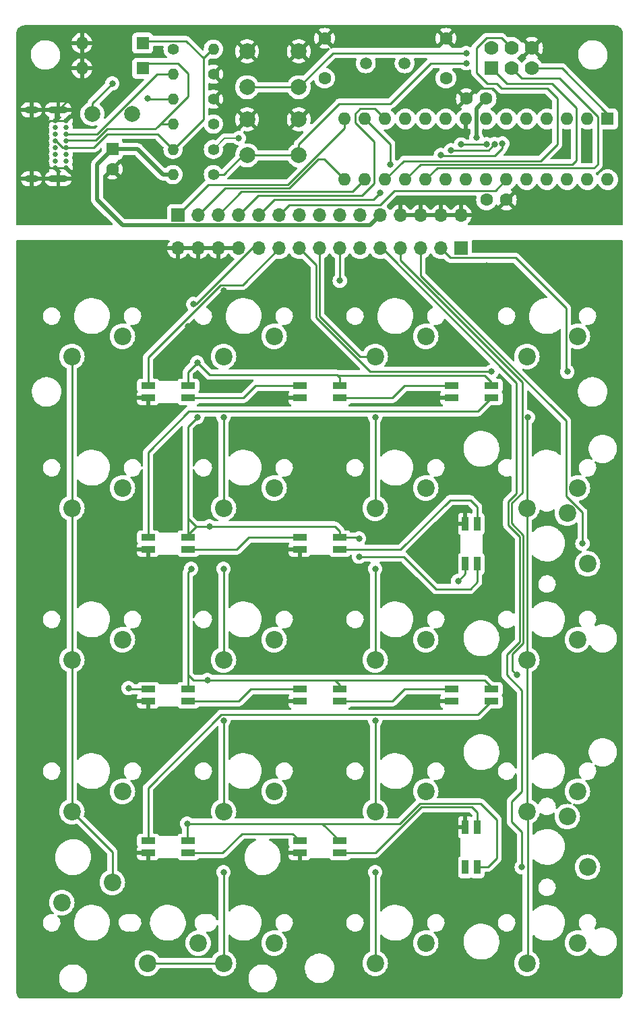
<source format=gbr>
%TF.GenerationSoftware,KiCad,Pcbnew,7.0.6*%
%TF.CreationDate,2024-02-22T13:24:58-05:00*%
%TF.ProjectId,20Key_macropad,32304b65-795f-46d6-9163-726f7061642e,rev?*%
%TF.SameCoordinates,Original*%
%TF.FileFunction,Copper,L1,Top*%
%TF.FilePolarity,Positive*%
%FSLAX46Y46*%
G04 Gerber Fmt 4.6, Leading zero omitted, Abs format (unit mm)*
G04 Created by KiCad (PCBNEW 7.0.6) date 2024-02-22 13:24:58*
%MOMM*%
%LPD*%
G01*
G04 APERTURE LIST*
%TA.AperFunction,SMDPad,CuDef*%
%ADD10R,1.803400X0.812800*%
%TD*%
%TA.AperFunction,SMDPad,CuDef*%
%ADD11R,0.812800X1.803400*%
%TD*%
%TA.AperFunction,ComponentPad*%
%ADD12C,2.200000*%
%TD*%
%TA.AperFunction,ComponentPad*%
%ADD13C,1.400000*%
%TD*%
%TA.AperFunction,ComponentPad*%
%ADD14O,1.400000X1.400000*%
%TD*%
%TA.AperFunction,ComponentPad*%
%ADD15C,2.000000*%
%TD*%
%TA.AperFunction,ComponentPad*%
%ADD16C,0.650000*%
%TD*%
%TA.AperFunction,ComponentPad*%
%ADD17O,1.700000X0.900000*%
%TD*%
%TA.AperFunction,ComponentPad*%
%ADD18O,2.400000X0.900000*%
%TD*%
%TA.AperFunction,ComponentPad*%
%ADD19R,1.600000X1.600000*%
%TD*%
%TA.AperFunction,ComponentPad*%
%ADD20O,1.600000X1.600000*%
%TD*%
%TA.AperFunction,ComponentPad*%
%ADD21C,1.600000*%
%TD*%
%TA.AperFunction,ComponentPad*%
%ADD22R,1.700000X1.700000*%
%TD*%
%TA.AperFunction,ComponentPad*%
%ADD23O,1.700000X1.700000*%
%TD*%
%TA.AperFunction,ComponentPad*%
%ADD24R,1.778000X1.778000*%
%TD*%
%TA.AperFunction,ComponentPad*%
%ADD25C,1.778000*%
%TD*%
%TA.AperFunction,ComponentPad*%
%ADD26C,1.500000*%
%TD*%
%TA.AperFunction,ViaPad*%
%ADD27C,0.800000*%
%TD*%
%TA.AperFunction,Conductor*%
%ADD28C,0.250000*%
%TD*%
%TA.AperFunction,Conductor*%
%ADD29C,0.500000*%
%TD*%
%TA.AperFunction,Conductor*%
%ADD30C,0.200000*%
%TD*%
G04 APERTURE END LIST*
D10*
%TO.P,LED3,1,VDD*%
%TO.N,+5V*%
X160565000Y-78293000D03*
%TO.P,LED3,2,DOUT*%
%TO.N,Net-(LED3-DOUT)*%
X160565000Y-79791600D03*
%TO.P,LED3,3,GND*%
%TO.N,GND*%
X155561200Y-79791600D03*
%TO.P,LED3,4,DIN*%
%TO.N,Net-(LED2-DOUT)*%
X155561200Y-78293000D03*
%TD*%
%TO.P,LED1,1,VDD*%
%TO.N,+5V*%
X122465000Y-78293000D03*
%TO.P,LED1,2,DOUT*%
%TO.N,Net-(LED1-DOUT)*%
X122465000Y-79791600D03*
%TO.P,LED1,3,GND*%
%TO.N,GND*%
X117461200Y-79791600D03*
%TO.P,LED1,4,DIN*%
%TO.N,LED*%
X117461200Y-78293000D03*
%TD*%
%TO.P,LED7,1,VDD*%
%TO.N,+5V*%
X122465000Y-116393000D03*
%TO.P,LED7,2,DOUT*%
%TO.N,Net-(LED7-DOUT)*%
X122465000Y-117891600D03*
%TO.P,LED7,3,GND*%
%TO.N,GND*%
X117461200Y-117891600D03*
%TO.P,LED7,4,DIN*%
%TO.N,Net-(LED6-DOUT)*%
X117461200Y-116393000D03*
%TD*%
%TO.P,LED11,1,VDD*%
%TO.N,+5V*%
X141515000Y-135443000D03*
%TO.P,LED11,2,DOUT*%
%TO.N,Net-(LED11-DOUT)*%
X141515000Y-136941600D03*
%TO.P,LED11,3,GND*%
%TO.N,GND*%
X136511200Y-136941600D03*
%TO.P,LED11,4,DIN*%
%TO.N,Net-(LED10-DOUT)*%
X136511200Y-135443000D03*
%TD*%
%TO.P,LED9,1,VDD*%
%TO.N,+5V*%
X160565000Y-116393000D03*
%TO.P,LED9,2,DOUT*%
%TO.N,Net-(LED10-DIN)*%
X160565000Y-117891600D03*
%TO.P,LED9,3,GND*%
%TO.N,GND*%
X155561200Y-117891600D03*
%TO.P,LED9,4,DIN*%
%TO.N,Net-(LED8-DOUT)*%
X155561200Y-116393000D03*
%TD*%
D11*
%TO.P,LED12,1,VDD*%
%TO.N,+5V*%
X158787000Y-138745000D03*
%TO.P,LED12,2,DOUT*%
%TO.N,unconnected-(LED12-DOUT-Pad2)*%
X157288400Y-138745000D03*
%TO.P,LED12,3,GND*%
%TO.N,GND*%
X157288400Y-133741200D03*
%TO.P,LED12,4,DIN*%
%TO.N,Net-(LED11-DOUT)*%
X158787000Y-133741200D03*
%TD*%
D10*
%TO.P,LED10,1,VDD*%
%TO.N,+5V*%
X122465000Y-135443000D03*
%TO.P,LED10,2,DOUT*%
%TO.N,Net-(LED10-DOUT)*%
X122465000Y-136941600D03*
%TO.P,LED10,3,GND*%
%TO.N,GND*%
X117461200Y-136941600D03*
%TO.P,LED10,4,DIN*%
%TO.N,Net-(LED10-DIN)*%
X117461200Y-135443000D03*
%TD*%
%TO.P,LED2,1,VDD*%
%TO.N,+5V*%
X141515000Y-78293000D03*
%TO.P,LED2,2,DOUT*%
%TO.N,Net-(LED2-DOUT)*%
X141515000Y-79791600D03*
%TO.P,LED2,3,GND*%
%TO.N,GND*%
X136511200Y-79791600D03*
%TO.P,LED2,4,DIN*%
%TO.N,Net-(LED1-DOUT)*%
X136511200Y-78293000D03*
%TD*%
%TO.P,LED4,1,VDD*%
%TO.N,+5V*%
X122465000Y-97343000D03*
%TO.P,LED4,2,DOUT*%
%TO.N,Net-(LED4-DOUT)*%
X122465000Y-98841600D03*
%TO.P,LED4,3,GND*%
%TO.N,GND*%
X117461200Y-98841600D03*
%TO.P,LED4,4,DIN*%
%TO.N,Net-(LED3-DOUT)*%
X117461200Y-97343000D03*
%TD*%
%TO.P,LED8,1,VDD*%
%TO.N,+5V*%
X141515000Y-116393000D03*
%TO.P,LED8,2,DOUT*%
%TO.N,Net-(LED8-DOUT)*%
X141515000Y-117891600D03*
%TO.P,LED8,3,GND*%
%TO.N,GND*%
X136511200Y-117891600D03*
%TO.P,LED8,4,DIN*%
%TO.N,Net-(LED7-DOUT)*%
X136511200Y-116393000D03*
%TD*%
%TO.P,LED5,1,VDD*%
%TO.N,+5V*%
X141515000Y-97343000D03*
%TO.P,LED5,2,DOUT*%
%TO.N,Net-(LED5-DOUT)*%
X141515000Y-98841600D03*
%TO.P,LED5,3,GND*%
%TO.N,GND*%
X136511200Y-98841600D03*
%TO.P,LED5,4,DIN*%
%TO.N,Net-(LED4-DOUT)*%
X136511200Y-97343000D03*
%TD*%
D11*
%TO.P,LED6,1,VDD*%
%TO.N,+5V*%
X158787000Y-100645000D03*
%TO.P,LED6,2,DOUT*%
%TO.N,Net-(LED6-DOUT)*%
X157288400Y-100645000D03*
%TO.P,LED6,3,GND*%
%TO.N,GND*%
X157288400Y-95641200D03*
%TO.P,LED6,4,DIN*%
%TO.N,Net-(LED5-DOUT)*%
X158787000Y-95641200D03*
%TD*%
D12*
%TO.P,SW4,1,1*%
%TO.N,col3*%
X165010000Y-74610000D03*
%TO.P,SW4,2,2*%
%TO.N,Net-(D4-A)*%
X171360000Y-72070000D03*
%TD*%
%TO.P,SW19,1,1*%
%TO.N,col2*%
X145960000Y-150810000D03*
%TO.P,SW19,2,2*%
%TO.N,Net-(D19-A)*%
X152310000Y-148270000D03*
%TD*%
%TO.P,SW9,1,1*%
%TO.N,col0*%
X107860000Y-112710000D03*
%TO.P,SW9,2,2*%
%TO.N,Net-(D9-A)*%
X114210000Y-110170000D03*
%TD*%
%TO.P,SW13,1,1*%
%TO.N,col0*%
X107860000Y-131760000D03*
%TO.P,SW13,2,2*%
%TO.N,Net-(D13-A)*%
X114210000Y-129220000D03*
%TD*%
%TO.P,SW20,1,1*%
%TO.N,col3*%
X165010000Y-150810000D03*
%TO.P,SW20,2,2*%
%TO.N,Net-(D20-A)*%
X171360000Y-148270000D03*
%TD*%
%TO.P,SW6,1,1*%
%TO.N,col1*%
X126910000Y-93660000D03*
%TO.P,SW6,2,2*%
%TO.N,Net-(D6-A)*%
X133260000Y-91120000D03*
%TD*%
%TO.P,SW7,1,1*%
%TO.N,col2*%
X145960000Y-93660000D03*
%TO.P,SW7,2,2*%
%TO.N,Net-(D7-A)*%
X152310000Y-91120000D03*
%TD*%
%TO.P,SW3,1,1*%
%TO.N,col2*%
X145960000Y-74610000D03*
%TO.P,SW3,2,2*%
%TO.N,Net-(D3-A)*%
X152310000Y-72070000D03*
%TD*%
%TO.P,SW12,1,1*%
%TO.N,col3*%
X165010000Y-112710000D03*
%TO.P,SW12,2,2*%
%TO.N,Net-(D12-A)*%
X171360000Y-110170000D03*
%TD*%
%TO.P,SW18,1,1*%
%TO.N,col1*%
X126910000Y-150810000D03*
%TO.P,SW18,2,2*%
%TO.N,Net-(D18-A)*%
X133260000Y-148270000D03*
%TD*%
%TO.P,SW11,1,1*%
%TO.N,col2*%
X145960000Y-112710000D03*
%TO.P,SW11,2,2*%
%TO.N,Net-(D11-A)*%
X152310000Y-110170000D03*
%TD*%
%TO.P,SW15,1,1*%
%TO.N,col2*%
X145960000Y-131760000D03*
%TO.P,SW15,2,2*%
%TO.N,Net-(D15-A)*%
X152310000Y-129220000D03*
%TD*%
%TO.P,SW14,1,1*%
%TO.N,col1*%
X126910000Y-131760000D03*
%TO.P,SW14,2,2*%
%TO.N,Net-(D14-A)*%
X133260000Y-129220000D03*
%TD*%
%TO.P,SW10,1,1*%
%TO.N,col1*%
X126910000Y-112710000D03*
%TO.P,SW10,2,2*%
%TO.N,Net-(D10-A)*%
X133260000Y-110170000D03*
%TD*%
%TO.P,SW16,1,1*%
%TO.N,col3*%
X165010000Y-131760000D03*
%TO.P,SW16,2,2*%
%TO.N,Net-(D16-A)*%
X171360000Y-129220000D03*
%TD*%
%TO.P,SW17,1,1*%
%TO.N,col0*%
X112940000Y-140650000D03*
%TO.P,SW17,2,2*%
%TO.N,Net-(D17-A)*%
X106590000Y-143190000D03*
%TD*%
%TO.P,SW1,1,1*%
%TO.N,col0*%
X107860000Y-74610000D03*
%TO.P,SW1,2,2*%
%TO.N,Net-(D1-A)*%
X114210000Y-72070000D03*
%TD*%
%TO.P,SW2,1,1*%
%TO.N,col1*%
X126910000Y-74610000D03*
%TO.P,SW2,2,2*%
%TO.N,Net-(D2-A)*%
X133260000Y-72070000D03*
%TD*%
%TO.P,SW8,1,1*%
%TO.N,col3*%
X165010000Y-93660000D03*
%TO.P,SW8,2,2*%
%TO.N,Net-(D8-A)*%
X171360000Y-91120000D03*
%TD*%
%TO.P,SW5,1,1*%
%TO.N,col0*%
X107860000Y-93660000D03*
%TO.P,SW5,2,2*%
%TO.N,Net-(D5-A)*%
X114210000Y-91120000D03*
%TD*%
%TO.P,SW8,1,1*%
%TO.N,col3*%
X172630000Y-100645000D03*
%TO.P,SW8,2,2*%
%TO.N,Net-(D8-A)*%
X170090000Y-94295000D03*
%TD*%
%TO.P,SW18,1,1*%
%TO.N,col1*%
X117385000Y-150810000D03*
%TO.P,SW18,2,2*%
%TO.N,Net-(D18-A)*%
X123735000Y-148270000D03*
%TD*%
%TO.P,SW16,1,1*%
%TO.N,col3*%
X172630000Y-138745000D03*
%TO.P,SW16,2,2*%
%TO.N,Net-(D16-A)*%
X170090000Y-132395000D03*
%TD*%
D13*
%TO.P,R3,1*%
%TO.N,GND*%
X125640000Y-42300000D03*
D14*
%TO.P,R3,2*%
%TO.N,Net-(J1-CC2)*%
X120560000Y-42300000D03*
%TD*%
D15*
%TO.P,BOOT1,1,1*%
%TO.N,GND*%
X129871052Y-36283872D03*
X136371052Y-36283872D03*
%TO.P,BOOT1,2,2*%
%TO.N,boot*%
X129871052Y-40783872D03*
X136371052Y-40783872D03*
%TD*%
D16*
%TO.P,J1,A1,GND*%
%TO.N,GND*%
X107140000Y-44965000D03*
%TO.P,J1,A4,VBUS*%
%TO.N,VCC*%
X107140000Y-45815000D03*
%TO.P,J1,A5,CC1*%
%TO.N,Net-(J1-CC1)*%
X107140000Y-46665000D03*
%TO.P,J1,A6,DP1*%
%TO.N,Net-(D22-K)*%
X107140000Y-47515000D03*
%TO.P,J1,A7,DN1*%
%TO.N,Net-(D21-K)*%
X107140000Y-48365000D03*
%TO.P,J1,A8,SBU1*%
%TO.N,unconnected-(J1-SBU1-PadA8)*%
X107140000Y-49215000D03*
%TO.P,J1,A9,VBUS__1*%
%TO.N,VCC*%
X107140000Y-50065000D03*
%TO.P,J1,A12,GND__1*%
%TO.N,GND*%
X107140000Y-50915000D03*
%TO.P,J1,B1,GND__2*%
X105790000Y-50915000D03*
%TO.P,J1,B4,VBUS__2*%
%TO.N,VCC*%
X105790000Y-50065000D03*
%TO.P,J1,B5,CC2*%
%TO.N,Net-(J1-CC2)*%
X105790000Y-49215000D03*
%TO.P,J1,B6,DP2*%
%TO.N,Net-(D22-K)*%
X105790000Y-48365000D03*
%TO.P,J1,B7,DN2*%
%TO.N,Net-(D21-K)*%
X105790000Y-47515000D03*
%TO.P,J1,B8,SBU2*%
%TO.N,unconnected-(J1-SBU2-PadB8)*%
X105790000Y-46665000D03*
%TO.P,J1,B9,VBUS__3*%
%TO.N,VCC*%
X105790000Y-45815000D03*
%TO.P,J1,B12,GND__3*%
%TO.N,GND*%
X105790000Y-44965000D03*
D17*
%TO.P,J1,S1,SHELL*%
X102780000Y-43615000D03*
%TO.P,J1,S2,SHELL__1*%
X102780000Y-52265000D03*
D18*
%TO.P,J1,S3,SHELL__2*%
X106160000Y-43615000D03*
%TO.P,J1,S4,SHELL__3*%
X106160000Y-52265000D03*
%TD*%
D19*
%TO.P,D21,1,K*%
%TO.N,Net-(D21-K)*%
X116750000Y-35240000D03*
D20*
%TO.P,D21,2,A*%
%TO.N,GND*%
X109130000Y-35240000D03*
%TD*%
D21*
%TO.P,C5,1*%
%TO.N,+5V*%
X159950000Y-54925000D03*
%TO.P,C5,2*%
%TO.N,GND*%
X162450000Y-54925000D03*
%TD*%
D13*
%TO.P,R5,1*%
%TO.N,D-*%
X125640000Y-48600000D03*
D14*
%TO.P,R5,2*%
%TO.N,Net-(D21-K)*%
X120560000Y-48600000D03*
%TD*%
D19*
%TO.P,C4,1*%
%TO.N,+5V*%
X112940000Y-48575000D03*
D21*
%TO.P,C4,2*%
%TO.N,GND*%
X112940000Y-51075000D03*
%TD*%
D13*
%TO.P,R6,1*%
%TO.N,RESET*%
X125640000Y-51750000D03*
D14*
%TO.P,R6,2*%
%TO.N,+5V*%
X120560000Y-51750000D03*
%TD*%
D21*
%TO.P,C3,1*%
%TO.N,+5V*%
X159910000Y-42225000D03*
%TO.P,C3,2*%
%TO.N,GND*%
X157410000Y-42225000D03*
%TD*%
D13*
%TO.P,R2,1*%
%TO.N,GND*%
X125640000Y-39150000D03*
D14*
%TO.P,R2,2*%
%TO.N,Net-(J1-CC1)*%
X120560000Y-39150000D03*
%TD*%
D15*
%TO.P,RESET1,1,1*%
%TO.N,GND*%
X129871052Y-44833872D03*
X136371052Y-44833872D03*
%TO.P,RESET1,2,2*%
%TO.N,RESET*%
X129871052Y-49333872D03*
X136371052Y-49333872D03*
%TD*%
D19*
%TO.P,D22,1,K*%
%TO.N,Net-(D22-K)*%
X116750000Y-38415000D03*
D20*
%TO.P,D22,2,A*%
%TO.N,GND*%
X109130000Y-38415000D03*
%TD*%
D15*
%TO.P,F1,1*%
%TO.N,+5V*%
X115440000Y-44130000D03*
%TO.P,F1,2*%
%TO.N,VCC*%
X110440000Y-44130000D03*
%TD*%
D22*
%TO.P,J3,1,Pin_1*%
%TO.N,row0*%
X156755000Y-61021000D03*
D23*
%TO.P,J3,2,Pin_2*%
%TO.N,row1*%
X154215000Y-61021000D03*
%TO.P,J3,3,Pin_3*%
%TO.N,row2*%
X151675000Y-61021000D03*
%TO.P,J3,4,Pin_4*%
%TO.N,row3*%
X149135000Y-61021000D03*
%TO.P,J3,5,Pin_5*%
%TO.N,row4*%
X146595000Y-61021000D03*
%TO.P,J3,6,Pin_6*%
%TO.N,col0*%
X144055000Y-61021000D03*
%TO.P,J3,7,Pin_7*%
%TO.N,col1*%
X141515000Y-61021000D03*
%TO.P,J3,8,Pin_8*%
%TO.N,col2*%
X138975000Y-61021000D03*
%TO.P,J3,9,Pin_9*%
%TO.N,col3*%
X136435000Y-61021000D03*
%TO.P,J3,10,Pin_10*%
%TO.N,LED*%
X133895000Y-61021000D03*
%TO.P,J3,11,Pin_11*%
%TO.N,+5V*%
X131355000Y-61021000D03*
%TO.P,J3,12,Pin_12*%
%TO.N,GND*%
X128815000Y-61021000D03*
%TO.P,J3,13,Pin_13*%
X126275000Y-61021000D03*
%TO.P,J3,14,Pin_14*%
X123735000Y-61021000D03*
%TO.P,J3,15,Pin_15*%
X121195000Y-61021000D03*
%TD*%
D19*
%TO.P,U1,1,~{RESET}/PC6*%
%TO.N,RESET*%
X175160000Y-44765000D03*
D20*
%TO.P,U1,2,PD0*%
%TO.N,unconnected-(U1-PD0-Pad2)*%
X172620000Y-44765000D03*
%TO.P,U1,3,PD1*%
%TO.N,unconnected-(U1-PD1-Pad3)*%
X170080000Y-44765000D03*
%TO.P,U1,4,PD2*%
%TO.N,D+*%
X167540000Y-44765000D03*
%TO.P,U1,5,PD3*%
%TO.N,D-*%
X165000000Y-44765000D03*
%TO.P,U1,6,PD4*%
%TO.N,boot*%
X162460000Y-44765000D03*
%TO.P,U1,7,VCC*%
%TO.N,+5V*%
X159920000Y-44765000D03*
%TO.P,U1,8,GND*%
%TO.N,GND*%
X157380000Y-44765000D03*
%TO.P,U1,9,XTAL1/PB6*%
%TO.N,Net-(U1-XTAL1{slash}PB6)*%
X154840000Y-44765000D03*
%TO.P,U1,10,XTAL2/PB7*%
%TO.N,Net-(U1-XTAL2{slash}PB7)*%
X152300000Y-44765000D03*
%TO.P,U1,11,PD5*%
%TO.N,unconnected-(U1-PD5-Pad11)*%
X149760000Y-44765000D03*
%TO.P,U1,12,PD6*%
%TO.N,row3*%
X147220000Y-44765000D03*
%TO.P,U1,13,PD7*%
%TO.N,row4*%
X144680000Y-44765000D03*
%TO.P,U1,14,PB0*%
%TO.N,row0*%
X142140000Y-44765000D03*
%TO.P,U1,15,PB1*%
%TO.N,row1*%
X142140000Y-52385000D03*
%TO.P,U1,16,PB2*%
%TO.N,row2*%
X144680000Y-52385000D03*
%TO.P,U1,17,PB3*%
%TO.N,MOSI*%
X147220000Y-52385000D03*
%TO.P,U1,18,PB4*%
%TO.N,MISO*%
X149760000Y-52385000D03*
%TO.P,U1,19,PB5*%
%TO.N,SCK*%
X152300000Y-52385000D03*
%TO.P,U1,20,AVCC*%
%TO.N,+5V*%
X154840000Y-52385000D03*
%TO.P,U1,21,AREF*%
%TO.N,unconnected-(U1-AREF-Pad21)*%
X157380000Y-52385000D03*
%TO.P,U1,22,GND*%
%TO.N,GND*%
X159920000Y-52385000D03*
%TO.P,U1,23,PC0*%
%TO.N,col0*%
X162460000Y-52385000D03*
%TO.P,U1,24,PC1*%
%TO.N,col1*%
X165000000Y-52385000D03*
%TO.P,U1,25,PC2*%
%TO.N,col2*%
X167540000Y-52385000D03*
%TO.P,U1,26,PC3*%
%TO.N,col3*%
X170080000Y-52385000D03*
%TO.P,U1,27,PC4*%
%TO.N,LED*%
X172620000Y-52385000D03*
%TO.P,U1,28,PC5*%
%TO.N,unconnected-(U1-PC5-Pad28)*%
X175160000Y-52385000D03*
%TD*%
D21*
%TO.P,C2,1*%
%TO.N,Net-(U1-XTAL2{slash}PB7)*%
X139610000Y-39645000D03*
%TO.P,C2,2*%
%TO.N,GND*%
X139610000Y-34645000D03*
%TD*%
D22*
%TO.P,J2,1,Pin_1*%
%TO.N,row0*%
X121195000Y-56830000D03*
D23*
%TO.P,J2,2,Pin_2*%
%TO.N,row1*%
X123735000Y-56830000D03*
%TO.P,J2,3,Pin_3*%
%TO.N,row2*%
X126275000Y-56830000D03*
%TO.P,J2,4,Pin_4*%
%TO.N,row3*%
X128815000Y-56830000D03*
%TO.P,J2,5,Pin_5*%
%TO.N,row4*%
X131355000Y-56830000D03*
%TO.P,J2,6,Pin_6*%
%TO.N,col0*%
X133895000Y-56830000D03*
%TO.P,J2,7,Pin_7*%
%TO.N,col1*%
X136435000Y-56830000D03*
%TO.P,J2,8,Pin_8*%
%TO.N,col2*%
X138975000Y-56830000D03*
%TO.P,J2,9,Pin_9*%
%TO.N,col3*%
X141515000Y-56830000D03*
%TO.P,J2,10,Pin_10*%
%TO.N,LED*%
X144055000Y-56830000D03*
%TO.P,J2,11,Pin_11*%
%TO.N,+5V*%
X146595000Y-56830000D03*
%TO.P,J2,12,Pin_12*%
%TO.N,GND*%
X149135000Y-56830000D03*
%TO.P,J2,13,Pin_13*%
X151675000Y-56830000D03*
%TO.P,J2,14,Pin_14*%
X154215000Y-56830000D03*
%TO.P,J2,15,Pin_15*%
X156755000Y-56830000D03*
%TD*%
D24*
%TO.P,X1,1,MISO*%
%TO.N,MISO*%
X160565000Y-38415000D03*
D25*
%TO.P,X1,2,VCC*%
%TO.N,VCC*%
X160565000Y-35875000D03*
%TO.P,X1,3,SCK*%
%TO.N,SCK*%
X163105000Y-38415000D03*
%TO.P,X1,4,MOSI*%
%TO.N,MOSI*%
X163105000Y-35875000D03*
%TO.P,X1,5,RST*%
%TO.N,RESET*%
X165645000Y-38415000D03*
%TO.P,X1,6,GND*%
%TO.N,GND*%
X165645000Y-35875000D03*
%TD*%
D13*
%TO.P,R4,1*%
%TO.N,D+*%
X125640000Y-45400000D03*
D14*
%TO.P,R4,2*%
%TO.N,Net-(D22-K)*%
X120560000Y-45400000D03*
%TD*%
D21*
%TO.P,C1,1*%
%TO.N,Net-(U1-XTAL1{slash}PB6)*%
X154850000Y-39645000D03*
%TO.P,C1,2*%
%TO.N,GND*%
X154850000Y-34645000D03*
%TD*%
D26*
%TO.P,Y1,1,1*%
%TO.N,Net-(U1-XTAL2{slash}PB7)*%
X144780000Y-37780000D03*
%TO.P,Y1,2,2*%
%TO.N,Net-(U1-XTAL1{slash}PB6)*%
X149660000Y-37780000D03*
%TD*%
D13*
%TO.P,R1,1*%
%TO.N,+5V*%
X120560000Y-36000000D03*
D14*
%TO.P,R1,2*%
%TO.N,Net-(D21-K)*%
X125640000Y-36000000D03*
%TD*%
D27*
%TO.N,GND*%
X154850000Y-133030000D03*
X153326000Y-79690000D03*
X115226000Y-79690000D03*
X114210000Y-98740000D03*
X133514000Y-98740000D03*
X153072000Y-98994000D03*
X132752000Y-118044000D03*
X151294000Y-118044000D03*
X154342000Y-113472000D03*
X128688000Y-78166000D03*
X124878000Y-124140000D03*
X118782000Y-130490000D03*
X132244000Y-79944000D03*
X125386000Y-85532000D03*
X119798000Y-89850000D03*
X139102000Y-123886000D03*
%TO.N,+5V*%
X122338000Y-133284000D03*
X124878000Y-115250000D03*
X122846000Y-101280000D03*
X125132000Y-95946000D03*
%TO.N,Net-(LED6-DOUT)*%
X114972000Y-116266000D03*
X156374000Y-102804000D03*
%TO.N,+5V*%
X143928000Y-97470000D03*
X143928000Y-99756000D03*
X123608000Y-82230000D03*
X123608000Y-75372000D03*
X123118495Y-68024495D03*
%TO.N,GND*%
X159930000Y-63180000D03*
X172630000Y-48575000D03*
X133895000Y-51750000D03*
X122465000Y-70800000D03*
X145325000Y-63180000D03*
X126910000Y-66355000D03*
X170090000Y-48575000D03*
X166280000Y-48575000D03*
X163105000Y-123505000D03*
X145960000Y-66355000D03*
X167550000Y-62545000D03*
X163105000Y-118425000D03*
X166915000Y-84770000D03*
X153580000Y-42225000D03*
X152945000Y-54925000D03*
X166280000Y-42225000D03*
%TO.N,row1*%
X170090000Y-76515000D03*
%TO.N,row2*%
X171995000Y-98105000D03*
%TO.N,row3*%
X163740000Y-114615000D03*
%TO.N,row4*%
X164375000Y-138745000D03*
X146595000Y-54075500D03*
X147865000Y-50480000D03*
%TO.N,col1*%
X159930000Y-47940000D03*
X156755000Y-47984000D03*
X126910000Y-82230000D03*
X126910000Y-120330000D03*
X141515000Y-65085000D03*
X126910000Y-101280000D03*
X126910000Y-139380000D03*
%TO.N,col2*%
X145960000Y-82230000D03*
X145960000Y-139380000D03*
X145960000Y-101280000D03*
X160942051Y-47927452D03*
X155485000Y-48708500D03*
X145960000Y-120330000D03*
%TO.N,col3*%
X165144245Y-82230000D03*
X161939656Y-47865892D03*
X154215000Y-49299500D03*
X160565000Y-76515000D03*
%TO.N,RESET*%
X157390000Y-37780000D03*
%TO.N,+5V*%
X158660000Y-47134500D03*
%TO.N,Net-(J1-CC2)*%
X117385000Y-42225000D03*
%TO.N,boot*%
X157390000Y-36510000D03*
%TO.N,D-*%
X128815000Y-47175500D03*
%TO.N,VCC*%
X112940000Y-40320000D03*
%TD*%
D28*
%TO.N,Net-(LED10-DOUT)*%
X135571400Y-134554000D02*
X136473100Y-135455700D01*
X126795700Y-136954300D02*
X129196000Y-134554000D01*
X122426900Y-136954300D02*
X126795700Y-136954300D01*
X129196000Y-134554000D02*
X135571400Y-134554000D01*
%TO.N,Net-(LED11-DOUT)*%
X158774300Y-131874300D02*
X158774300Y-133703100D01*
X158094000Y-131194000D02*
X158774300Y-131874300D01*
X145974096Y-136954300D02*
X151734396Y-131194000D01*
X141476900Y-136954300D02*
X145974096Y-136954300D01*
X151734396Y-131194000D02*
X158094000Y-131194000D01*
%TO.N,+5V*%
X149008000Y-133284000D02*
X139305200Y-133284000D01*
X159168000Y-130744000D02*
X151548000Y-130744000D01*
X161200000Y-132776000D02*
X159168000Y-130744000D01*
X160095100Y-138706900D02*
X161200000Y-137602000D01*
X161200000Y-137602000D02*
X161200000Y-132776000D01*
X151548000Y-130744000D02*
X149008000Y-133284000D01*
X158774300Y-138706900D02*
X160095100Y-138706900D01*
X139305200Y-133284000D02*
X141476900Y-135455700D01*
X122338000Y-133284000D02*
X139305200Y-133284000D01*
X122338000Y-133284000D02*
X122338000Y-135366800D01*
X124878000Y-115250000D02*
X140880000Y-115250000D01*
%TO.N,Net-(LED10-DIN)*%
X117423100Y-128791595D02*
X117423100Y-135455700D01*
X158826200Y-119605000D02*
X126609695Y-119605000D01*
X126609695Y-119605000D02*
X117423100Y-128791595D01*
X160526900Y-117904300D02*
X158826200Y-119605000D01*
%TO.N,Net-(LED8-DOUT)*%
X148131700Y-117904300D02*
X149630300Y-116405700D01*
X149630300Y-116405700D02*
X155523100Y-116405700D01*
X141476900Y-117904300D02*
X148131700Y-117904300D01*
%TO.N,Net-(LED7-DOUT)*%
X130326300Y-116405700D02*
X136473100Y-116405700D01*
X128827700Y-117904300D02*
X130326300Y-116405700D01*
X122426900Y-117904300D02*
X128827700Y-117904300D01*
%TO.N,+5V*%
X160526900Y-116100900D02*
X160526900Y-116405700D01*
X140880000Y-115250000D02*
X159676000Y-115250000D01*
X159676000Y-115250000D02*
X160526900Y-116100900D01*
X141476900Y-115846900D02*
X141476900Y-116405700D01*
X122426900Y-114576900D02*
X123100000Y-115250000D01*
X140880000Y-115250000D02*
X141476900Y-115846900D01*
X122426900Y-114488000D02*
X122426900Y-114576900D01*
X123100000Y-115250000D02*
X124878000Y-115250000D01*
X122426900Y-114488000D02*
X122426900Y-116405700D01*
X122426900Y-101699100D02*
X122426900Y-114488000D01*
X122846000Y-101280000D02*
X122426900Y-101699100D01*
X125132000Y-95946000D02*
X140880000Y-95946000D01*
%TO.N,Net-(LED6-DOUT)*%
X115111700Y-116405700D02*
X117423100Y-116405700D01*
X114972000Y-116266000D02*
X115111700Y-116405700D01*
X157275700Y-101902300D02*
X156374000Y-102804000D01*
X157275700Y-100606900D02*
X157275700Y-101902300D01*
%TO.N,+5V*%
X157898000Y-103820000D02*
X158774300Y-102943700D01*
X158774300Y-102943700D02*
X158774300Y-100606900D01*
X153580000Y-103820000D02*
X157898000Y-103820000D01*
X149516000Y-99756000D02*
X153580000Y-103820000D01*
X143928000Y-99756000D02*
X149516000Y-99756000D01*
X143813700Y-97355700D02*
X143928000Y-97470000D01*
X141476900Y-97355700D02*
X143813700Y-97355700D01*
%TO.N,Net-(LED5-DOUT)*%
X158774300Y-93520300D02*
X158774300Y-95603100D01*
X149147700Y-98854300D02*
X155358000Y-92644000D01*
X155358000Y-92644000D02*
X157898000Y-92644000D01*
X157898000Y-92644000D02*
X158774300Y-93520300D01*
X141476900Y-98854300D02*
X149147700Y-98854300D01*
%TO.N,+5V*%
X123468300Y-95946000D02*
X123836600Y-95946000D01*
X122426900Y-97355700D02*
X122426900Y-96987400D01*
X122426900Y-96987400D02*
X123468300Y-95946000D01*
X123442900Y-95946000D02*
X122426900Y-94930000D01*
X123836600Y-95946000D02*
X123442900Y-95946000D01*
X122426900Y-94930000D02*
X122426900Y-97355700D01*
X122426900Y-83411100D02*
X122426900Y-94930000D01*
X141476900Y-96542900D02*
X141476900Y-97355700D01*
X123836600Y-95946000D02*
X125132000Y-95946000D01*
X140880000Y-95946000D02*
X141476900Y-96542900D01*
%TO.N,Net-(LED4-DOUT)*%
X130072300Y-97355700D02*
X136473100Y-97355700D01*
X128573700Y-98854300D02*
X130072300Y-97355700D01*
X122426900Y-98854300D02*
X128573700Y-98854300D01*
%TO.N,+5V*%
X123608000Y-82230000D02*
X122426900Y-83411100D01*
%TO.N,Net-(LED3-DOUT)*%
X117423100Y-86636900D02*
X117423100Y-97355700D01*
X160526900Y-79804300D02*
X158826200Y-81505000D01*
X158826200Y-81505000D02*
X122555000Y-81505000D01*
X122555000Y-81505000D02*
X117423100Y-86636900D01*
%TO.N,Net-(LED2-DOUT)*%
X149630300Y-78305700D02*
X155523100Y-78305700D01*
X141476900Y-79804300D02*
X148131700Y-79804300D01*
X148131700Y-79804300D02*
X149630300Y-78305700D01*
%TO.N,+5V*%
X160526900Y-77815900D02*
X160526900Y-78305700D01*
X159676000Y-76965000D02*
X160526900Y-77815900D01*
X141203000Y-76965000D02*
X159676000Y-76965000D01*
X141134000Y-76896000D02*
X141203000Y-76965000D01*
X141476900Y-77238900D02*
X141476900Y-78305700D01*
X125132000Y-76896000D02*
X141134000Y-76896000D01*
X123608000Y-75372000D02*
X125132000Y-76896000D01*
X141134000Y-76896000D02*
X141476900Y-77238900D01*
%TO.N,Net-(LED1-DOUT)*%
X130929550Y-78305700D02*
X136473100Y-78305700D01*
X129430950Y-79804300D02*
X130929550Y-78305700D01*
X122426900Y-79804300D02*
X129430950Y-79804300D01*
%TO.N,+5V*%
X122426900Y-76553100D02*
X122426900Y-78305700D01*
X123608000Y-75372000D02*
X122426900Y-76553100D01*
X123506697Y-68024495D02*
X123118495Y-68024495D01*
X130510192Y-61021000D02*
X123506697Y-68024495D01*
X131355000Y-61021000D02*
X130510192Y-61021000D01*
%TO.N,LED*%
X117423100Y-74744488D02*
X117423100Y-78305700D01*
X126537588Y-65630000D02*
X117423100Y-74744488D01*
X133895000Y-61021000D02*
X129286000Y-65630000D01*
X129286000Y-65630000D02*
X126537588Y-65630000D01*
%TO.N,GND*%
X160715496Y-40955000D02*
X158680000Y-40955000D01*
X106160000Y-51285000D02*
X105790000Y-50915000D01*
X106160000Y-52265000D02*
X106160000Y-51285000D01*
X109130000Y-40645000D02*
X106160000Y-43615000D01*
X105120000Y-50915000D02*
X104685000Y-50480000D01*
X106160000Y-43615000D02*
X102780000Y-43615000D01*
X105790000Y-44965000D02*
X105790000Y-43985000D01*
X161985496Y-42225000D02*
X160715496Y-40955000D01*
X166280000Y-42225000D02*
X161985496Y-42225000D01*
X105790000Y-43985000D02*
X106160000Y-43615000D01*
X158680000Y-40955000D02*
X157410000Y-42225000D01*
X105790000Y-50915000D02*
X107140000Y-50915000D01*
X109130000Y-38415000D02*
X109130000Y-40645000D01*
X109130000Y-35240000D02*
X109130000Y-38415000D01*
X106160000Y-52265000D02*
X102780000Y-52265000D01*
X104685000Y-50480000D02*
X104685000Y-45400000D01*
X105120000Y-44965000D02*
X105790000Y-44965000D01*
X104685000Y-45400000D02*
X105120000Y-44965000D01*
X105790000Y-50915000D02*
X105120000Y-50915000D01*
X107140000Y-44965000D02*
X105790000Y-44965000D01*
%TO.N,row0*%
X125005000Y-53020000D02*
X121195000Y-56830000D01*
X142140000Y-44765000D02*
X142140000Y-45896370D01*
X135016370Y-53020000D02*
X125005000Y-53020000D01*
X142140000Y-45896370D02*
X135016370Y-53020000D01*
%TO.N,row1*%
X142140000Y-52385000D02*
X139600000Y-49845000D01*
X169925000Y-76350000D02*
X169925000Y-68546243D01*
X127095000Y-53470000D02*
X123735000Y-56830000D01*
X135202766Y-53470000D02*
X127095000Y-53470000D01*
X138827766Y-49845000D02*
X135202766Y-53470000D01*
X170090000Y-76515000D02*
X169925000Y-76350000D01*
X169925000Y-68546243D02*
X163574757Y-62196000D01*
X139600000Y-49845000D02*
X138827766Y-49845000D01*
X163574757Y-62196000D02*
X155390000Y-62196000D01*
X155390000Y-62196000D02*
X154215000Y-61021000D01*
%TO.N,row2*%
X143145000Y-53920000D02*
X129185000Y-53920000D01*
X169925000Y-82700000D02*
X169925000Y-92114745D01*
X169925000Y-92114745D02*
X171995000Y-94184745D01*
X151675000Y-61021000D02*
X151675000Y-64450000D01*
X151675000Y-64450000D02*
X169925000Y-82700000D01*
X171995000Y-94184745D02*
X171995000Y-98105000D01*
X129185000Y-53920000D02*
X126275000Y-56830000D01*
X144680000Y-52385000D02*
X143145000Y-53920000D01*
%TO.N,row3*%
X163740000Y-114615000D02*
X163194500Y-114069500D01*
X163194500Y-111985500D02*
X164560000Y-110620000D01*
X163194500Y-114069500D02*
X163194500Y-111985500D01*
X164419745Y-77829745D02*
X149135000Y-62545000D01*
X164419745Y-91711651D02*
X164419745Y-77829745D01*
X149135000Y-62545000D02*
X149135000Y-61021000D01*
X131275000Y-54370000D02*
X128815000Y-56830000D01*
X144055000Y-43495000D02*
X143420000Y-44130000D01*
X147220000Y-44765000D02*
X145950000Y-43495000D01*
X145805000Y-52850991D02*
X144285991Y-54370000D01*
X143420000Y-44130000D02*
X143420000Y-45252766D01*
X163105000Y-93026396D02*
X164419745Y-91711651D01*
X143420000Y-45252766D02*
X145805000Y-47637766D01*
X145950000Y-43495000D02*
X144055000Y-43495000D01*
X144285991Y-54370000D02*
X131275000Y-54370000D01*
X164560000Y-110620000D02*
X164560000Y-97020000D01*
X163105000Y-95565000D02*
X163105000Y-93026396D01*
X145805000Y-47637766D02*
X145805000Y-52850991D01*
X164560000Y-97020000D02*
X163105000Y-95565000D01*
%TO.N,row4*%
X147865000Y-47950000D02*
X147865000Y-50480000D01*
X163695000Y-91800000D02*
X162655000Y-92840000D01*
X145745500Y-54925000D02*
X133260000Y-54925000D01*
X164375000Y-116520000D02*
X164375000Y-129220000D01*
X163105000Y-130490000D02*
X163105000Y-133030000D01*
X146595000Y-54075500D02*
X145745500Y-54925000D01*
X162470000Y-112075000D02*
X162470000Y-114615000D01*
X162655000Y-92840000D02*
X162655000Y-95751396D01*
X164110000Y-97206396D02*
X164110000Y-110435000D01*
X164375000Y-129220000D02*
X163105000Y-130490000D01*
X162470000Y-114615000D02*
X164375000Y-116520000D01*
X163105000Y-133030000D02*
X164375000Y-134300000D01*
X164110000Y-110435000D02*
X162470000Y-112075000D01*
X133260000Y-54925000D02*
X131355000Y-56830000D01*
X146803412Y-61021000D02*
X163695000Y-77912588D01*
X164375000Y-134300000D02*
X164375000Y-138745000D01*
X163695000Y-77912588D02*
X163695000Y-91800000D01*
X144680000Y-44765000D02*
X147865000Y-47950000D01*
X162655000Y-95751396D02*
X164110000Y-97206396D01*
%TO.N,col0*%
X146595000Y-55560000D02*
X135165000Y-55560000D01*
X107860000Y-74610000D02*
X107860000Y-93660000D01*
X135165000Y-55560000D02*
X133895000Y-56830000D01*
X107860000Y-93660000D02*
X107860000Y-112710000D01*
X112940000Y-136840000D02*
X112940000Y-140650000D01*
X107860000Y-112710000D02*
X107860000Y-131760000D01*
X148355000Y-53800000D02*
X146595000Y-55560000D01*
X162460000Y-52385000D02*
X161045000Y-53800000D01*
X161045000Y-53800000D02*
X148355000Y-53800000D01*
X107860000Y-131760000D02*
X112940000Y-136840000D01*
%TO.N,col1*%
X126910000Y-101280000D02*
X126910000Y-112710000D01*
X159886000Y-47984000D02*
X159930000Y-47940000D01*
X156755000Y-47984000D02*
X159886000Y-47984000D01*
X117385000Y-150810000D02*
X126910000Y-150810000D01*
X126910000Y-82230000D02*
X126910000Y-93660000D01*
X141515000Y-61021000D02*
X141515000Y-65085000D01*
X126910000Y-120330000D02*
X126910000Y-131760000D01*
X126910000Y-139380000D02*
X126910000Y-150810000D01*
%TO.N,col2*%
X145960000Y-82230000D02*
X145960000Y-93660000D01*
X160655000Y-48214503D02*
X160942051Y-47927452D01*
X145960000Y-139380000D02*
X145960000Y-150810000D01*
X138975000Y-69528604D02*
X144056396Y-74610000D01*
X145960000Y-120330000D02*
X145960000Y-131760000D01*
X160655000Y-48240305D02*
X160655000Y-48214503D01*
X160186805Y-48708500D02*
X160655000Y-48240305D01*
X145960000Y-101280000D02*
X145960000Y-112710000D01*
X138975000Y-61021000D02*
X138975000Y-69528604D01*
X144056396Y-74610000D02*
X145960000Y-74610000D01*
X155485000Y-48708500D02*
X160186805Y-48708500D01*
%TO.N,col3*%
X154215000Y-49299500D02*
X154349000Y-49433500D01*
X138525000Y-69715000D02*
X145325000Y-76515000D01*
X154349000Y-49433500D02*
X160976498Y-49433500D01*
X160976498Y-49433500D02*
X161939656Y-48470342D01*
X165010000Y-82364245D02*
X165010000Y-93660000D01*
X136435000Y-61021000D02*
X138525000Y-63111000D01*
X145325000Y-76515000D02*
X160565000Y-76515000D01*
X161939656Y-48470342D02*
X161939656Y-47865892D01*
X165010000Y-93660000D02*
X165010000Y-112710000D01*
X165100000Y-131850000D02*
X165100000Y-150720000D01*
X165144245Y-82230000D02*
X165010000Y-82364245D01*
X138525000Y-63111000D02*
X138525000Y-69715000D01*
X165010000Y-112710000D02*
X165010000Y-131760000D01*
%TO.N,RESET*%
X147865000Y-42860000D02*
X141430711Y-42860000D01*
X152945000Y-37780000D02*
X147865000Y-42860000D01*
X126910000Y-51750000D02*
X129326128Y-49333872D01*
X157390000Y-37780000D02*
X152945000Y-37780000D01*
X141430711Y-42860000D02*
X136371052Y-47919659D01*
X125640000Y-51750000D02*
X126910000Y-51750000D01*
X169455000Y-38415000D02*
X175160000Y-44120000D01*
X129871052Y-49333872D02*
X136371052Y-49333872D01*
X136371052Y-47919659D02*
X136371052Y-49333872D01*
X165645000Y-38415000D02*
X169455000Y-38415000D01*
D29*
%TO.N,+5V*%
X111035000Y-54925000D02*
X111035000Y-50480000D01*
X145295000Y-58130000D02*
X114240000Y-58130000D01*
X116115000Y-48575000D02*
X119290000Y-51750000D01*
X111035000Y-50480000D02*
X112940000Y-48575000D01*
X158660000Y-47134500D02*
X158660000Y-43475000D01*
X114240000Y-58130000D02*
X111035000Y-54925000D01*
X119290000Y-51750000D02*
X120560000Y-51750000D01*
X112940000Y-48575000D02*
X116115000Y-48575000D01*
X158660000Y-43475000D02*
X159910000Y-42225000D01*
X146595000Y-56830000D02*
X145295000Y-58130000D01*
D28*
%TO.N,Net-(J1-CC1)*%
X107140000Y-46665000D02*
X111031167Y-46665000D01*
X111031167Y-46665000D02*
X118546167Y-39150000D01*
X118546167Y-39150000D02*
X120560000Y-39150000D01*
%TO.N,Net-(J1-CC2)*%
X117460000Y-42300000D02*
X120560000Y-42300000D01*
X117385000Y-42225000D02*
X117460000Y-42300000D01*
%TO.N,boot*%
X136371052Y-40783872D02*
X140644924Y-36510000D01*
X140644924Y-36510000D02*
X157390000Y-36510000D01*
X129871052Y-40783872D02*
X136371052Y-40783872D01*
D30*
%TO.N,D-*%
X127064500Y-47175500D02*
X128815000Y-47175500D01*
X125640000Y-48600000D02*
X127064500Y-47175500D01*
D28*
%TO.N,MOSI*%
X149575000Y-50030000D02*
X166730000Y-50030000D01*
X161835000Y-34605000D02*
X163105000Y-35875000D01*
X161200000Y-40320000D02*
X160042000Y-40320000D01*
X158660000Y-35875000D02*
X159930000Y-34605000D01*
X166730000Y-50030000D02*
X168820000Y-47940000D01*
X168820000Y-47940000D02*
X168820000Y-42225000D01*
X147220000Y-52385000D02*
X149575000Y-50030000D01*
X168820000Y-42225000D02*
X167550000Y-40955000D01*
X160042000Y-40320000D02*
X158660000Y-38938000D01*
X159930000Y-34605000D02*
X161835000Y-34605000D01*
X158660000Y-38938000D02*
X158660000Y-35875000D01*
X161835000Y-40955000D02*
X161200000Y-40320000D01*
X167550000Y-40955000D02*
X161835000Y-40955000D01*
%TO.N,MISO*%
X149760000Y-52385000D02*
X151665000Y-50480000D01*
X171205000Y-43340000D02*
X168185000Y-40320000D01*
X162470000Y-40320000D02*
X160565000Y-38415000D01*
X171205000Y-50000000D02*
X171205000Y-43340000D01*
X168185000Y-40320000D02*
X162470000Y-40320000D01*
X151665000Y-50480000D02*
X170725000Y-50480000D01*
X170725000Y-50480000D02*
X171205000Y-50000000D01*
%TO.N,SCK*%
X164375000Y-39685000D02*
X163105000Y-38415000D01*
X173900000Y-50480698D02*
X173900000Y-44454008D01*
X152300000Y-52385000D02*
X153755000Y-50930000D01*
X169130992Y-39685000D02*
X164375000Y-39685000D01*
X173450698Y-50930000D02*
X173900000Y-50480698D01*
X153755000Y-50930000D02*
X173450698Y-50930000D01*
X173900000Y-44454008D02*
X169130992Y-39685000D01*
%TO.N,VCC*%
X112940000Y-40320000D02*
X110440000Y-42820000D01*
X110440000Y-42820000D02*
X110440000Y-44130000D01*
%TO.N,Net-(D21-K)*%
X124370000Y-37145000D02*
X125515000Y-36000000D01*
X107140000Y-48365000D02*
X106709239Y-48365000D01*
X118655000Y-46670000D02*
X118655000Y-46695000D01*
X122200000Y-34975000D02*
X124370000Y-37145000D01*
X120560000Y-48600000D02*
X124370000Y-44790000D01*
X110611396Y-48365000D02*
X112306396Y-46670000D01*
X106709239Y-48365000D02*
X105859239Y-47515000D01*
X112306396Y-46670000D02*
X118655000Y-46670000D01*
X117015000Y-34975000D02*
X122200000Y-34975000D01*
X118655000Y-46695000D02*
X120560000Y-48600000D01*
X107140000Y-48365000D02*
X110611396Y-48365000D01*
X124370000Y-44790000D02*
X124370000Y-37145000D01*
%TO.N,Net-(D22-K)*%
X110890000Y-47450000D02*
X112305000Y-46035000D01*
X117385000Y-37780000D02*
X121195000Y-37780000D01*
X122465000Y-41907500D02*
X118655000Y-45717500D01*
X112305000Y-46035000D02*
X118337500Y-46035000D01*
X118972500Y-45400000D02*
X120560000Y-45400000D01*
X107205000Y-47450000D02*
X110890000Y-47450000D01*
X118337500Y-46035000D02*
X118655000Y-45717500D01*
X118655000Y-45717500D02*
X118972500Y-45400000D01*
X122465000Y-39050000D02*
X122465000Y-41907500D01*
X121195000Y-37780000D02*
X122465000Y-39050000D01*
%TD*%
%TA.AperFunction,Conductor*%
%TO.N,GND*%
G36*
X176077695Y-33005735D02*
G01*
X176120519Y-33009482D01*
X176246771Y-33021918D01*
X176266685Y-33025541D01*
X176333349Y-33043403D01*
X176426570Y-33071682D01*
X176442971Y-33077958D01*
X176510411Y-33109406D01*
X176513375Y-33110888D01*
X176550969Y-33130982D01*
X176597327Y-33155762D01*
X176603667Y-33159657D01*
X176669828Y-33205983D01*
X176673600Y-33208844D01*
X176745808Y-33268103D01*
X176750309Y-33272182D01*
X176807815Y-33329688D01*
X176811895Y-33334190D01*
X176871154Y-33406398D01*
X176874015Y-33410170D01*
X176920341Y-33476331D01*
X176924236Y-33482671D01*
X176969101Y-33566605D01*
X176970614Y-33569631D01*
X177002040Y-33637027D01*
X177008319Y-33653435D01*
X177036601Y-33746669D01*
X177054454Y-33813299D01*
X177058082Y-33833237D01*
X177070523Y-33959547D01*
X177071861Y-33974840D01*
X177073730Y-33996204D01*
X177074264Y-34002300D01*
X177074500Y-34007707D01*
X177074500Y-57976000D01*
X177054815Y-58043039D01*
X177002011Y-58088794D01*
X176950500Y-58100000D01*
X157688182Y-58100000D01*
X157621143Y-58080315D01*
X157575388Y-58027511D01*
X157565444Y-57958353D01*
X157594469Y-57894797D01*
X157617056Y-57874427D01*
X157626079Y-57868108D01*
X157793105Y-57701082D01*
X157928600Y-57507578D01*
X158028429Y-57293492D01*
X158028432Y-57293486D01*
X158085636Y-57080000D01*
X157188686Y-57080000D01*
X157214493Y-57039844D01*
X157255000Y-56901889D01*
X157255000Y-56758111D01*
X157214493Y-56620156D01*
X157188686Y-56580000D01*
X158085636Y-56580000D01*
X158085635Y-56579999D01*
X158028432Y-56366513D01*
X158028429Y-56366507D01*
X157928600Y-56152422D01*
X157928599Y-56152420D01*
X157793113Y-55958926D01*
X157793108Y-55958920D01*
X157626082Y-55791894D01*
X157432578Y-55656399D01*
X157218492Y-55556570D01*
X157218486Y-55556567D01*
X157005000Y-55499364D01*
X157005000Y-56394498D01*
X156897315Y-56345320D01*
X156790763Y-56330000D01*
X156719237Y-56330000D01*
X156612685Y-56345320D01*
X156505000Y-56394498D01*
X156505000Y-55499364D01*
X156504999Y-55499364D01*
X156291513Y-55556567D01*
X156291507Y-55556570D01*
X156077422Y-55656399D01*
X156077420Y-55656400D01*
X155883926Y-55791886D01*
X155883920Y-55791891D01*
X155716891Y-55958920D01*
X155716890Y-55958922D01*
X155586575Y-56145031D01*
X155531998Y-56188655D01*
X155462499Y-56195848D01*
X155400145Y-56164326D01*
X155383425Y-56145031D01*
X155253109Y-55958922D01*
X155253108Y-55958920D01*
X155086082Y-55791894D01*
X154892578Y-55656399D01*
X154678492Y-55556570D01*
X154678486Y-55556567D01*
X154465000Y-55499364D01*
X154465000Y-56394498D01*
X154357315Y-56345320D01*
X154250763Y-56330000D01*
X154179237Y-56330000D01*
X154072685Y-56345320D01*
X153965000Y-56394498D01*
X153965000Y-55499364D01*
X153964999Y-55499364D01*
X153751513Y-55556567D01*
X153751507Y-55556570D01*
X153537422Y-55656399D01*
X153537420Y-55656400D01*
X153343926Y-55791886D01*
X153343920Y-55791891D01*
X153176891Y-55958920D01*
X153176890Y-55958922D01*
X153046575Y-56145031D01*
X152991998Y-56188655D01*
X152922499Y-56195848D01*
X152860145Y-56164326D01*
X152843425Y-56145031D01*
X152713109Y-55958922D01*
X152713108Y-55958920D01*
X152546082Y-55791894D01*
X152352578Y-55656399D01*
X152138492Y-55556570D01*
X152138486Y-55556567D01*
X151925000Y-55499364D01*
X151925000Y-56394498D01*
X151817315Y-56345320D01*
X151710763Y-56330000D01*
X151639237Y-56330000D01*
X151532685Y-56345320D01*
X151425000Y-56394498D01*
X151425000Y-55499364D01*
X151424999Y-55499364D01*
X151211513Y-55556567D01*
X151211507Y-55556570D01*
X150997422Y-55656399D01*
X150997420Y-55656400D01*
X150803926Y-55791886D01*
X150803920Y-55791891D01*
X150636891Y-55958920D01*
X150636890Y-55958922D01*
X150506575Y-56145031D01*
X150451998Y-56188655D01*
X150382499Y-56195848D01*
X150320145Y-56164326D01*
X150303425Y-56145031D01*
X150173109Y-55958922D01*
X150173108Y-55958920D01*
X150006082Y-55791894D01*
X149812578Y-55656399D01*
X149598492Y-55556570D01*
X149598486Y-55556567D01*
X149385000Y-55499364D01*
X149385000Y-56394498D01*
X149277315Y-56345320D01*
X149170763Y-56330000D01*
X149099237Y-56330000D01*
X148992685Y-56345320D01*
X148885000Y-56394498D01*
X148885000Y-55499364D01*
X148884999Y-55499364D01*
X148671513Y-55556567D01*
X148671507Y-55556570D01*
X148457422Y-55656399D01*
X148457420Y-55656400D01*
X148263926Y-55791886D01*
X148263920Y-55791891D01*
X148096891Y-55958920D01*
X148096890Y-55958922D01*
X147966880Y-56144595D01*
X147912303Y-56188219D01*
X147842804Y-56195412D01*
X147780450Y-56163890D01*
X147763730Y-56144594D01*
X147633494Y-55958597D01*
X147466404Y-55791508D01*
X147466401Y-55791505D01*
X147459043Y-55786353D01*
X147415421Y-55731777D01*
X147408229Y-55662279D01*
X147439752Y-55599925D01*
X147442489Y-55597100D01*
X147668093Y-55371497D01*
X148577771Y-54461819D01*
X148639095Y-54428334D01*
X148665453Y-54425500D01*
X158575863Y-54425500D01*
X158642902Y-54445185D01*
X158688657Y-54497989D01*
X158698601Y-54567147D01*
X158695638Y-54581593D01*
X158664366Y-54698302D01*
X158664364Y-54698313D01*
X158644532Y-54924998D01*
X158644532Y-54925001D01*
X158664364Y-55151686D01*
X158664366Y-55151697D01*
X158723258Y-55371488D01*
X158723261Y-55371497D01*
X158819431Y-55577732D01*
X158819432Y-55577734D01*
X158949954Y-55764141D01*
X159110858Y-55925045D01*
X159110861Y-55925047D01*
X159297266Y-56055568D01*
X159503504Y-56151739D01*
X159503509Y-56151740D01*
X159503511Y-56151741D01*
X159506053Y-56152422D01*
X159723308Y-56210635D01*
X159885230Y-56224801D01*
X159949998Y-56230468D01*
X159950000Y-56230468D01*
X159950002Y-56230468D01*
X160006672Y-56225509D01*
X160176692Y-56210635D01*
X160396496Y-56151739D01*
X160602734Y-56055568D01*
X160789139Y-55925047D01*
X160950047Y-55764139D01*
X161080568Y-55577734D01*
X161087893Y-55562023D01*
X161134062Y-55509586D01*
X161201254Y-55490432D01*
X161268136Y-55510645D01*
X161312657Y-55562023D01*
X161319865Y-55577481D01*
X161319866Y-55577483D01*
X161370973Y-55650471D01*
X161370973Y-55650472D01*
X162052046Y-54969400D01*
X162064835Y-55050148D01*
X162122359Y-55163045D01*
X162211955Y-55252641D01*
X162324852Y-55310165D01*
X162405599Y-55322953D01*
X161724526Y-56004025D01*
X161724526Y-56004026D01*
X161797512Y-56055131D01*
X161797516Y-56055133D01*
X162003673Y-56151265D01*
X162003682Y-56151269D01*
X162223389Y-56210139D01*
X162223400Y-56210141D01*
X162449998Y-56229966D01*
X162450002Y-56229966D01*
X162676599Y-56210141D01*
X162676610Y-56210139D01*
X162896317Y-56151269D01*
X162896331Y-56151264D01*
X163102478Y-56055136D01*
X163175472Y-56004025D01*
X162494401Y-55322953D01*
X162575148Y-55310165D01*
X162688045Y-55252641D01*
X162777641Y-55163045D01*
X162835165Y-55050148D01*
X162847953Y-54969400D01*
X163529025Y-55650472D01*
X163580136Y-55577478D01*
X163676264Y-55371331D01*
X163676269Y-55371317D01*
X163735139Y-55151610D01*
X163735141Y-55151599D01*
X163754966Y-54925002D01*
X163754966Y-54924997D01*
X163735141Y-54698400D01*
X163735139Y-54698389D01*
X163676269Y-54478682D01*
X163676265Y-54478673D01*
X163580133Y-54272516D01*
X163580131Y-54272512D01*
X163529026Y-54199526D01*
X163529025Y-54199526D01*
X162847953Y-54880598D01*
X162835165Y-54799852D01*
X162777641Y-54686955D01*
X162688045Y-54597359D01*
X162575148Y-54539835D01*
X162494400Y-54527046D01*
X163175472Y-53845974D01*
X163175471Y-53845973D01*
X163102483Y-53794866D01*
X163102477Y-53794863D01*
X163049134Y-53769989D01*
X162996694Y-53723817D01*
X162977542Y-53656624D01*
X162997757Y-53589742D01*
X163049133Y-53545225D01*
X163112734Y-53515568D01*
X163299139Y-53385047D01*
X163460047Y-53224139D01*
X163590568Y-53037734D01*
X163617619Y-52979721D01*
X163663788Y-52927286D01*
X163730981Y-52908133D01*
X163797862Y-52928348D01*
X163842380Y-52979722D01*
X163869432Y-53037734D01*
X163912595Y-53099377D01*
X163999954Y-53224141D01*
X164160858Y-53385045D01*
X164160861Y-53385047D01*
X164347266Y-53515568D01*
X164553504Y-53611739D01*
X164553509Y-53611740D01*
X164553511Y-53611741D01*
X164606415Y-53625916D01*
X164773308Y-53670635D01*
X164935230Y-53684801D01*
X164999998Y-53690468D01*
X165000000Y-53690468D01*
X165000002Y-53690468D01*
X165056673Y-53685509D01*
X165226692Y-53670635D01*
X165446496Y-53611739D01*
X165652734Y-53515568D01*
X165839139Y-53385047D01*
X166000047Y-53224139D01*
X166130568Y-53037734D01*
X166157618Y-52979724D01*
X166203790Y-52927285D01*
X166270983Y-52908133D01*
X166337865Y-52928348D01*
X166382382Y-52979725D01*
X166409429Y-53037728D01*
X166409432Y-53037734D01*
X166539954Y-53224141D01*
X166700858Y-53385045D01*
X166700861Y-53385047D01*
X166887266Y-53515568D01*
X167093504Y-53611739D01*
X167093509Y-53611740D01*
X167093511Y-53611741D01*
X167146415Y-53625916D01*
X167313308Y-53670635D01*
X167475230Y-53684801D01*
X167539998Y-53690468D01*
X167540000Y-53690468D01*
X167540002Y-53690468D01*
X167596673Y-53685509D01*
X167766692Y-53670635D01*
X167986496Y-53611739D01*
X168192734Y-53515568D01*
X168379139Y-53385047D01*
X168540047Y-53224139D01*
X168670568Y-53037734D01*
X168697618Y-52979724D01*
X168743790Y-52927285D01*
X168810983Y-52908133D01*
X168877865Y-52928348D01*
X168922382Y-52979725D01*
X168949429Y-53037728D01*
X168949432Y-53037734D01*
X169079954Y-53224141D01*
X169240858Y-53385045D01*
X169240861Y-53385047D01*
X169427266Y-53515568D01*
X169633504Y-53611739D01*
X169633509Y-53611740D01*
X169633511Y-53611741D01*
X169686415Y-53625916D01*
X169853308Y-53670635D01*
X170015230Y-53684801D01*
X170079998Y-53690468D01*
X170080000Y-53690468D01*
X170080002Y-53690468D01*
X170136672Y-53685509D01*
X170306692Y-53670635D01*
X170526496Y-53611739D01*
X170732734Y-53515568D01*
X170919139Y-53385047D01*
X171080047Y-53224139D01*
X171210568Y-53037734D01*
X171237618Y-52979724D01*
X171283790Y-52927285D01*
X171350983Y-52908133D01*
X171417865Y-52928348D01*
X171462382Y-52979725D01*
X171489429Y-53037728D01*
X171489432Y-53037734D01*
X171619954Y-53224141D01*
X171780858Y-53385045D01*
X171780861Y-53385047D01*
X171967266Y-53515568D01*
X172173504Y-53611739D01*
X172173509Y-53611740D01*
X172173511Y-53611741D01*
X172226415Y-53625916D01*
X172393308Y-53670635D01*
X172555230Y-53684801D01*
X172619998Y-53690468D01*
X172620000Y-53690468D01*
X172620002Y-53690468D01*
X172676673Y-53685509D01*
X172846692Y-53670635D01*
X173066496Y-53611739D01*
X173272734Y-53515568D01*
X173459139Y-53385047D01*
X173620047Y-53224139D01*
X173750568Y-53037734D01*
X173777618Y-52979724D01*
X173823790Y-52927285D01*
X173890983Y-52908133D01*
X173957865Y-52928348D01*
X174002382Y-52979725D01*
X174029429Y-53037728D01*
X174029432Y-53037734D01*
X174159954Y-53224141D01*
X174320858Y-53385045D01*
X174320861Y-53385047D01*
X174507266Y-53515568D01*
X174713504Y-53611739D01*
X174713509Y-53611740D01*
X174713511Y-53611741D01*
X174766415Y-53625916D01*
X174933308Y-53670635D01*
X175095230Y-53684801D01*
X175159998Y-53690468D01*
X175160000Y-53690468D01*
X175160002Y-53690468D01*
X175216673Y-53685509D01*
X175386692Y-53670635D01*
X175606496Y-53611739D01*
X175812734Y-53515568D01*
X175999139Y-53385047D01*
X176160047Y-53224139D01*
X176290568Y-53037734D01*
X176386739Y-52831496D01*
X176445635Y-52611692D01*
X176465046Y-52389821D01*
X176465468Y-52385001D01*
X176465468Y-52384998D01*
X176454519Y-52259852D01*
X176445635Y-52158308D01*
X176386739Y-51938504D01*
X176290568Y-51732266D01*
X176160047Y-51545861D01*
X176160045Y-51545858D01*
X175999141Y-51384954D01*
X175812734Y-51254432D01*
X175812732Y-51254431D01*
X175606497Y-51158261D01*
X175606488Y-51158258D01*
X175386697Y-51099366D01*
X175386693Y-51099365D01*
X175386692Y-51099365D01*
X175386691Y-51099364D01*
X175386686Y-51099364D01*
X175160002Y-51079532D01*
X175159998Y-51079532D01*
X174933313Y-51099364D01*
X174933302Y-51099366D01*
X174713511Y-51158258D01*
X174713502Y-51158261D01*
X174507267Y-51254431D01*
X174507265Y-51254432D01*
X174320858Y-51384954D01*
X174159954Y-51545858D01*
X174029432Y-51732265D01*
X174029431Y-51732267D01*
X174002382Y-51790275D01*
X173956209Y-51842714D01*
X173889016Y-51861866D01*
X173822135Y-51841650D01*
X173777618Y-51790275D01*
X173763449Y-51759890D01*
X173750568Y-51732266D01*
X173704528Y-51666514D01*
X173682202Y-51600308D01*
X173699213Y-51532541D01*
X173747914Y-51486837D01*
X173747590Y-51486247D01*
X173749892Y-51484981D01*
X173750161Y-51484729D01*
X173751200Y-51484262D01*
X173754424Y-51482489D01*
X173754425Y-51482487D01*
X173754430Y-51482486D01*
X173792147Y-51455082D01*
X173797003Y-51451892D01*
X173837118Y-51428170D01*
X173851287Y-51413999D01*
X173866077Y-51401368D01*
X173882285Y-51389594D01*
X173911997Y-51353676D01*
X173915910Y-51349376D01*
X174283785Y-50981501D01*
X174296041Y-50971685D01*
X174295858Y-50971463D01*
X174301875Y-50966485D01*
X174301874Y-50966485D01*
X174301877Y-50966484D01*
X174328847Y-50937764D01*
X174349227Y-50916062D01*
X174359671Y-50905616D01*
X174370120Y-50895169D01*
X174374379Y-50889676D01*
X174378152Y-50885259D01*
X174410062Y-50851280D01*
X174419715Y-50833718D01*
X174430389Y-50817468D01*
X174442673Y-50801634D01*
X174461180Y-50758865D01*
X174463749Y-50753622D01*
X174477841Y-50727989D01*
X174486197Y-50712790D01*
X174491177Y-50693389D01*
X174497478Y-50674986D01*
X174505438Y-50656594D01*
X174512730Y-50610547D01*
X174513911Y-50604850D01*
X174525500Y-50559717D01*
X174525500Y-50539672D01*
X174527025Y-50520289D01*
X174530160Y-50500502D01*
X174525775Y-50454113D01*
X174525500Y-50448275D01*
X174525500Y-46189499D01*
X174545185Y-46122460D01*
X174597989Y-46076705D01*
X174649500Y-46065499D01*
X176007871Y-46065499D01*
X176007872Y-46065499D01*
X176067483Y-46059091D01*
X176202331Y-46008796D01*
X176317546Y-45922546D01*
X176403796Y-45807331D01*
X176454091Y-45672483D01*
X176460500Y-45612873D01*
X176460499Y-43917128D01*
X176454091Y-43857517D01*
X176419567Y-43764954D01*
X176403797Y-43722671D01*
X176403793Y-43722664D01*
X176317547Y-43607455D01*
X176317544Y-43607452D01*
X176202335Y-43521206D01*
X176202328Y-43521202D01*
X176067482Y-43470908D01*
X176067483Y-43470908D01*
X176007883Y-43464501D01*
X176007881Y-43464500D01*
X176007873Y-43464500D01*
X176007865Y-43464500D01*
X175440453Y-43464500D01*
X175373414Y-43444815D01*
X175352772Y-43428181D01*
X169955803Y-38031212D01*
X169945980Y-38018950D01*
X169945759Y-38019134D01*
X169940786Y-38013123D01*
X169924655Y-37997975D01*
X169890364Y-37965773D01*
X169879919Y-37955328D01*
X169869475Y-37944883D01*
X169863986Y-37940625D01*
X169859561Y-37936847D01*
X169825582Y-37904938D01*
X169825580Y-37904936D01*
X169825577Y-37904935D01*
X169808029Y-37895288D01*
X169791763Y-37884604D01*
X169775933Y-37872325D01*
X169733168Y-37853818D01*
X169727922Y-37851248D01*
X169687093Y-37828803D01*
X169687092Y-37828802D01*
X169667693Y-37823822D01*
X169649281Y-37817518D01*
X169630898Y-37809562D01*
X169630892Y-37809560D01*
X169584874Y-37802272D01*
X169579152Y-37801087D01*
X169534021Y-37789500D01*
X169534019Y-37789500D01*
X169513984Y-37789500D01*
X169494586Y-37787973D01*
X169487162Y-37786797D01*
X169474805Y-37784840D01*
X169474804Y-37784840D01*
X169428416Y-37789225D01*
X169422578Y-37789500D01*
X166963211Y-37789500D01*
X166896172Y-37769815D01*
X166859402Y-37733321D01*
X166745271Y-37558629D01*
X166698186Y-37507481D01*
X166589308Y-37389208D01*
X166451348Y-37281830D01*
X166403541Y-37244620D01*
X166404428Y-37243480D01*
X166363363Y-37195366D01*
X166353938Y-37126135D01*
X166383437Y-37062798D01*
X166403572Y-37045352D01*
X166403267Y-37044960D01*
X166435959Y-37019514D01*
X166435959Y-37019512D01*
X166214210Y-36797763D01*
X171445787Y-36797763D01*
X171475413Y-37067013D01*
X171475415Y-37067024D01*
X171537080Y-37302894D01*
X171543928Y-37329088D01*
X171649870Y-37578390D01*
X171790953Y-37809562D01*
X171790979Y-37809605D01*
X171790986Y-37809615D01*
X171964253Y-38017819D01*
X171964259Y-38017824D01*
X172003796Y-38053249D01*
X172165998Y-38198582D01*
X172391910Y-38348044D01*
X172637176Y-38463020D01*
X172637183Y-38463022D01*
X172637185Y-38463023D01*
X172896557Y-38541057D01*
X172896564Y-38541058D01*
X172896569Y-38541060D01*
X173164561Y-38580500D01*
X173164566Y-38580500D01*
X173367636Y-38580500D01*
X173419133Y-38576730D01*
X173570156Y-38565677D01*
X173684759Y-38540148D01*
X173834546Y-38506782D01*
X173834548Y-38506781D01*
X173834553Y-38506780D01*
X174087558Y-38410014D01*
X174323777Y-38277441D01*
X174538177Y-38111888D01*
X174726186Y-37916881D01*
X174883799Y-37696579D01*
X174962283Y-37543927D01*
X175007649Y-37455690D01*
X175007651Y-37455684D01*
X175007656Y-37455675D01*
X175095118Y-37199305D01*
X175144319Y-36932933D01*
X175154212Y-36662235D01*
X175124586Y-36392982D01*
X175056072Y-36130912D01*
X174950130Y-35881610D01*
X174809018Y-35650390D01*
X174768430Y-35601618D01*
X174635746Y-35442180D01*
X174635740Y-35442175D01*
X174434002Y-35261418D01*
X174208092Y-35111957D01*
X174151253Y-35085312D01*
X173962824Y-34996980D01*
X173962819Y-34996978D01*
X173962814Y-34996976D01*
X173703442Y-34918942D01*
X173703428Y-34918939D01*
X173587791Y-34901921D01*
X173435439Y-34879500D01*
X173232369Y-34879500D01*
X173232364Y-34879500D01*
X173029844Y-34894323D01*
X173029831Y-34894325D01*
X172765453Y-34953217D01*
X172765446Y-34953220D01*
X172512439Y-35049987D01*
X172276226Y-35182557D01*
X172276224Y-35182558D01*
X172276223Y-35182559D01*
X172213893Y-35230688D01*
X172061822Y-35348112D01*
X171873822Y-35543109D01*
X171873816Y-35543116D01*
X171716202Y-35763419D01*
X171716199Y-35763424D01*
X171592350Y-36004309D01*
X171592343Y-36004327D01*
X171504884Y-36260685D01*
X171504881Y-36260699D01*
X171500885Y-36282335D01*
X171463674Y-36483796D01*
X171455681Y-36527068D01*
X171455680Y-36527075D01*
X171445787Y-36797763D01*
X166214210Y-36797763D01*
X165777533Y-36361086D01*
X165787315Y-36359680D01*
X165918100Y-36299952D01*
X166026761Y-36205798D01*
X166104493Y-36084844D01*
X166128076Y-36004524D01*
X166788238Y-36664686D01*
X166870774Y-36538357D01*
X166963242Y-36327553D01*
X167019750Y-36104408D01*
X167019752Y-36104396D01*
X167038760Y-35875005D01*
X167038760Y-35874994D01*
X167019752Y-35645603D01*
X167019750Y-35645591D01*
X166963242Y-35422446D01*
X166870775Y-35211644D01*
X166788238Y-35085312D01*
X166128076Y-35745475D01*
X166104493Y-35665156D01*
X166026761Y-35544202D01*
X165918100Y-35450048D01*
X165787315Y-35390320D01*
X165777533Y-35388913D01*
X166435959Y-34730487D01*
X166435959Y-34730485D01*
X166407318Y-34708194D01*
X166204867Y-34598632D01*
X166204859Y-34598629D01*
X165987150Y-34523889D01*
X165760095Y-34486000D01*
X165529905Y-34486000D01*
X165302849Y-34523889D01*
X165085140Y-34598629D01*
X165085132Y-34598632D01*
X164882681Y-34708194D01*
X164854039Y-34730485D01*
X164854039Y-34730486D01*
X165512466Y-35388913D01*
X165502685Y-35390320D01*
X165371900Y-35450048D01*
X165263239Y-35544202D01*
X165185507Y-35665156D01*
X165161923Y-35745474D01*
X164501759Y-35085312D01*
X164479106Y-35119986D01*
X164425960Y-35165342D01*
X164356729Y-35174766D01*
X164293393Y-35145264D01*
X164271489Y-35119985D01*
X164266243Y-35111956D01*
X164247042Y-35082566D01*
X164205271Y-35018629D01*
X164162936Y-34972641D01*
X164049308Y-34849208D01*
X163965364Y-34783872D01*
X163867591Y-34707772D01*
X163665069Y-34598172D01*
X163665061Y-34598169D01*
X163447274Y-34523402D01*
X163276920Y-34494975D01*
X163220137Y-34485500D01*
X162989863Y-34485500D01*
X162933079Y-34494975D01*
X162762726Y-34523402D01*
X162743079Y-34530147D01*
X162673280Y-34533295D01*
X162615137Y-34500546D01*
X162335803Y-34221212D01*
X162325980Y-34208950D01*
X162325759Y-34209134D01*
X162320786Y-34203123D01*
X162302159Y-34185631D01*
X162270364Y-34155773D01*
X162259919Y-34145328D01*
X162249475Y-34134883D01*
X162243986Y-34130625D01*
X162239561Y-34126847D01*
X162205582Y-34094938D01*
X162205580Y-34094936D01*
X162205577Y-34094935D01*
X162188029Y-34085288D01*
X162171763Y-34074604D01*
X162155933Y-34062325D01*
X162113168Y-34043818D01*
X162107922Y-34041248D01*
X162067093Y-34018803D01*
X162067092Y-34018802D01*
X162047693Y-34013822D01*
X162029281Y-34007518D01*
X162010898Y-33999562D01*
X162010892Y-33999560D01*
X161964874Y-33992272D01*
X161959152Y-33991087D01*
X161914021Y-33979500D01*
X161914019Y-33979500D01*
X161893984Y-33979500D01*
X161874586Y-33977973D01*
X161867162Y-33976797D01*
X161854805Y-33974840D01*
X161854804Y-33974840D01*
X161808416Y-33979225D01*
X161802578Y-33979500D01*
X160012737Y-33979500D01*
X159997120Y-33977776D01*
X159997093Y-33978062D01*
X159989331Y-33977327D01*
X159920203Y-33979500D01*
X159890650Y-33979500D01*
X159889929Y-33979590D01*
X159883757Y-33980369D01*
X159877945Y-33980826D01*
X159831373Y-33982290D01*
X159831372Y-33982290D01*
X159812129Y-33987881D01*
X159793079Y-33991825D01*
X159773211Y-33994334D01*
X159773209Y-33994335D01*
X159729884Y-34011488D01*
X159724357Y-34013380D01*
X159679610Y-34026381D01*
X159679609Y-34026382D01*
X159662367Y-34036579D01*
X159644899Y-34045137D01*
X159626269Y-34052513D01*
X159626267Y-34052514D01*
X159588576Y-34079898D01*
X159583694Y-34083105D01*
X159543579Y-34106830D01*
X159529408Y-34121000D01*
X159514623Y-34133628D01*
X159498412Y-34145407D01*
X159468709Y-34181310D01*
X159464777Y-34185631D01*
X158276208Y-35374199D01*
X158263951Y-35384020D01*
X158264134Y-35384241D01*
X158258123Y-35389213D01*
X158210772Y-35439636D01*
X158189889Y-35460519D01*
X158189877Y-35460532D01*
X158185621Y-35466017D01*
X158181837Y-35470447D01*
X158149937Y-35504418D01*
X158149936Y-35504420D01*
X158140284Y-35521976D01*
X158129610Y-35538226D01*
X158117329Y-35554061D01*
X158117324Y-35554068D01*
X158098815Y-35596838D01*
X158096245Y-35602084D01*
X158073803Y-35642906D01*
X158068822Y-35662307D01*
X158062518Y-35680716D01*
X158056554Y-35694497D01*
X158011863Y-35748204D01*
X157945230Y-35769223D01*
X157877810Y-35750881D01*
X157869869Y-35745566D01*
X157842734Y-35725851D01*
X157842729Y-35725848D01*
X157669807Y-35648857D01*
X157669802Y-35648855D01*
X157524001Y-35617865D01*
X157484646Y-35609500D01*
X157295354Y-35609500D01*
X157262897Y-35616398D01*
X157110197Y-35648855D01*
X157110192Y-35648857D01*
X156937270Y-35725848D01*
X156937265Y-35725851D01*
X156784130Y-35837110D01*
X156784126Y-35837114D01*
X156778400Y-35843474D01*
X156718913Y-35880121D01*
X156686252Y-35884500D01*
X155696755Y-35884500D01*
X155629716Y-35864815D01*
X155583961Y-35812011D01*
X155573227Y-35749693D01*
X155575472Y-35724025D01*
X154894401Y-35042953D01*
X154975148Y-35030165D01*
X155088045Y-34972641D01*
X155177641Y-34883045D01*
X155235165Y-34770148D01*
X155247953Y-34689400D01*
X155929025Y-35370472D01*
X155980136Y-35297478D01*
X156076264Y-35091331D01*
X156076269Y-35091317D01*
X156135139Y-34871610D01*
X156135141Y-34871599D01*
X156154966Y-34645002D01*
X156154966Y-34644997D01*
X156135141Y-34418400D01*
X156135139Y-34418389D01*
X156076269Y-34198682D01*
X156076265Y-34198673D01*
X155980133Y-33992516D01*
X155980131Y-33992512D01*
X155929026Y-33919526D01*
X155929025Y-33919526D01*
X155247953Y-34600598D01*
X155235165Y-34519852D01*
X155177641Y-34406955D01*
X155088045Y-34317359D01*
X154975148Y-34259835D01*
X154894400Y-34247046D01*
X155575472Y-33565974D01*
X155575471Y-33565973D01*
X155502483Y-33514866D01*
X155502481Y-33514865D01*
X155296326Y-33418734D01*
X155296317Y-33418730D01*
X155076610Y-33359860D01*
X155076599Y-33359858D01*
X154850002Y-33340034D01*
X154849998Y-33340034D01*
X154623400Y-33359858D01*
X154623389Y-33359860D01*
X154403682Y-33418730D01*
X154403673Y-33418734D01*
X154197513Y-33514868D01*
X154124527Y-33565972D01*
X154124526Y-33565973D01*
X154805600Y-34247046D01*
X154724852Y-34259835D01*
X154611955Y-34317359D01*
X154522359Y-34406955D01*
X154464835Y-34519852D01*
X154452046Y-34600598D01*
X153770973Y-33919526D01*
X153719868Y-33992513D01*
X153623734Y-34198673D01*
X153623730Y-34198682D01*
X153564860Y-34418389D01*
X153564858Y-34418400D01*
X153545034Y-34644997D01*
X153545034Y-34645002D01*
X153564858Y-34871599D01*
X153564860Y-34871610D01*
X153623730Y-35091317D01*
X153623734Y-35091326D01*
X153719865Y-35297481D01*
X153719866Y-35297483D01*
X153770973Y-35370471D01*
X153770973Y-35370472D01*
X154452045Y-34689399D01*
X154464835Y-34770148D01*
X154522359Y-34883045D01*
X154611955Y-34972641D01*
X154724852Y-35030165D01*
X154805599Y-35042953D01*
X154124526Y-35724025D01*
X154126772Y-35749693D01*
X154113005Y-35818193D01*
X154064390Y-35868376D01*
X154003244Y-35884500D01*
X140727667Y-35884500D01*
X140712046Y-35882775D01*
X140712019Y-35883061D01*
X140704257Y-35882326D01*
X140635096Y-35884500D01*
X140605573Y-35884500D01*
X140598702Y-35885367D01*
X140592883Y-35885825D01*
X140546298Y-35887289D01*
X140546292Y-35887290D01*
X140527050Y-35892880D01*
X140508011Y-35896823D01*
X140488137Y-35899334D01*
X140485905Y-35899908D01*
X140484093Y-35899845D01*
X140480398Y-35900313D01*
X140480322Y-35899716D01*
X140416077Y-35897515D01*
X140358627Y-35857749D01*
X140331796Y-35793237D01*
X140331538Y-35768997D01*
X140335472Y-35724025D01*
X139654401Y-35042953D01*
X139735148Y-35030165D01*
X139848045Y-34972641D01*
X139937641Y-34883045D01*
X139995165Y-34770148D01*
X140007953Y-34689400D01*
X140689025Y-35370472D01*
X140740136Y-35297478D01*
X140836264Y-35091331D01*
X140836269Y-35091317D01*
X140895139Y-34871610D01*
X140895141Y-34871599D01*
X140914966Y-34645002D01*
X140914966Y-34644997D01*
X140895141Y-34418400D01*
X140895139Y-34418389D01*
X140836269Y-34198682D01*
X140836265Y-34198673D01*
X140740133Y-33992516D01*
X140740131Y-33992512D01*
X140689026Y-33919526D01*
X140689025Y-33919526D01*
X140007953Y-34600598D01*
X139995165Y-34519852D01*
X139937641Y-34406955D01*
X139848045Y-34317359D01*
X139735148Y-34259835D01*
X139654400Y-34247046D01*
X140335472Y-33565974D01*
X140335471Y-33565973D01*
X140262483Y-33514866D01*
X140262481Y-33514865D01*
X140056326Y-33418734D01*
X140056317Y-33418730D01*
X139836610Y-33359860D01*
X139836599Y-33359858D01*
X139610002Y-33340034D01*
X139609998Y-33340034D01*
X139383400Y-33359858D01*
X139383389Y-33359860D01*
X139163682Y-33418730D01*
X139163673Y-33418734D01*
X138957513Y-33514868D01*
X138884527Y-33565972D01*
X138884526Y-33565973D01*
X139565600Y-34247046D01*
X139484852Y-34259835D01*
X139371955Y-34317359D01*
X139282359Y-34406955D01*
X139224835Y-34519852D01*
X139212046Y-34600598D01*
X138530973Y-33919526D01*
X138479868Y-33992513D01*
X138383734Y-34198673D01*
X138383730Y-34198682D01*
X138324860Y-34418389D01*
X138324858Y-34418400D01*
X138305034Y-34644997D01*
X138305034Y-34645002D01*
X138324858Y-34871599D01*
X138324860Y-34871610D01*
X138383730Y-35091317D01*
X138383734Y-35091326D01*
X138479865Y-35297481D01*
X138479866Y-35297483D01*
X138530973Y-35370471D01*
X138530973Y-35370472D01*
X139212045Y-34689399D01*
X139224835Y-34770148D01*
X139282359Y-34883045D01*
X139371955Y-34972641D01*
X139484852Y-35030165D01*
X139565599Y-35042953D01*
X138884526Y-35724025D01*
X138884526Y-35724026D01*
X138957512Y-35775131D01*
X138957516Y-35775133D01*
X139163673Y-35871265D01*
X139163682Y-35871269D01*
X139383389Y-35930139D01*
X139383400Y-35930141D01*
X139609998Y-35949966D01*
X139610002Y-35949966D01*
X139836599Y-35930141D01*
X139836610Y-35930139D01*
X140056317Y-35871269D01*
X140061406Y-35869417D01*
X140061974Y-35870977D01*
X140123580Y-35861603D01*
X140187372Y-35890105D01*
X140225627Y-35948571D01*
X140226201Y-36018439D01*
X140202485Y-36063522D01*
X140183635Y-36086308D01*
X140179702Y-36090631D01*
X136948280Y-39322051D01*
X136886957Y-39355536D01*
X136820336Y-39351651D01*
X136740668Y-39324301D01*
X136495387Y-39283372D01*
X136246717Y-39283372D01*
X136001435Y-39324301D01*
X135766249Y-39405041D01*
X135766240Y-39405044D01*
X135547545Y-39523396D01*
X135351309Y-39676133D01*
X135182885Y-39859089D01*
X135046876Y-40067268D01*
X135039457Y-40084183D01*
X134994501Y-40137669D01*
X134927765Y-40158358D01*
X134925902Y-40158372D01*
X131316202Y-40158372D01*
X131249163Y-40138687D01*
X131203408Y-40085883D01*
X131202647Y-40084183D01*
X131195227Y-40067268D01*
X131059218Y-39859089D01*
X130993577Y-39787784D01*
X130890796Y-39676134D01*
X130694561Y-39523398D01*
X130694559Y-39523397D01*
X130694558Y-39523396D01*
X130475863Y-39405044D01*
X130475854Y-39405041D01*
X130240668Y-39324301D01*
X129995387Y-39283372D01*
X129746717Y-39283372D01*
X129501435Y-39324301D01*
X129266249Y-39405041D01*
X129266240Y-39405044D01*
X129047545Y-39523396D01*
X128851309Y-39676133D01*
X128682885Y-39859089D01*
X128546878Y-40067265D01*
X128446988Y-40294990D01*
X128385944Y-40536047D01*
X128385942Y-40536059D01*
X128365409Y-40783866D01*
X128365409Y-40783877D01*
X128385942Y-41031684D01*
X128385944Y-41031696D01*
X128446988Y-41272753D01*
X128546878Y-41500478D01*
X128682885Y-41708654D01*
X128682888Y-41708657D01*
X128851308Y-41891610D01*
X129047543Y-42044346D01*
X129266242Y-42162700D01*
X129501438Y-42243443D01*
X129746717Y-42284372D01*
X129995387Y-42284372D01*
X130240666Y-42243443D01*
X130475862Y-42162700D01*
X130694561Y-42044346D01*
X130890796Y-41891610D01*
X131059216Y-41708657D01*
X131195225Y-41500479D01*
X131195643Y-41499526D01*
X131202647Y-41483561D01*
X131247603Y-41430075D01*
X131314339Y-41409386D01*
X131316202Y-41409372D01*
X134925902Y-41409372D01*
X134992941Y-41429057D01*
X135038696Y-41481861D01*
X135039457Y-41483561D01*
X135046876Y-41500475D01*
X135182885Y-41708654D01*
X135182888Y-41708657D01*
X135351308Y-41891610D01*
X135547543Y-42044346D01*
X135766242Y-42162700D01*
X136001438Y-42243443D01*
X136246717Y-42284372D01*
X136495387Y-42284372D01*
X136740666Y-42243443D01*
X136975862Y-42162700D01*
X137194561Y-42044346D01*
X137390796Y-41891610D01*
X137559216Y-41708657D01*
X137695225Y-41500479D01*
X137795115Y-41272753D01*
X137856160Y-41031693D01*
X137858891Y-40998734D01*
X137876695Y-40783877D01*
X137876695Y-40783866D01*
X137856161Y-40536059D01*
X137856160Y-40536055D01*
X137856160Y-40536051D01*
X137849121Y-40508256D01*
X137802188Y-40322922D01*
X137804812Y-40253102D01*
X137834710Y-40204802D01*
X138139416Y-39900096D01*
X138200737Y-39866613D01*
X138270429Y-39871597D01*
X138326362Y-39913469D01*
X138346870Y-39955685D01*
X138383259Y-40091490D01*
X138383261Y-40091497D01*
X138479431Y-40297732D01*
X138479432Y-40297734D01*
X138609954Y-40484141D01*
X138770858Y-40645045D01*
X138770861Y-40645047D01*
X138957266Y-40775568D01*
X139163504Y-40871739D01*
X139383308Y-40930635D01*
X139545230Y-40944801D01*
X139609998Y-40950468D01*
X139610000Y-40950468D01*
X139610002Y-40950468D01*
X139666784Y-40945500D01*
X139836692Y-40930635D01*
X140056496Y-40871739D01*
X140262734Y-40775568D01*
X140449139Y-40645047D01*
X140610047Y-40484139D01*
X140740568Y-40297734D01*
X140836739Y-40091496D01*
X140895635Y-39871692D01*
X140915468Y-39645000D01*
X140895635Y-39418308D01*
X140840900Y-39214032D01*
X140836741Y-39198511D01*
X140836738Y-39198502D01*
X140814121Y-39150000D01*
X140740568Y-38992266D01*
X140610047Y-38805861D01*
X140610045Y-38805858D01*
X140449141Y-38644954D01*
X140262734Y-38514432D01*
X140262732Y-38514431D01*
X140056497Y-38418261D01*
X140056490Y-38418259D01*
X139920685Y-38381870D01*
X139861025Y-38345505D01*
X139830496Y-38282658D01*
X139838791Y-38213282D01*
X139865095Y-38174417D01*
X140867694Y-37171819D01*
X140929018Y-37138334D01*
X140955376Y-37135500D01*
X143506120Y-37135500D01*
X143573159Y-37155185D01*
X143618914Y-37207989D01*
X143628858Y-37277147D01*
X143618503Y-37311900D01*
X143600425Y-37350670D01*
X143600424Y-37350673D01*
X143600422Y-37350677D01*
X143543793Y-37562020D01*
X143543793Y-37562023D01*
X143543346Y-37567135D01*
X143524723Y-37779997D01*
X143524723Y-37780002D01*
X143530954Y-37851220D01*
X143538775Y-37940625D01*
X143543793Y-37997975D01*
X143543793Y-37997979D01*
X143600422Y-38209322D01*
X143600424Y-38209326D01*
X143600425Y-38209330D01*
X143637973Y-38289852D01*
X143692897Y-38407638D01*
X143705184Y-38425185D01*
X143818402Y-38586877D01*
X143973123Y-38741598D01*
X144152361Y-38867102D01*
X144350670Y-38959575D01*
X144562023Y-39016207D01*
X144744926Y-39032208D01*
X144779998Y-39035277D01*
X144780000Y-39035277D01*
X144780002Y-39035277D01*
X144808254Y-39032805D01*
X144997977Y-39016207D01*
X145209330Y-38959575D01*
X145407639Y-38867102D01*
X145586877Y-38741598D01*
X145741598Y-38586877D01*
X145867102Y-38407639D01*
X145959575Y-38209330D01*
X146016207Y-37997977D01*
X146034470Y-37789225D01*
X146035277Y-37780002D01*
X146035277Y-37779997D01*
X146026949Y-37684806D01*
X146016207Y-37562023D01*
X145959575Y-37350670D01*
X145941497Y-37311902D01*
X145931006Y-37242828D01*
X145959525Y-37179044D01*
X146018001Y-37140804D01*
X146053880Y-37135500D01*
X148386120Y-37135500D01*
X148453159Y-37155185D01*
X148498914Y-37207989D01*
X148508858Y-37277147D01*
X148498503Y-37311900D01*
X148480425Y-37350670D01*
X148480424Y-37350673D01*
X148480422Y-37350677D01*
X148423793Y-37562020D01*
X148423793Y-37562023D01*
X148423346Y-37567135D01*
X148404723Y-37779997D01*
X148404723Y-37780002D01*
X148410954Y-37851220D01*
X148418775Y-37940625D01*
X148423793Y-37997975D01*
X148423793Y-37997979D01*
X148480422Y-38209322D01*
X148480424Y-38209326D01*
X148480425Y-38209330D01*
X148517973Y-38289852D01*
X148572897Y-38407638D01*
X148585184Y-38425185D01*
X148698402Y-38586877D01*
X148853123Y-38741598D01*
X149032361Y-38867102D01*
X149230670Y-38959575D01*
X149442023Y-39016207D01*
X149624926Y-39032208D01*
X149659998Y-39035277D01*
X149660000Y-39035277D01*
X149660002Y-39035277D01*
X149688254Y-39032805D01*
X149877977Y-39016207D01*
X150089330Y-38959575D01*
X150287639Y-38867102D01*
X150466877Y-38741598D01*
X150621598Y-38586877D01*
X150747102Y-38407639D01*
X150839575Y-38209330D01*
X150896207Y-37997977D01*
X150914470Y-37789225D01*
X150915277Y-37780002D01*
X150915277Y-37779997D01*
X150906949Y-37684806D01*
X150896207Y-37562023D01*
X150839575Y-37350670D01*
X150821497Y-37311902D01*
X150811006Y-37242828D01*
X150839525Y-37179044D01*
X150898001Y-37140804D01*
X150933880Y-37135500D01*
X152402867Y-37135500D01*
X152469906Y-37155185D01*
X152515661Y-37207989D01*
X152525605Y-37277147D01*
X152498407Y-37338544D01*
X152483708Y-37356311D01*
X152479777Y-37360632D01*
X147642228Y-42198181D01*
X147580905Y-42231666D01*
X147554547Y-42234500D01*
X141513448Y-42234500D01*
X141497831Y-42232776D01*
X141497804Y-42233062D01*
X141490042Y-42232327D01*
X141420914Y-42234500D01*
X141391361Y-42234500D01*
X141390640Y-42234590D01*
X141384468Y-42235369D01*
X141378656Y-42235826D01*
X141332083Y-42237290D01*
X141332080Y-42237291D01*
X141312837Y-42242881D01*
X141293794Y-42246825D01*
X141273915Y-42249336D01*
X141273914Y-42249337D01*
X141230589Y-42266490D01*
X141225063Y-42268382D01*
X141180319Y-42281383D01*
X141180315Y-42281385D01*
X141163076Y-42291580D01*
X141145609Y-42300137D01*
X141126980Y-42307512D01*
X141126978Y-42307513D01*
X141089275Y-42334906D01*
X141084393Y-42338112D01*
X141044291Y-42361828D01*
X141030119Y-42376000D01*
X141015334Y-42388628D01*
X140999123Y-42400407D01*
X140969420Y-42436310D01*
X140965488Y-42440631D01*
X138015114Y-45391004D01*
X137953791Y-45424489D01*
X137884099Y-45419505D01*
X137828166Y-45377633D01*
X137803749Y-45312169D01*
X137807228Y-45272882D01*
X137855662Y-45081622D01*
X137855666Y-45081601D01*
X137876193Y-44833877D01*
X137876193Y-44833866D01*
X137855666Y-44586142D01*
X137855664Y-44586133D01*
X137794639Y-44345154D01*
X137694783Y-44117502D01*
X137594486Y-43963988D01*
X136896981Y-44661494D01*
X136894168Y-44647957D01*
X136824610Y-44513716D01*
X136721414Y-44403220D01*
X136592233Y-44324663D01*
X136541049Y-44310322D01*
X137241109Y-43610262D01*
X137241108Y-43610261D01*
X137194281Y-43573815D01*
X136975666Y-43455507D01*
X136975655Y-43455502D01*
X136740545Y-43374788D01*
X136495345Y-43333872D01*
X136246759Y-43333872D01*
X136001558Y-43374788D01*
X135766448Y-43455502D01*
X135766442Y-43455504D01*
X135547813Y-43573821D01*
X135500994Y-43610260D01*
X135500994Y-43610262D01*
X136199483Y-44308750D01*
X136082594Y-44359523D01*
X135965313Y-44454938D01*
X135878124Y-44578457D01*
X135847697Y-44664069D01*
X135147616Y-43963988D01*
X135047319Y-44117504D01*
X134947464Y-44345154D01*
X134886439Y-44586133D01*
X134886437Y-44586142D01*
X134865911Y-44833866D01*
X134865911Y-44833877D01*
X134886437Y-45081601D01*
X134886439Y-45081610D01*
X134947464Y-45322589D01*
X135047318Y-45550236D01*
X135147616Y-45703754D01*
X135845122Y-45006248D01*
X135847936Y-45019787D01*
X135917494Y-45154028D01*
X136020690Y-45264524D01*
X136149871Y-45343081D01*
X136201054Y-45357421D01*
X135500994Y-46057481D01*
X135547820Y-46093927D01*
X135547822Y-46093928D01*
X135766437Y-46212236D01*
X135766448Y-46212241D01*
X136001558Y-46292955D01*
X136246759Y-46333872D01*
X136495345Y-46333872D01*
X136740543Y-46292955D01*
X136801016Y-46272195D01*
X136870815Y-46269045D01*
X136931236Y-46304131D01*
X136963097Y-46366313D01*
X136956282Y-46435850D01*
X136928961Y-46477157D01*
X135987260Y-47418858D01*
X135975003Y-47428679D01*
X135975186Y-47428900D01*
X135969175Y-47433872D01*
X135921824Y-47484295D01*
X135900941Y-47505178D01*
X135900929Y-47505191D01*
X135896673Y-47510676D01*
X135892889Y-47515106D01*
X135860989Y-47549077D01*
X135860988Y-47549079D01*
X135851336Y-47566635D01*
X135840662Y-47582885D01*
X135828381Y-47598720D01*
X135828376Y-47598727D01*
X135809867Y-47641497D01*
X135807297Y-47646743D01*
X135784855Y-47687565D01*
X135779874Y-47706966D01*
X135773573Y-47725369D01*
X135765614Y-47743761D01*
X135765613Y-47743764D01*
X135758323Y-47789786D01*
X135757139Y-47795505D01*
X135745553Y-47840631D01*
X135745552Y-47840641D01*
X135745552Y-47860675D01*
X135744025Y-47880074D01*
X135739671Y-47907562D01*
X135738108Y-47907314D01*
X135719138Y-47965116D01*
X135676006Y-48003875D01*
X135547553Y-48073391D01*
X135547546Y-48073395D01*
X135351309Y-48226133D01*
X135182885Y-48409089D01*
X135046876Y-48617268D01*
X135039457Y-48634183D01*
X134994501Y-48687669D01*
X134927765Y-48708358D01*
X134925902Y-48708372D01*
X131316202Y-48708372D01*
X131249163Y-48688687D01*
X131203408Y-48635883D01*
X131202647Y-48634183D01*
X131195227Y-48617268D01*
X131059218Y-48409089D01*
X131001766Y-48346680D01*
X130890796Y-48226134D01*
X130694561Y-48073398D01*
X130694559Y-48073397D01*
X130694558Y-48073396D01*
X130475863Y-47955044D01*
X130475854Y-47955041D01*
X130240668Y-47874301D01*
X129995387Y-47833372D01*
X129746717Y-47833372D01*
X129746716Y-47833372D01*
X129705190Y-47840301D01*
X129635825Y-47831919D01*
X129582004Y-47787365D01*
X129560813Y-47720786D01*
X129577394Y-47655994D01*
X129642179Y-47543784D01*
X129700674Y-47363756D01*
X129720460Y-47175500D01*
X129700674Y-46987244D01*
X129642179Y-46807216D01*
X129547533Y-46643284D01*
X129421870Y-46503721D01*
X129391640Y-46440730D01*
X129400265Y-46371394D01*
X129445007Y-46317729D01*
X129511659Y-46296771D01*
X129534430Y-46298440D01*
X129746759Y-46333872D01*
X129995345Y-46333872D01*
X130240545Y-46292955D01*
X130475655Y-46212241D01*
X130475666Y-46212236D01*
X130694280Y-46093929D01*
X130694283Y-46093927D01*
X130741108Y-46057481D01*
X130042620Y-45358993D01*
X130159510Y-45308221D01*
X130276791Y-45212806D01*
X130363980Y-45089287D01*
X130394406Y-45003674D01*
X131094486Y-45703754D01*
X131194783Y-45550241D01*
X131294639Y-45322589D01*
X131355664Y-45081610D01*
X131355666Y-45081601D01*
X131376193Y-44833877D01*
X131376193Y-44833866D01*
X131355666Y-44586142D01*
X131355664Y-44586133D01*
X131294639Y-44345154D01*
X131194783Y-44117502D01*
X131094486Y-43963988D01*
X130396981Y-44661494D01*
X130394168Y-44647957D01*
X130324610Y-44513716D01*
X130221414Y-44403220D01*
X130092233Y-44324663D01*
X130041049Y-44310322D01*
X130741109Y-43610262D01*
X130741108Y-43610261D01*
X130694281Y-43573815D01*
X130475666Y-43455507D01*
X130475655Y-43455502D01*
X130240545Y-43374788D01*
X129995345Y-43333872D01*
X129746759Y-43333872D01*
X129501558Y-43374788D01*
X129266448Y-43455502D01*
X129266442Y-43455504D01*
X129047813Y-43573821D01*
X129000994Y-43610260D01*
X129000994Y-43610262D01*
X129699483Y-44308750D01*
X129582594Y-44359523D01*
X129465313Y-44454938D01*
X129378124Y-44578457D01*
X129347697Y-44664069D01*
X128647616Y-43963988D01*
X128547319Y-44117504D01*
X128447464Y-44345154D01*
X128386439Y-44586133D01*
X128386437Y-44586142D01*
X128365910Y-44833866D01*
X128365910Y-44833877D01*
X128386437Y-45081601D01*
X128386439Y-45081610D01*
X128447464Y-45322589D01*
X128547318Y-45550236D01*
X128647616Y-45703754D01*
X129345122Y-45006247D01*
X129347936Y-45019787D01*
X129417494Y-45154028D01*
X129520690Y-45264524D01*
X129649871Y-45343081D01*
X129701054Y-45357421D01*
X129000994Y-46057481D01*
X129001205Y-46060883D01*
X129036723Y-46110233D01*
X129040398Y-46180006D01*
X129005768Y-46240690D01*
X128943827Y-46273018D01*
X128916145Y-46274276D01*
X128916145Y-46275000D01*
X128909646Y-46275000D01*
X128720354Y-46275000D01*
X128687897Y-46281898D01*
X128535197Y-46314355D01*
X128535192Y-46314357D01*
X128362270Y-46391348D01*
X128362265Y-46391351D01*
X128209135Y-46502606D01*
X128209128Y-46502612D01*
X128180891Y-46533973D01*
X128121405Y-46570621D01*
X128088742Y-46575000D01*
X127107928Y-46575000D01*
X127099829Y-46574469D01*
X127064500Y-46569818D01*
X127025139Y-46575000D01*
X126907739Y-46590455D01*
X126907737Y-46590456D01*
X126761657Y-46650964D01*
X126636219Y-46747216D01*
X126614519Y-46775494D01*
X126609168Y-46781596D01*
X125999680Y-47391083D01*
X125938357Y-47424568D01*
X125889215Y-47425291D01*
X125854800Y-47418858D01*
X125751243Y-47399500D01*
X125528757Y-47399500D01*
X125310060Y-47440382D01*
X125280626Y-47451785D01*
X125102601Y-47520752D01*
X125102595Y-47520754D01*
X124913439Y-47637874D01*
X124913437Y-47637876D01*
X124749020Y-47787761D01*
X124614943Y-47965308D01*
X124614938Y-47965316D01*
X124515775Y-48164461D01*
X124515769Y-48164476D01*
X124454885Y-48378462D01*
X124454884Y-48378464D01*
X124434357Y-48599999D01*
X124434357Y-48600000D01*
X124454884Y-48821535D01*
X124454885Y-48821537D01*
X124515769Y-49035523D01*
X124515775Y-49035538D01*
X124614938Y-49234683D01*
X124614943Y-49234691D01*
X124749020Y-49412238D01*
X124913437Y-49562123D01*
X124913439Y-49562125D01*
X125102595Y-49679245D01*
X125102596Y-49679245D01*
X125102599Y-49679247D01*
X125310060Y-49759618D01*
X125528757Y-49800500D01*
X125528759Y-49800500D01*
X125751241Y-49800500D01*
X125751243Y-49800500D01*
X125969940Y-49759618D01*
X126177401Y-49679247D01*
X126366562Y-49562124D01*
X126527582Y-49415335D01*
X126530979Y-49412238D01*
X126535822Y-49405826D01*
X126665058Y-49234689D01*
X126764229Y-49035528D01*
X126825115Y-48821536D01*
X126845643Y-48600000D01*
X126825115Y-48378464D01*
X126819729Y-48359534D01*
X126820315Y-48289669D01*
X126851312Y-48237921D01*
X127276915Y-47812319D01*
X127338239Y-47778834D01*
X127364597Y-47776000D01*
X128088742Y-47776000D01*
X128155781Y-47795685D01*
X128180891Y-47817027D01*
X128209128Y-47848387D01*
X128209135Y-47848393D01*
X128362265Y-47959648D01*
X128362270Y-47959651D01*
X128535192Y-48036642D01*
X128535197Y-48036644D01*
X128720354Y-48076000D01*
X128720355Y-48076000D01*
X128720411Y-48076006D01*
X128720440Y-48076018D01*
X128726711Y-48077351D01*
X128726467Y-48078497D01*
X128785025Y-48102592D01*
X128825007Y-48159891D01*
X128827665Y-48229710D01*
X128798675Y-48283308D01*
X128792820Y-48289669D01*
X128682885Y-48409089D01*
X128546878Y-48617265D01*
X128446988Y-48844990D01*
X128385944Y-49086047D01*
X128385942Y-49086059D01*
X128365409Y-49333866D01*
X128365409Y-49333872D01*
X128366488Y-49346900D01*
X128352404Y-49415335D01*
X128330592Y-49444816D01*
X126763684Y-51011723D01*
X126702361Y-51045208D01*
X126632669Y-51040224D01*
X126577049Y-50998769D01*
X126530981Y-50937764D01*
X126530979Y-50937761D01*
X126366562Y-50787876D01*
X126366560Y-50787874D01*
X126177404Y-50670754D01*
X126177398Y-50670752D01*
X126170963Y-50668259D01*
X125969940Y-50590382D01*
X125751243Y-50549500D01*
X125528757Y-50549500D01*
X125310060Y-50590382D01*
X125211220Y-50628673D01*
X125102601Y-50670752D01*
X125102595Y-50670754D01*
X124913439Y-50787874D01*
X124913437Y-50787876D01*
X124749020Y-50937761D01*
X124614943Y-51115308D01*
X124614938Y-51115316D01*
X124515775Y-51314461D01*
X124515769Y-51314476D01*
X124454885Y-51528462D01*
X124454884Y-51528464D01*
X124434357Y-51749999D01*
X124434357Y-51750000D01*
X124454884Y-51971535D01*
X124454885Y-51971537D01*
X124515769Y-52185523D01*
X124515775Y-52185538D01*
X124614944Y-52384694D01*
X124616474Y-52387165D01*
X124616844Y-52388511D01*
X124617497Y-52389821D01*
X124617240Y-52389948D01*
X124635031Y-52454525D01*
X124614223Y-52521225D01*
X124583942Y-52552755D01*
X124573413Y-52560405D01*
X124573411Y-52560407D01*
X124543710Y-52596309D01*
X124539777Y-52600631D01*
X121697226Y-55443181D01*
X121635903Y-55476666D01*
X121609545Y-55479500D01*
X120297129Y-55479500D01*
X120297123Y-55479501D01*
X120237516Y-55485908D01*
X120102671Y-55536202D01*
X120102664Y-55536206D01*
X119987455Y-55622452D01*
X119987452Y-55622455D01*
X119901206Y-55737664D01*
X119901202Y-55737671D01*
X119850908Y-55872517D01*
X119845261Y-55925045D01*
X119844500Y-55932127D01*
X119844500Y-56620156D01*
X119844501Y-57255500D01*
X119824816Y-57322539D01*
X119772013Y-57368294D01*
X119720501Y-57379500D01*
X114602229Y-57379500D01*
X114535190Y-57359815D01*
X114514548Y-57343181D01*
X111821819Y-54650451D01*
X111788334Y-54589128D01*
X111785500Y-54562770D01*
X111785500Y-51927308D01*
X111805185Y-51860269D01*
X111821819Y-51839627D01*
X112542046Y-51119400D01*
X112554835Y-51200148D01*
X112612359Y-51313045D01*
X112701955Y-51402641D01*
X112814852Y-51460165D01*
X112895599Y-51472953D01*
X112214526Y-52154025D01*
X112214526Y-52154026D01*
X112287512Y-52205131D01*
X112287516Y-52205133D01*
X112493673Y-52301265D01*
X112493682Y-52301269D01*
X112713389Y-52360139D01*
X112713400Y-52360141D01*
X112939998Y-52379966D01*
X112940002Y-52379966D01*
X113166599Y-52360141D01*
X113166610Y-52360139D01*
X113386317Y-52301269D01*
X113386331Y-52301264D01*
X113592478Y-52205136D01*
X113665472Y-52154025D01*
X112984401Y-51472953D01*
X113065148Y-51460165D01*
X113178045Y-51402641D01*
X113267641Y-51313045D01*
X113325165Y-51200148D01*
X113337953Y-51119400D01*
X114019025Y-51800472D01*
X114070136Y-51727478D01*
X114166264Y-51521331D01*
X114166269Y-51521317D01*
X114225139Y-51301610D01*
X114225141Y-51301599D01*
X114244966Y-51075002D01*
X114244966Y-51074997D01*
X114225141Y-50848400D01*
X114225139Y-50848389D01*
X114166269Y-50628682D01*
X114166265Y-50628673D01*
X114070133Y-50422516D01*
X114070131Y-50422512D01*
X114019026Y-50349526D01*
X114019025Y-50349526D01*
X113337953Y-51030598D01*
X113325165Y-50949852D01*
X113267641Y-50836955D01*
X113178045Y-50747359D01*
X113065148Y-50689835D01*
X112984400Y-50677046D01*
X113670646Y-49990799D01*
X113680492Y-49941807D01*
X113729107Y-49891624D01*
X113784633Y-49876981D01*
X113784576Y-49875900D01*
X113784571Y-49875854D01*
X113784573Y-49875853D01*
X113784564Y-49875676D01*
X113787857Y-49875499D01*
X113787872Y-49875499D01*
X113847483Y-49869091D01*
X113982331Y-49818796D01*
X114097546Y-49732546D01*
X114183796Y-49617331D01*
X114234091Y-49482483D01*
X114239062Y-49436242D01*
X114265799Y-49371694D01*
X114323191Y-49331846D01*
X114362351Y-49325500D01*
X115752770Y-49325500D01*
X115819809Y-49345185D01*
X115840451Y-49361819D01*
X118714270Y-52235638D01*
X118726051Y-52249270D01*
X118740388Y-52268528D01*
X118740389Y-52268529D01*
X118740390Y-52268530D01*
X118749472Y-52276150D01*
X118780409Y-52302111D01*
X118784397Y-52305766D01*
X118790216Y-52311585D01*
X118790220Y-52311588D01*
X118790223Y-52311591D01*
X118815959Y-52331940D01*
X118874786Y-52381302D01*
X118874787Y-52381302D01*
X118874789Y-52381304D01*
X118880818Y-52385270D01*
X118880785Y-52385319D01*
X118887147Y-52389372D01*
X118887179Y-52389321D01*
X118893319Y-52393108D01*
X118893323Y-52393111D01*
X118928132Y-52409343D01*
X118962941Y-52425575D01*
X119009429Y-52448922D01*
X119031567Y-52460040D01*
X119031569Y-52460040D01*
X119038357Y-52462511D01*
X119038336Y-52462567D01*
X119045457Y-52465043D01*
X119045476Y-52464986D01*
X119052322Y-52467254D01*
X119052327Y-52467257D01*
X119052332Y-52467258D01*
X119052335Y-52467259D01*
X119127564Y-52482792D01*
X119127565Y-52482792D01*
X119202279Y-52500500D01*
X119202282Y-52500500D01*
X119202286Y-52500501D01*
X119209453Y-52501339D01*
X119209446Y-52501398D01*
X119216944Y-52502164D01*
X119216950Y-52502105D01*
X119224139Y-52502734D01*
X119224143Y-52502733D01*
X119224144Y-52502734D01*
X119300917Y-52500500D01*
X119560653Y-52500500D01*
X119627692Y-52520185D01*
X119659606Y-52549771D01*
X119669021Y-52562239D01*
X119833437Y-52712123D01*
X119833439Y-52712125D01*
X120022595Y-52829245D01*
X120022596Y-52829245D01*
X120022599Y-52829247D01*
X120230060Y-52909618D01*
X120448757Y-52950500D01*
X120448759Y-52950500D01*
X120671241Y-52950500D01*
X120671243Y-52950500D01*
X120889940Y-52909618D01*
X121097401Y-52829247D01*
X121286562Y-52712124D01*
X121450981Y-52562236D01*
X121585058Y-52384689D01*
X121598258Y-52358181D01*
X121656096Y-52242027D01*
X121684229Y-52185528D01*
X121745115Y-51971536D01*
X121765643Y-51750000D01*
X121745115Y-51528464D01*
X121684229Y-51314472D01*
X121684224Y-51314461D01*
X121585061Y-51115316D01*
X121585056Y-51115308D01*
X121450979Y-50937761D01*
X121286562Y-50787876D01*
X121286560Y-50787874D01*
X121097404Y-50670754D01*
X121097398Y-50670752D01*
X121090963Y-50668259D01*
X120889940Y-50590382D01*
X120671243Y-50549500D01*
X120448757Y-50549500D01*
X120230060Y-50590382D01*
X120131220Y-50628673D01*
X120022601Y-50670752D01*
X120022595Y-50670754D01*
X119833439Y-50787874D01*
X119833436Y-50787876D01*
X119688570Y-50919939D01*
X119625766Y-50950556D01*
X119556378Y-50942358D01*
X119517351Y-50915983D01*
X116690729Y-48089361D01*
X116678949Y-48075730D01*
X116670334Y-48064158D01*
X116664612Y-48056472D01*
X116661846Y-48054151D01*
X116624587Y-48022886D01*
X116620612Y-48019244D01*
X116617690Y-48016322D01*
X116614780Y-48013411D01*
X116589040Y-47993059D01*
X116549222Y-47959648D01*
X116530214Y-47943698D01*
X116530213Y-47943697D01*
X116530209Y-47943694D01*
X116524180Y-47939729D01*
X116524212Y-47939680D01*
X116517853Y-47935628D01*
X116517822Y-47935679D01*
X116511680Y-47931891D01*
X116511678Y-47931890D01*
X116511677Y-47931889D01*
X116458977Y-47907314D01*
X116442058Y-47899424D01*
X116399402Y-47878002D01*
X116373433Y-47864960D01*
X116373431Y-47864959D01*
X116373430Y-47864959D01*
X116366645Y-47862489D01*
X116366665Y-47862433D01*
X116359549Y-47859959D01*
X116359531Y-47860015D01*
X116352671Y-47857742D01*
X116321819Y-47851372D01*
X116277434Y-47842207D01*
X116228472Y-47830603D01*
X116202719Y-47824499D01*
X116195547Y-47823661D01*
X116195553Y-47823601D01*
X116188055Y-47822835D01*
X116188050Y-47822895D01*
X116180860Y-47822265D01*
X116104083Y-47824500D01*
X114362351Y-47824500D01*
X114295312Y-47804815D01*
X114249557Y-47752011D01*
X114239061Y-47713752D01*
X114234091Y-47667516D01*
X114183797Y-47532671D01*
X114183795Y-47532668D01*
X114154707Y-47493811D01*
X114130290Y-47428347D01*
X114145142Y-47360074D01*
X114194547Y-47310668D01*
X114253974Y-47295500D01*
X118319548Y-47295500D01*
X118386587Y-47315185D01*
X118407229Y-47331819D01*
X119341107Y-48265697D01*
X119374592Y-48327020D01*
X119375266Y-48372742D01*
X119375414Y-48372756D01*
X119375287Y-48374125D01*
X119375317Y-48376153D01*
X119374884Y-48378465D01*
X119354357Y-48599999D01*
X119354357Y-48600000D01*
X119374884Y-48821535D01*
X119374885Y-48821537D01*
X119435769Y-49035523D01*
X119435775Y-49035538D01*
X119534938Y-49234683D01*
X119534943Y-49234691D01*
X119669020Y-49412238D01*
X119833437Y-49562123D01*
X119833439Y-49562125D01*
X120022595Y-49679245D01*
X120022596Y-49679245D01*
X120022599Y-49679247D01*
X120230060Y-49759618D01*
X120448757Y-49800500D01*
X120448759Y-49800500D01*
X120671241Y-49800500D01*
X120671243Y-49800500D01*
X120889940Y-49759618D01*
X121097401Y-49679247D01*
X121286562Y-49562124D01*
X121447582Y-49415335D01*
X121450979Y-49412238D01*
X121455822Y-49405826D01*
X121585058Y-49234689D01*
X121684229Y-49035528D01*
X121745115Y-48821536D01*
X121765643Y-48600000D01*
X121745115Y-48378464D01*
X121745112Y-48378454D01*
X121744685Y-48376167D01*
X121744798Y-48375046D01*
X121744586Y-48372755D01*
X121745034Y-48372713D01*
X121751713Y-48306651D01*
X121778890Y-48265698D01*
X124298633Y-45745955D01*
X124359954Y-45712472D01*
X124429646Y-45717456D01*
X124485579Y-45759328D01*
X124505578Y-45799703D01*
X124515770Y-45835525D01*
X124515775Y-45835538D01*
X124614938Y-46034683D01*
X124614943Y-46034691D01*
X124749020Y-46212238D01*
X124913437Y-46362123D01*
X124913439Y-46362125D01*
X125102595Y-46479245D01*
X125102596Y-46479245D01*
X125102599Y-46479247D01*
X125310060Y-46559618D01*
X125528757Y-46600500D01*
X125528759Y-46600500D01*
X125751241Y-46600500D01*
X125751243Y-46600500D01*
X125969940Y-46559618D01*
X126177401Y-46479247D01*
X126366562Y-46362124D01*
X126508067Y-46233125D01*
X126530979Y-46212238D01*
X126539787Y-46200575D01*
X126665058Y-46034689D01*
X126764229Y-45835528D01*
X126825115Y-45621536D01*
X126845643Y-45400000D01*
X126844809Y-45391004D01*
X126825115Y-45178464D01*
X126825114Y-45178462D01*
X126797557Y-45081610D01*
X126764229Y-44964472D01*
X126755442Y-44946825D01*
X126665061Y-44765316D01*
X126665056Y-44765308D01*
X126530979Y-44587761D01*
X126366562Y-44437876D01*
X126366560Y-44437874D01*
X126177404Y-44320754D01*
X126177398Y-44320752D01*
X125969940Y-44240382D01*
X125751243Y-44199500D01*
X125528757Y-44199500D01*
X125310060Y-44240382D01*
X125310057Y-44240382D01*
X125310057Y-44240383D01*
X125164292Y-44296852D01*
X125094669Y-44302713D01*
X125032929Y-44270003D01*
X124998674Y-44209107D01*
X124995499Y-44181233D01*
X124995500Y-43518239D01*
X125015185Y-43451199D01*
X125067989Y-43405445D01*
X125137147Y-43395501D01*
X125164294Y-43402613D01*
X125310190Y-43459133D01*
X125528807Y-43500000D01*
X125751193Y-43500000D01*
X125969809Y-43459133D01*
X126177168Y-43378801D01*
X126177181Y-43378795D01*
X126293326Y-43306879D01*
X125636448Y-42650000D01*
X125669005Y-42650000D01*
X125755216Y-42635614D01*
X125857947Y-42580019D01*
X125937060Y-42494079D01*
X125983982Y-42387108D01*
X125991200Y-42300000D01*
X125993553Y-42300000D01*
X126648861Y-42955308D01*
X126664631Y-42934425D01*
X126664633Y-42934422D01*
X126763759Y-42735350D01*
X126824621Y-42521439D01*
X126845141Y-42300000D01*
X126845141Y-42299999D01*
X126824621Y-42078560D01*
X126763759Y-41864649D01*
X126664635Y-41665580D01*
X126664630Y-41665572D01*
X126648860Y-41644690D01*
X125993553Y-42299999D01*
X125993553Y-42300000D01*
X125991200Y-42300000D01*
X125993628Y-42270698D01*
X125964953Y-42157462D01*
X125901064Y-42059673D01*
X125808885Y-41987928D01*
X125698405Y-41950000D01*
X125636447Y-41950000D01*
X125640000Y-41946447D01*
X126293327Y-41293119D01*
X126177178Y-41221202D01*
X126177177Y-41221201D01*
X125969804Y-41140865D01*
X125751193Y-41100000D01*
X125528807Y-41100000D01*
X125310194Y-41140865D01*
X125164294Y-41197387D01*
X125094670Y-41203249D01*
X125032930Y-41170539D01*
X124998675Y-41109642D01*
X124995500Y-41081760D01*
X124995500Y-40368239D01*
X125015185Y-40301200D01*
X125067989Y-40255445D01*
X125137147Y-40245501D01*
X125164294Y-40252613D01*
X125310190Y-40309133D01*
X125528807Y-40350000D01*
X125751193Y-40350000D01*
X125969809Y-40309133D01*
X126177168Y-40228801D01*
X126177181Y-40228795D01*
X126293326Y-40156879D01*
X125636447Y-39500000D01*
X125669005Y-39500000D01*
X125755216Y-39485614D01*
X125857947Y-39430019D01*
X125937060Y-39344079D01*
X125983982Y-39237108D01*
X125991200Y-39149999D01*
X125993552Y-39149999D01*
X126648861Y-39805308D01*
X126664631Y-39784425D01*
X126664633Y-39784422D01*
X126763759Y-39585350D01*
X126824621Y-39371439D01*
X126845141Y-39150000D01*
X126845141Y-39149999D01*
X126824621Y-38928560D01*
X126763759Y-38714649D01*
X126664635Y-38515580D01*
X126664630Y-38515572D01*
X126648860Y-38494690D01*
X125993552Y-39149998D01*
X125993552Y-39149999D01*
X125991200Y-39149999D01*
X125993628Y-39120698D01*
X125964953Y-39007462D01*
X125901064Y-38909673D01*
X125808885Y-38837928D01*
X125698405Y-38800000D01*
X125636447Y-38800000D01*
X126293327Y-38143119D01*
X126177178Y-38071202D01*
X126177177Y-38071201D01*
X125969804Y-37990865D01*
X125751193Y-37950000D01*
X125528807Y-37950000D01*
X125310194Y-37990865D01*
X125164294Y-38047387D01*
X125094670Y-38053249D01*
X125032930Y-38020539D01*
X124998675Y-37959642D01*
X124995500Y-37931760D01*
X124995500Y-37455451D01*
X125015185Y-37388412D01*
X125031815Y-37367774D01*
X125204792Y-37194796D01*
X125266115Y-37161312D01*
X125315254Y-37160589D01*
X125528757Y-37200500D01*
X125528759Y-37200500D01*
X125751241Y-37200500D01*
X125751243Y-37200500D01*
X125969940Y-37159618D01*
X126177401Y-37079247D01*
X126366562Y-36962124D01*
X126530981Y-36812236D01*
X126665058Y-36634689D01*
X126764229Y-36435528D01*
X126807377Y-36283877D01*
X128365910Y-36283877D01*
X128386437Y-36531601D01*
X128386439Y-36531610D01*
X128447464Y-36772589D01*
X128547318Y-37000236D01*
X128647616Y-37153754D01*
X129345122Y-36456248D01*
X129347936Y-36469787D01*
X129417494Y-36604028D01*
X129520690Y-36714524D01*
X129649871Y-36793081D01*
X129701054Y-36807421D01*
X129000994Y-37507481D01*
X129047820Y-37543927D01*
X129047822Y-37543928D01*
X129266437Y-37662236D01*
X129266448Y-37662241D01*
X129501558Y-37742955D01*
X129746759Y-37783872D01*
X129995345Y-37783872D01*
X130240545Y-37742955D01*
X130475655Y-37662241D01*
X130475666Y-37662236D01*
X130694280Y-37543929D01*
X130694283Y-37543927D01*
X130741108Y-37507481D01*
X130042620Y-36808993D01*
X130159510Y-36758221D01*
X130276791Y-36662806D01*
X130363980Y-36539287D01*
X130394406Y-36453674D01*
X131094486Y-37153754D01*
X131194783Y-37000241D01*
X131294639Y-36772589D01*
X131355664Y-36531610D01*
X131355666Y-36531601D01*
X131376193Y-36283877D01*
X134865911Y-36283877D01*
X134886437Y-36531601D01*
X134886439Y-36531610D01*
X134947464Y-36772589D01*
X135047318Y-37000236D01*
X135147616Y-37153754D01*
X135845122Y-36456247D01*
X135847936Y-36469787D01*
X135917494Y-36604028D01*
X136020690Y-36714524D01*
X136149871Y-36793081D01*
X136201054Y-36807421D01*
X135500994Y-37507481D01*
X135547820Y-37543927D01*
X135547822Y-37543928D01*
X135766437Y-37662236D01*
X135766448Y-37662241D01*
X136001558Y-37742955D01*
X136246759Y-37783872D01*
X136495345Y-37783872D01*
X136740545Y-37742955D01*
X136975655Y-37662241D01*
X136975666Y-37662236D01*
X137194280Y-37543929D01*
X137194283Y-37543927D01*
X137241108Y-37507481D01*
X136542620Y-36808993D01*
X136659510Y-36758221D01*
X136776791Y-36662806D01*
X136863980Y-36539287D01*
X136894406Y-36453674D01*
X137594486Y-37153754D01*
X137694783Y-37000241D01*
X137794639Y-36772589D01*
X137855664Y-36531610D01*
X137855666Y-36531601D01*
X137876193Y-36283877D01*
X137876193Y-36283866D01*
X137855666Y-36036142D01*
X137855664Y-36036133D01*
X137794639Y-35795154D01*
X137694783Y-35567502D01*
X137594486Y-35413988D01*
X136896981Y-36111494D01*
X136894168Y-36097957D01*
X136824610Y-35963716D01*
X136721414Y-35853220D01*
X136592233Y-35774663D01*
X136541047Y-35760321D01*
X137241108Y-35060261D01*
X137194281Y-35023815D01*
X136975666Y-34905507D01*
X136975655Y-34905502D01*
X136740545Y-34824788D01*
X136495345Y-34783872D01*
X136246759Y-34783872D01*
X136001558Y-34824788D01*
X135766448Y-34905502D01*
X135766442Y-34905504D01*
X135547813Y-35023821D01*
X135500994Y-35060260D01*
X135500993Y-35060261D01*
X136199483Y-35758750D01*
X136082594Y-35809523D01*
X135965313Y-35904938D01*
X135878124Y-36028457D01*
X135847697Y-36114068D01*
X135147615Y-35413988D01*
X135047319Y-35567504D01*
X134947464Y-35795154D01*
X134886439Y-36036133D01*
X134886437Y-36036142D01*
X134865911Y-36283866D01*
X134865911Y-36283877D01*
X131376193Y-36283877D01*
X131376193Y-36283866D01*
X131355666Y-36036142D01*
X131355664Y-36036133D01*
X131294639Y-35795154D01*
X131194783Y-35567502D01*
X131094486Y-35413988D01*
X130396981Y-36111494D01*
X130394168Y-36097957D01*
X130324610Y-35963716D01*
X130221414Y-35853220D01*
X130092233Y-35774663D01*
X130041049Y-35760322D01*
X130741109Y-35060262D01*
X130741108Y-35060261D01*
X130694281Y-35023815D01*
X130475666Y-34905507D01*
X130475655Y-34905502D01*
X130240545Y-34824788D01*
X129995345Y-34783872D01*
X129746759Y-34783872D01*
X129501558Y-34824788D01*
X129266448Y-34905502D01*
X129266442Y-34905504D01*
X129047813Y-35023821D01*
X129000994Y-35060260D01*
X129000994Y-35060262D01*
X129699483Y-35758750D01*
X129582594Y-35809523D01*
X129465313Y-35904938D01*
X129378124Y-36028457D01*
X129347697Y-36114069D01*
X128647616Y-35413988D01*
X128547319Y-35567504D01*
X128447464Y-35795154D01*
X128386439Y-36036133D01*
X128386437Y-36036142D01*
X128365910Y-36283866D01*
X128365910Y-36283877D01*
X126807377Y-36283877D01*
X126825115Y-36221536D01*
X126845643Y-36000000D01*
X126840877Y-35948571D01*
X126825115Y-35778464D01*
X126825114Y-35778462D01*
X126824166Y-35775131D01*
X126764229Y-35564472D01*
X126764224Y-35564461D01*
X126665061Y-35365316D01*
X126665056Y-35365308D01*
X126530979Y-35187761D01*
X126366562Y-35037876D01*
X126366560Y-35037874D01*
X126177404Y-34920754D01*
X126177398Y-34920752D01*
X126172721Y-34918940D01*
X125969940Y-34840382D01*
X125751243Y-34799500D01*
X125528757Y-34799500D01*
X125310060Y-34840382D01*
X125178864Y-34891207D01*
X125102601Y-34920752D01*
X125102595Y-34920754D01*
X124913439Y-35037874D01*
X124913437Y-35037876D01*
X124749020Y-35187761D01*
X124614943Y-35365308D01*
X124614938Y-35365316D01*
X124515775Y-35564461D01*
X124515769Y-35564476D01*
X124454885Y-35778462D01*
X124454884Y-35778464D01*
X124434357Y-35999998D01*
X124434357Y-36000007D01*
X124435836Y-36015975D01*
X124422419Y-36084544D01*
X124374060Y-36134974D01*
X124306114Y-36151254D01*
X124240152Y-36128215D01*
X124224684Y-36115093D01*
X122700803Y-34591212D01*
X122690980Y-34578950D01*
X122690759Y-34579134D01*
X122685786Y-34573123D01*
X122666785Y-34555280D01*
X122635364Y-34525773D01*
X122624919Y-34515328D01*
X122614475Y-34504883D01*
X122608986Y-34500625D01*
X122604561Y-34496847D01*
X122570582Y-34464938D01*
X122570580Y-34464936D01*
X122570577Y-34464935D01*
X122553029Y-34455288D01*
X122536763Y-34444604D01*
X122520933Y-34432325D01*
X122478168Y-34413818D01*
X122472922Y-34411248D01*
X122432093Y-34388803D01*
X122432092Y-34388802D01*
X122412693Y-34383822D01*
X122394281Y-34377518D01*
X122375898Y-34369562D01*
X122375892Y-34369560D01*
X122329874Y-34362272D01*
X122324152Y-34361087D01*
X122279021Y-34349500D01*
X122279019Y-34349500D01*
X122258984Y-34349500D01*
X122239586Y-34347973D01*
X122232162Y-34346797D01*
X122219805Y-34344840D01*
X122219804Y-34344840D01*
X122173416Y-34349225D01*
X122167578Y-34349500D01*
X118136521Y-34349500D01*
X118069482Y-34329815D01*
X118023727Y-34277011D01*
X118020339Y-34268833D01*
X117993797Y-34197671D01*
X117993793Y-34197664D01*
X117907547Y-34082455D01*
X117907544Y-34082452D01*
X117792335Y-33996206D01*
X117792328Y-33996202D01*
X117657482Y-33945908D01*
X117657483Y-33945908D01*
X117597883Y-33939501D01*
X117597881Y-33939500D01*
X117597873Y-33939500D01*
X117597864Y-33939500D01*
X115902129Y-33939500D01*
X115902123Y-33939501D01*
X115842516Y-33945908D01*
X115707671Y-33996202D01*
X115707664Y-33996206D01*
X115592455Y-34082452D01*
X115592452Y-34082455D01*
X115506206Y-34197664D01*
X115506202Y-34197671D01*
X115455908Y-34332517D01*
X115449501Y-34392116D01*
X115449500Y-34392135D01*
X115449500Y-36087870D01*
X115449501Y-36087876D01*
X115455908Y-36147483D01*
X115506202Y-36282328D01*
X115506206Y-36282335D01*
X115592452Y-36397544D01*
X115592455Y-36397547D01*
X115707664Y-36483793D01*
X115707671Y-36483797D01*
X115842517Y-36534091D01*
X115842516Y-36534091D01*
X115849444Y-36534835D01*
X115902127Y-36540500D01*
X117597872Y-36540499D01*
X117657483Y-36534091D01*
X117792331Y-36483796D01*
X117907546Y-36397546D01*
X117993796Y-36282331D01*
X118044091Y-36147483D01*
X118050500Y-36087873D01*
X118050500Y-35724499D01*
X118070185Y-35657461D01*
X118122989Y-35611706D01*
X118174500Y-35600500D01*
X119261318Y-35600500D01*
X119328357Y-35620185D01*
X119374112Y-35672989D01*
X119384056Y-35742147D01*
X119380584Y-35758435D01*
X119374884Y-35778464D01*
X119354357Y-35999999D01*
X119354357Y-36000000D01*
X119374884Y-36221535D01*
X119374885Y-36221537D01*
X119435769Y-36435523D01*
X119435775Y-36435538D01*
X119534938Y-36634683D01*
X119534943Y-36634691D01*
X119669020Y-36812238D01*
X119807922Y-36938863D01*
X119844204Y-36998574D01*
X119842443Y-37068421D01*
X119803200Y-37126229D01*
X119738933Y-37153644D01*
X119724384Y-37154500D01*
X117769917Y-37154500D01*
X117726584Y-37146682D01*
X117657482Y-37120908D01*
X117657483Y-37120908D01*
X117597883Y-37114501D01*
X117597881Y-37114500D01*
X117597873Y-37114500D01*
X117597864Y-37114500D01*
X115902129Y-37114500D01*
X115902123Y-37114501D01*
X115842516Y-37120908D01*
X115707671Y-37171202D01*
X115707664Y-37171206D01*
X115592455Y-37257452D01*
X115592452Y-37257455D01*
X115506206Y-37372664D01*
X115506202Y-37372671D01*
X115455908Y-37507517D01*
X115449501Y-37567116D01*
X115449500Y-37567135D01*
X115449500Y-39262870D01*
X115449501Y-39262876D01*
X115455908Y-39322483D01*
X115506202Y-39457328D01*
X115506206Y-39457335D01*
X115592452Y-39572544D01*
X115592455Y-39572547D01*
X115707664Y-39658793D01*
X115707671Y-39658797D01*
X115842517Y-39709091D01*
X115842516Y-39709091D01*
X115849444Y-39709835D01*
X115902127Y-39715500D01*
X116796714Y-39715499D01*
X116863753Y-39735183D01*
X116909508Y-39787987D01*
X116919452Y-39857146D01*
X116890427Y-39920702D01*
X116884395Y-39927180D01*
X112071060Y-44740515D01*
X112009737Y-44774000D01*
X111940045Y-44769016D01*
X111884112Y-44727144D01*
X111859695Y-44661680D01*
X111863173Y-44622393D01*
X111864061Y-44618884D01*
X111864063Y-44618881D01*
X111925108Y-44377821D01*
X111925109Y-44377812D01*
X111945643Y-44130005D01*
X111945643Y-44129994D01*
X111925109Y-43882187D01*
X111925107Y-43882175D01*
X111864063Y-43641118D01*
X111764173Y-43413393D01*
X111628166Y-43205217D01*
X111606557Y-43181744D01*
X111459744Y-43022262D01*
X111380812Y-42960827D01*
X111340001Y-42904118D01*
X111336326Y-42834345D01*
X111369295Y-42775294D01*
X111692893Y-42451697D01*
X112887771Y-41256819D01*
X112949095Y-41223334D01*
X112975453Y-41220500D01*
X113034644Y-41220500D01*
X113034646Y-41220500D01*
X113219803Y-41181144D01*
X113392730Y-41104151D01*
X113545871Y-40992888D01*
X113672533Y-40852216D01*
X113767179Y-40688284D01*
X113825674Y-40508256D01*
X113845460Y-40320000D01*
X113825674Y-40131744D01*
X113767179Y-39951716D01*
X113672533Y-39787784D01*
X113545871Y-39647112D01*
X113545870Y-39647111D01*
X113392734Y-39535851D01*
X113392729Y-39535848D01*
X113219807Y-39458857D01*
X113219802Y-39458855D01*
X113074000Y-39427865D01*
X113034646Y-39419500D01*
X112845354Y-39419500D01*
X112812897Y-39426398D01*
X112660197Y-39458855D01*
X112660192Y-39458857D01*
X112487270Y-39535848D01*
X112487265Y-39535851D01*
X112334129Y-39647111D01*
X112207466Y-39787785D01*
X112112821Y-39951715D01*
X112112818Y-39951722D01*
X112054327Y-40131740D01*
X112054326Y-40131744D01*
X112036880Y-40297732D01*
X112036679Y-40299649D01*
X112010094Y-40364263D01*
X112001039Y-40374368D01*
X110056208Y-42319199D01*
X110043951Y-42329020D01*
X110044134Y-42329241D01*
X110038123Y-42334213D01*
X109990772Y-42384636D01*
X109969889Y-42405519D01*
X109969877Y-42405532D01*
X109965621Y-42411017D01*
X109961837Y-42415447D01*
X109929937Y-42449418D01*
X109929936Y-42449420D01*
X109920284Y-42466976D01*
X109909610Y-42483226D01*
X109897329Y-42499061D01*
X109897324Y-42499068D01*
X109878815Y-42541838D01*
X109876245Y-42547084D01*
X109853803Y-42587906D01*
X109848822Y-42607307D01*
X109842521Y-42625710D01*
X109834562Y-42644102D01*
X109834561Y-42644105D01*
X109827271Y-42690126D01*
X109826087Y-42695845D01*
X109821589Y-42713367D01*
X109785854Y-42773406D01*
X109760502Y-42791589D01*
X109616496Y-42869522D01*
X109616494Y-42869523D01*
X109420257Y-43022261D01*
X109251833Y-43205217D01*
X109115826Y-43413393D01*
X109015936Y-43641118D01*
X108954892Y-43882175D01*
X108954890Y-43882187D01*
X108934357Y-44129994D01*
X108934357Y-44130005D01*
X108954890Y-44377812D01*
X108954892Y-44377824D01*
X109015936Y-44618881D01*
X109115826Y-44846606D01*
X109251833Y-45054782D01*
X109251836Y-45054785D01*
X109420256Y-45237738D01*
X109616491Y-45390474D01*
X109651648Y-45409500D01*
X109777099Y-45477391D01*
X109835190Y-45508828D01*
X110070386Y-45589571D01*
X110315665Y-45630500D01*
X110564335Y-45630500D01*
X110809614Y-45589571D01*
X110837624Y-45579955D01*
X110930650Y-45548018D01*
X111000448Y-45544869D01*
X111060870Y-45579955D01*
X111092730Y-45642137D01*
X111085915Y-45711674D01*
X111058594Y-45752981D01*
X110808395Y-46003181D01*
X110747072Y-46036666D01*
X110720714Y-46039500D01*
X108084167Y-46039500D01*
X108017128Y-46019815D01*
X107971373Y-45967011D01*
X107960846Y-45902538D01*
X107963466Y-45877612D01*
X107970047Y-45815000D01*
X107951908Y-45642424D01*
X107898286Y-45477389D01*
X107883337Y-45451498D01*
X107866865Y-45383599D01*
X107883339Y-45327497D01*
X107897826Y-45302404D01*
X107951414Y-45137476D01*
X107951415Y-45137473D01*
X107969543Y-44964999D01*
X107951415Y-44792526D01*
X107951414Y-44792523D01*
X107897826Y-44627595D01*
X107873349Y-44585202D01*
X107474187Y-44984364D01*
X107412864Y-45017849D01*
X107360726Y-45017974D01*
X107338724Y-45013297D01*
X107340000Y-45010649D01*
X107340000Y-44919351D01*
X107300387Y-44837095D01*
X107229008Y-44780173D01*
X107162532Y-44765000D01*
X107117468Y-44765000D01*
X107050992Y-44780173D01*
X106979613Y-44837095D01*
X106946816Y-44905197D01*
X106938571Y-44847853D01*
X106967596Y-44784297D01*
X106973628Y-44777819D01*
X107487189Y-44264257D01*
X107548512Y-44230772D01*
X107611439Y-44235272D01*
X107632246Y-44233952D01*
X107720368Y-44120108D01*
X107720370Y-44120105D01*
X107805457Y-43946643D01*
X107826596Y-43865000D01*
X107076111Y-43865000D01*
X107115610Y-43840543D01*
X107183201Y-43751038D01*
X107213895Y-43643160D01*
X107203546Y-43531479D01*
X107153552Y-43431078D01*
X107081069Y-43365000D01*
X107830471Y-43365000D01*
X107767314Y-43194472D01*
X107767312Y-43194468D01*
X107665107Y-43030496D01*
X107531997Y-42890465D01*
X107531996Y-42890464D01*
X107373413Y-42780086D01*
X107195862Y-42703893D01*
X107006606Y-42665000D01*
X106410000Y-42665000D01*
X106410000Y-43315000D01*
X105910000Y-43315000D01*
X105910000Y-42665000D01*
X105361824Y-42665000D01*
X105217778Y-42679647D01*
X105033438Y-42737484D01*
X105033428Y-42737489D01*
X104864501Y-42831251D01*
X104864494Y-42831256D01*
X104717894Y-42957107D01*
X104599631Y-43109890D01*
X104599629Y-43109894D01*
X104514542Y-43283356D01*
X104493404Y-43365000D01*
X105243889Y-43365000D01*
X105204390Y-43389457D01*
X105136799Y-43478962D01*
X105106105Y-43586840D01*
X105116454Y-43698521D01*
X105166448Y-43798922D01*
X105238931Y-43865000D01*
X104489529Y-43865000D01*
X104552685Y-44035527D01*
X104552687Y-44035531D01*
X104654892Y-44199503D01*
X104788002Y-44339534D01*
X104788003Y-44339535D01*
X104946588Y-44449914D01*
X104946590Y-44449915D01*
X104969359Y-44459686D01*
X105023204Y-44504211D01*
X105044428Y-44570779D01*
X105033747Y-44624058D01*
X105032176Y-44627587D01*
X104978585Y-44792523D01*
X104978584Y-44792526D01*
X104960456Y-44965000D01*
X104978584Y-45137473D01*
X104978585Y-45137476D01*
X105032174Y-45302407D01*
X105032176Y-45302411D01*
X105046661Y-45327501D01*
X105063132Y-45395402D01*
X105046662Y-45451497D01*
X105031713Y-45477390D01*
X104984878Y-45621537D01*
X104978092Y-45642424D01*
X104959953Y-45815000D01*
X104978092Y-45987576D01*
X104978093Y-45987579D01*
X105031713Y-46152610D01*
X105031716Y-46152616D01*
X105046372Y-46178002D01*
X105062843Y-46245902D01*
X105046372Y-46301998D01*
X105031716Y-46327383D01*
X105031713Y-46327389D01*
X104994888Y-46440730D01*
X104978092Y-46492424D01*
X104959953Y-46665000D01*
X104978092Y-46837576D01*
X104978093Y-46837579D01*
X105031713Y-47002610D01*
X105031716Y-47002616D01*
X105046372Y-47028002D01*
X105062843Y-47095902D01*
X105046372Y-47151998D01*
X105031716Y-47177383D01*
X105031713Y-47177389D01*
X104978093Y-47342420D01*
X104978092Y-47342424D01*
X104959953Y-47515000D01*
X104978092Y-47687576D01*
X104978093Y-47687579D01*
X105031713Y-47852610D01*
X105031716Y-47852616D01*
X105046372Y-47878002D01*
X105062843Y-47945902D01*
X105046372Y-48001998D01*
X105031716Y-48027383D01*
X105031713Y-48027389D01*
X104978093Y-48192420D01*
X104978092Y-48192424D01*
X104959953Y-48365000D01*
X104978092Y-48537576D01*
X104978093Y-48537579D01*
X105031712Y-48702608D01*
X105046372Y-48727999D01*
X105062845Y-48795899D01*
X105046373Y-48851997D01*
X105031714Y-48877387D01*
X105031713Y-48877389D01*
X104980329Y-49035538D01*
X104978092Y-49042424D01*
X104965710Y-49160224D01*
X104961604Y-49199297D01*
X104959953Y-49215000D01*
X104978092Y-49387576D01*
X104978093Y-49387579D01*
X105031713Y-49552610D01*
X105031715Y-49552614D01*
X105046371Y-49577999D01*
X105062844Y-49645899D01*
X105046373Y-49701996D01*
X105031715Y-49727385D01*
X105031713Y-49727389D01*
X104978352Y-49891624D01*
X104978092Y-49892424D01*
X104959953Y-50065000D01*
X104978092Y-50237576D01*
X104978093Y-50237579D01*
X105031712Y-50402607D01*
X105031713Y-50402609D01*
X105031714Y-50402611D01*
X105046662Y-50428501D01*
X105063134Y-50496401D01*
X105046663Y-50552498D01*
X105032173Y-50577596D01*
X104978585Y-50742523D01*
X104978584Y-50742526D01*
X104960456Y-50915000D01*
X104978584Y-51087473D01*
X104978585Y-51087476D01*
X105032173Y-51252404D01*
X105034461Y-51257543D01*
X105043741Y-51326794D01*
X105014109Y-51390069D01*
X104981356Y-51416390D01*
X104864508Y-51481246D01*
X104864494Y-51481256D01*
X104717894Y-51607107D01*
X104599631Y-51759890D01*
X104599629Y-51759894D01*
X104514542Y-51933356D01*
X104493404Y-52015000D01*
X105243889Y-52015000D01*
X105204390Y-52039457D01*
X105136799Y-52128962D01*
X105106105Y-52236840D01*
X105116454Y-52348521D01*
X105166448Y-52448922D01*
X105238931Y-52515000D01*
X104489529Y-52515000D01*
X104552685Y-52685527D01*
X104552687Y-52685531D01*
X104654892Y-52849503D01*
X104788002Y-52989534D01*
X104788003Y-52989535D01*
X104946586Y-53099913D01*
X105124137Y-53176106D01*
X105313394Y-53215000D01*
X105910000Y-53215000D01*
X105910000Y-52565000D01*
X106410000Y-52565000D01*
X106410000Y-53215000D01*
X106958176Y-53215000D01*
X107102221Y-53200352D01*
X107286561Y-53142515D01*
X107286571Y-53142510D01*
X107455498Y-53048748D01*
X107455505Y-53048743D01*
X107602105Y-52922892D01*
X107720368Y-52770109D01*
X107720370Y-52770105D01*
X107805457Y-52596643D01*
X107826596Y-52515000D01*
X107076111Y-52515000D01*
X107115610Y-52490543D01*
X107183201Y-52401038D01*
X107213895Y-52293160D01*
X107203546Y-52181479D01*
X107153552Y-52081078D01*
X107081069Y-52015000D01*
X107830471Y-52015000D01*
X107767314Y-51844472D01*
X107767312Y-51844468D01*
X107665109Y-51680499D01*
X107632304Y-51645988D01*
X107607727Y-51645677D01*
X107601228Y-51649227D01*
X107531536Y-51644243D01*
X107487189Y-51615742D01*
X106973628Y-51102181D01*
X106940143Y-51040858D01*
X106945118Y-50971278D01*
X106979613Y-51042905D01*
X107050992Y-51099827D01*
X107117468Y-51115000D01*
X107162532Y-51115000D01*
X107229008Y-51099827D01*
X107300387Y-51042905D01*
X107340000Y-50960649D01*
X107340000Y-50869351D01*
X107338724Y-50866702D01*
X107360727Y-50862026D01*
X107430394Y-50867342D01*
X107474188Y-50895635D01*
X107873350Y-51294797D01*
X107897827Y-51252402D01*
X107951414Y-51087476D01*
X107951415Y-51087473D01*
X107969543Y-50914999D01*
X107951415Y-50742526D01*
X107951414Y-50742523D01*
X107897828Y-50577599D01*
X107897826Y-50577596D01*
X107883337Y-50552499D01*
X107866866Y-50484599D01*
X107883339Y-50428498D01*
X107898286Y-50402611D01*
X107951908Y-50237576D01*
X107970047Y-50065000D01*
X107951908Y-49892424D01*
X107898286Y-49727389D01*
X107883627Y-49702000D01*
X107867154Y-49634103D01*
X107883627Y-49577999D01*
X107898286Y-49552611D01*
X107951908Y-49387576D01*
X107970047Y-49215000D01*
X107960846Y-49127461D01*
X107973415Y-49058732D01*
X108021147Y-49007708D01*
X108084167Y-48990500D01*
X110528653Y-48990500D01*
X110544273Y-48992224D01*
X110544300Y-48991939D01*
X110552056Y-48992671D01*
X110552063Y-48992673D01*
X110621210Y-48990500D01*
X110650746Y-48990500D01*
X110657624Y-48989630D01*
X110663437Y-48989172D01*
X110710023Y-48987709D01*
X110729265Y-48982117D01*
X110748308Y-48978174D01*
X110768188Y-48975664D01*
X110811518Y-48958507D01*
X110817042Y-48956617D01*
X110820792Y-48955527D01*
X110861786Y-48943618D01*
X110879025Y-48933422D01*
X110896499Y-48924862D01*
X110915123Y-48917488D01*
X110915123Y-48917487D01*
X110915128Y-48917486D01*
X110952845Y-48890082D01*
X110957701Y-48886892D01*
X110997816Y-48863170D01*
X111011985Y-48848999D01*
X111026775Y-48836368D01*
X111042983Y-48824594D01*
X111072695Y-48788676D01*
X111076608Y-48784376D01*
X111427820Y-48433165D01*
X111489142Y-48399681D01*
X111558834Y-48404665D01*
X111614767Y-48446537D01*
X111639184Y-48512001D01*
X111639500Y-48520847D01*
X111639500Y-48762769D01*
X111619815Y-48829808D01*
X111603181Y-48850450D01*
X110549358Y-49904272D01*
X110535729Y-49916051D01*
X110516468Y-49930390D01*
X110482898Y-49970397D01*
X110479253Y-49974376D01*
X110473409Y-49980222D01*
X110453059Y-50005959D01*
X110403695Y-50064789D01*
X110399729Y-50070819D01*
X110399682Y-50070788D01*
X110395630Y-50077147D01*
X110395679Y-50077177D01*
X110391889Y-50083321D01*
X110359424Y-50152941D01*
X110324960Y-50221566D01*
X110322488Y-50228357D01*
X110322432Y-50228336D01*
X110319960Y-50235450D01*
X110320015Y-50235469D01*
X110317742Y-50242327D01*
X110312404Y-50268181D01*
X110302207Y-50317565D01*
X110289001Y-50373284D01*
X110284498Y-50392286D01*
X110283661Y-50399454D01*
X110283601Y-50399447D01*
X110282835Y-50406945D01*
X110282895Y-50406951D01*
X110282265Y-50414140D01*
X110284500Y-50490916D01*
X110284499Y-54861298D01*
X110283190Y-54879268D01*
X110279711Y-54903020D01*
X110279710Y-54903027D01*
X110284264Y-54955063D01*
X110284500Y-54960470D01*
X110284500Y-54968709D01*
X110288306Y-55001274D01*
X110295000Y-55077791D01*
X110296461Y-55084867D01*
X110296403Y-55084878D01*
X110298034Y-55092237D01*
X110298092Y-55092224D01*
X110299757Y-55099250D01*
X110326025Y-55171424D01*
X110350185Y-55244331D01*
X110353236Y-55250874D01*
X110353182Y-55250898D01*
X110356470Y-55257688D01*
X110356521Y-55257663D01*
X110359761Y-55264113D01*
X110359762Y-55264114D01*
X110359763Y-55264117D01*
X110369258Y-55278553D01*
X110401965Y-55328283D01*
X110442287Y-55393655D01*
X110446766Y-55399319D01*
X110446719Y-55399356D01*
X110451482Y-55405202D01*
X110451528Y-55405164D01*
X110456173Y-55410700D01*
X110490602Y-55443181D01*
X110512018Y-55463386D01*
X112088476Y-57039844D01*
X112936952Y-57888319D01*
X112970437Y-57949642D01*
X112965453Y-58019334D01*
X112923581Y-58075267D01*
X112858117Y-58099684D01*
X112849271Y-58100000D01*
X100999500Y-58100000D01*
X100932461Y-58080315D01*
X100886706Y-58027511D01*
X100875500Y-57976000D01*
X100875500Y-52515000D01*
X101459529Y-52515000D01*
X101522685Y-52685527D01*
X101522687Y-52685531D01*
X101624892Y-52849503D01*
X101758002Y-52989534D01*
X101758003Y-52989535D01*
X101916586Y-53099913D01*
X102094137Y-53176106D01*
X102283394Y-53215000D01*
X102530000Y-53215000D01*
X102530000Y-52565000D01*
X103030000Y-52565000D01*
X103030000Y-53215000D01*
X103228176Y-53215000D01*
X103372221Y-53200352D01*
X103556561Y-53142515D01*
X103556571Y-53142510D01*
X103725498Y-53048748D01*
X103725505Y-53048743D01*
X103872105Y-52922892D01*
X103990368Y-52770109D01*
X103990370Y-52770105D01*
X104075457Y-52596643D01*
X104096596Y-52515000D01*
X103346111Y-52515000D01*
X103385610Y-52490543D01*
X103453201Y-52401038D01*
X103483895Y-52293160D01*
X103473546Y-52181479D01*
X103423552Y-52081078D01*
X103351069Y-52015000D01*
X104100471Y-52015000D01*
X104037314Y-51844472D01*
X104037312Y-51844468D01*
X103935107Y-51680496D01*
X103801997Y-51540465D01*
X103801996Y-51540464D01*
X103643413Y-51430086D01*
X103465862Y-51353893D01*
X103276606Y-51315000D01*
X103030000Y-51315000D01*
X103030000Y-51965000D01*
X102530000Y-51965000D01*
X102530000Y-51315000D01*
X102331824Y-51315000D01*
X102187778Y-51329647D01*
X102003438Y-51387484D01*
X102003428Y-51387489D01*
X101834501Y-51481251D01*
X101834494Y-51481256D01*
X101687894Y-51607107D01*
X101569631Y-51759890D01*
X101569629Y-51759894D01*
X101484542Y-51933356D01*
X101463404Y-52015000D01*
X102213889Y-52015000D01*
X102174390Y-52039457D01*
X102106799Y-52128962D01*
X102076105Y-52236840D01*
X102086454Y-52348521D01*
X102136448Y-52448922D01*
X102208931Y-52515000D01*
X101459529Y-52515000D01*
X100875500Y-52515000D01*
X100875500Y-43865000D01*
X101459529Y-43865000D01*
X101522685Y-44035527D01*
X101522687Y-44035531D01*
X101624892Y-44199503D01*
X101758002Y-44339534D01*
X101758003Y-44339535D01*
X101916586Y-44449913D01*
X102094137Y-44526106D01*
X102283394Y-44565000D01*
X102530000Y-44565000D01*
X102530000Y-43915000D01*
X103030000Y-43915000D01*
X103030000Y-44565000D01*
X103228176Y-44565000D01*
X103372221Y-44550352D01*
X103556561Y-44492515D01*
X103556571Y-44492510D01*
X103725498Y-44398748D01*
X103725505Y-44398743D01*
X103872105Y-44272892D01*
X103990368Y-44120109D01*
X103990370Y-44120105D01*
X104075457Y-43946643D01*
X104096596Y-43865000D01*
X103346111Y-43865000D01*
X103385610Y-43840543D01*
X103453201Y-43751038D01*
X103483895Y-43643160D01*
X103473546Y-43531479D01*
X103423552Y-43431078D01*
X103351069Y-43365000D01*
X104100471Y-43365000D01*
X104037314Y-43194472D01*
X104037312Y-43194468D01*
X103935107Y-43030496D01*
X103801997Y-42890465D01*
X103801996Y-42890464D01*
X103643413Y-42780086D01*
X103465862Y-42703893D01*
X103276606Y-42665000D01*
X103030000Y-42665000D01*
X103030000Y-43315000D01*
X102530000Y-43315000D01*
X102530000Y-42665000D01*
X102331824Y-42665000D01*
X102187778Y-42679647D01*
X102003438Y-42737484D01*
X102003428Y-42737489D01*
X101834501Y-42831251D01*
X101834494Y-42831256D01*
X101687894Y-42957107D01*
X101569631Y-43109890D01*
X101569629Y-43109894D01*
X101484542Y-43283356D01*
X101463404Y-43365000D01*
X102213889Y-43365000D01*
X102174390Y-43389457D01*
X102106799Y-43478962D01*
X102076105Y-43586840D01*
X102086454Y-43698521D01*
X102136448Y-43798922D01*
X102208931Y-43865000D01*
X101459529Y-43865000D01*
X100875500Y-43865000D01*
X100875500Y-36797763D01*
X102695787Y-36797763D01*
X102725413Y-37067013D01*
X102725415Y-37067024D01*
X102787080Y-37302894D01*
X102793928Y-37329088D01*
X102899870Y-37578390D01*
X103040953Y-37809562D01*
X103040979Y-37809605D01*
X103040986Y-37809615D01*
X103214253Y-38017819D01*
X103214259Y-38017824D01*
X103253796Y-38053249D01*
X103415998Y-38198582D01*
X103641910Y-38348044D01*
X103887176Y-38463020D01*
X103887183Y-38463022D01*
X103887185Y-38463023D01*
X104146557Y-38541057D01*
X104146564Y-38541058D01*
X104146569Y-38541060D01*
X104414561Y-38580500D01*
X104414566Y-38580500D01*
X104617636Y-38580500D01*
X104669133Y-38576730D01*
X104820156Y-38565677D01*
X104934759Y-38540148D01*
X105084546Y-38506782D01*
X105084548Y-38506781D01*
X105084553Y-38506780D01*
X105337558Y-38410014D01*
X105573777Y-38277441D01*
X105719395Y-38164999D01*
X107851127Y-38164999D01*
X107851128Y-38165000D01*
X108814314Y-38165000D01*
X108802359Y-38176955D01*
X108744835Y-38289852D01*
X108725014Y-38415000D01*
X108744835Y-38540148D01*
X108802359Y-38653045D01*
X108814314Y-38665000D01*
X107851128Y-38665000D01*
X107903730Y-38861317D01*
X107903734Y-38861326D01*
X107999865Y-39067482D01*
X108130342Y-39253820D01*
X108291179Y-39414657D01*
X108477517Y-39545134D01*
X108683673Y-39641265D01*
X108683682Y-39641269D01*
X108879999Y-39693872D01*
X108880000Y-39693871D01*
X108880000Y-38730685D01*
X108891955Y-38742641D01*
X109004852Y-38800165D01*
X109098519Y-38815000D01*
X109161481Y-38815000D01*
X109255148Y-38800165D01*
X109368045Y-38742641D01*
X109380000Y-38730686D01*
X109380000Y-39693872D01*
X109576317Y-39641269D01*
X109576326Y-39641265D01*
X109782482Y-39545134D01*
X109968820Y-39414657D01*
X110129657Y-39253820D01*
X110260134Y-39067482D01*
X110356265Y-38861326D01*
X110356269Y-38861317D01*
X110408872Y-38665000D01*
X109445686Y-38665000D01*
X109457641Y-38653045D01*
X109515165Y-38540148D01*
X109534986Y-38415000D01*
X109515165Y-38289852D01*
X109457641Y-38176955D01*
X109445686Y-38165000D01*
X110408872Y-38165000D01*
X110408872Y-38164999D01*
X110356269Y-37968682D01*
X110356265Y-37968673D01*
X110260134Y-37762517D01*
X110129657Y-37576179D01*
X109968820Y-37415342D01*
X109782482Y-37284865D01*
X109576328Y-37188734D01*
X109380000Y-37136127D01*
X109380000Y-38099314D01*
X109368045Y-38087359D01*
X109255148Y-38029835D01*
X109161481Y-38015000D01*
X109098519Y-38015000D01*
X109004852Y-38029835D01*
X108891955Y-38087359D01*
X108880000Y-38099314D01*
X108880000Y-37136127D01*
X108683671Y-37188734D01*
X108477517Y-37284865D01*
X108291179Y-37415342D01*
X108130342Y-37576179D01*
X107999865Y-37762517D01*
X107903734Y-37968673D01*
X107903730Y-37968682D01*
X107851127Y-38164999D01*
X105719395Y-38164999D01*
X105788177Y-38111888D01*
X105976186Y-37916881D01*
X106133799Y-37696579D01*
X106212283Y-37543927D01*
X106257649Y-37455690D01*
X106257651Y-37455684D01*
X106257656Y-37455675D01*
X106345118Y-37199305D01*
X106394319Y-36932933D01*
X106404212Y-36662235D01*
X106374586Y-36392982D01*
X106306072Y-36130912D01*
X106200130Y-35881610D01*
X106059018Y-35650390D01*
X106018430Y-35601618D01*
X105885746Y-35442180D01*
X105885740Y-35442175D01*
X105684002Y-35261418D01*
X105458092Y-35111957D01*
X105401253Y-35085312D01*
X105212824Y-34996980D01*
X105212819Y-34996978D01*
X105212814Y-34996976D01*
X105189624Y-34989999D01*
X107851127Y-34989999D01*
X107851128Y-34990000D01*
X108814314Y-34990000D01*
X108802359Y-35001955D01*
X108744835Y-35114852D01*
X108725014Y-35240000D01*
X108744835Y-35365148D01*
X108802359Y-35478045D01*
X108814314Y-35490000D01*
X107851128Y-35490000D01*
X107903730Y-35686317D01*
X107903734Y-35686326D01*
X107999865Y-35892482D01*
X108130342Y-36078820D01*
X108291179Y-36239657D01*
X108477517Y-36370134D01*
X108683673Y-36466265D01*
X108683682Y-36466269D01*
X108879999Y-36518872D01*
X108880000Y-36518871D01*
X108880000Y-35555686D01*
X108891955Y-35567641D01*
X109004852Y-35625165D01*
X109098519Y-35640000D01*
X109161481Y-35640000D01*
X109255148Y-35625165D01*
X109368045Y-35567641D01*
X109380000Y-35555685D01*
X109380000Y-36518872D01*
X109576317Y-36466269D01*
X109576326Y-36466265D01*
X109782482Y-36370134D01*
X109968820Y-36239657D01*
X110129657Y-36078820D01*
X110260134Y-35892482D01*
X110356265Y-35686326D01*
X110356269Y-35686317D01*
X110408872Y-35490000D01*
X109445686Y-35490000D01*
X109457641Y-35478045D01*
X109515165Y-35365148D01*
X109534986Y-35240000D01*
X109515165Y-35114852D01*
X109457641Y-35001955D01*
X109445686Y-34990000D01*
X110408872Y-34990000D01*
X110408872Y-34989999D01*
X110356269Y-34793682D01*
X110356265Y-34793673D01*
X110260134Y-34587517D01*
X110129657Y-34401179D01*
X109968820Y-34240342D01*
X109782482Y-34109865D01*
X109576328Y-34013734D01*
X109380000Y-33961127D01*
X109380000Y-34924314D01*
X109368045Y-34912359D01*
X109255148Y-34854835D01*
X109161481Y-34840000D01*
X109098519Y-34840000D01*
X109004852Y-34854835D01*
X108891955Y-34912359D01*
X108880000Y-34924313D01*
X108880000Y-33961127D01*
X108683671Y-34013734D01*
X108477517Y-34109865D01*
X108291179Y-34240342D01*
X108130342Y-34401179D01*
X107999865Y-34587517D01*
X107903734Y-34793673D01*
X107903730Y-34793682D01*
X107851127Y-34989999D01*
X105189624Y-34989999D01*
X104953442Y-34918942D01*
X104953428Y-34918939D01*
X104837791Y-34901921D01*
X104685439Y-34879500D01*
X104482369Y-34879500D01*
X104482364Y-34879500D01*
X104279844Y-34894323D01*
X104279831Y-34894325D01*
X104015453Y-34953217D01*
X104015446Y-34953220D01*
X103762439Y-35049987D01*
X103526226Y-35182557D01*
X103526224Y-35182558D01*
X103526223Y-35182559D01*
X103463893Y-35230688D01*
X103311822Y-35348112D01*
X103123822Y-35543109D01*
X103123816Y-35543116D01*
X102966202Y-35763419D01*
X102966199Y-35763424D01*
X102842350Y-36004309D01*
X102842343Y-36004327D01*
X102754884Y-36260685D01*
X102754881Y-36260699D01*
X102750885Y-36282335D01*
X102713674Y-36483796D01*
X102705681Y-36527068D01*
X102705680Y-36527075D01*
X102695787Y-36797763D01*
X100875500Y-36797763D01*
X100875500Y-34007704D01*
X100875736Y-34002298D01*
X100879482Y-33959479D01*
X100891918Y-33833221D01*
X100895542Y-33813309D01*
X100913402Y-33746653D01*
X100941683Y-33653424D01*
X100947953Y-33637037D01*
X100979420Y-33569558D01*
X100980872Y-33566653D01*
X101025764Y-33482666D01*
X101029657Y-33476331D01*
X101062837Y-33428945D01*
X101075994Y-33410155D01*
X101078827Y-33406420D01*
X101138122Y-33334168D01*
X101142162Y-33329710D01*
X101199710Y-33272162D01*
X101204168Y-33268122D01*
X101276420Y-33208827D01*
X101280155Y-33205994D01*
X101346334Y-33159654D01*
X101352666Y-33155764D01*
X101436653Y-33110872D01*
X101439558Y-33109420D01*
X101507037Y-33077953D01*
X101523424Y-33071683D01*
X101616653Y-33043402D01*
X101683309Y-33025542D01*
X101703223Y-33021918D01*
X101829542Y-33009477D01*
X101872305Y-33005735D01*
X101877706Y-33005500D01*
X176072293Y-33005500D01*
X176077695Y-33005735D01*
G37*
%TD.AperFunction*%
%TA.AperFunction,Conductor*%
G36*
X151215507Y-56620156D02*
G01*
X151175000Y-56758111D01*
X151175000Y-56901889D01*
X151215507Y-57039844D01*
X151241314Y-57080000D01*
X149568686Y-57080000D01*
X149594493Y-57039844D01*
X149635000Y-56901889D01*
X149635000Y-56758111D01*
X149594493Y-56620156D01*
X149568686Y-56580000D01*
X151241314Y-56580000D01*
X151215507Y-56620156D01*
G37*
%TD.AperFunction*%
%TA.AperFunction,Conductor*%
G36*
X153755507Y-56620156D02*
G01*
X153715000Y-56758111D01*
X153715000Y-56901889D01*
X153755507Y-57039844D01*
X153781314Y-57080000D01*
X152108686Y-57080000D01*
X152134493Y-57039844D01*
X152175000Y-56901889D01*
X152175000Y-56758111D01*
X152134493Y-56620156D01*
X152108686Y-56580000D01*
X153781314Y-56580000D01*
X153755507Y-56620156D01*
G37*
%TD.AperFunction*%
%TA.AperFunction,Conductor*%
G36*
X156295507Y-56620156D02*
G01*
X156255000Y-56758111D01*
X156255000Y-56901889D01*
X156295507Y-57039844D01*
X156321314Y-57080000D01*
X154648686Y-57080000D01*
X154674493Y-57039844D01*
X154715000Y-56901889D01*
X154715000Y-56758111D01*
X154674493Y-56620156D01*
X154648686Y-56580000D01*
X156321314Y-56580000D01*
X156295507Y-56620156D01*
G37*
%TD.AperFunction*%
%TA.AperFunction,Conductor*%
G36*
X134992941Y-49979057D02*
G01*
X135038696Y-50031861D01*
X135039457Y-50033561D01*
X135046876Y-50050475D01*
X135182885Y-50258654D01*
X135182888Y-50258657D01*
X135351308Y-50441610D01*
X135547543Y-50594346D01*
X135547545Y-50594347D01*
X135696578Y-50675000D01*
X135766242Y-50712700D01*
X136001438Y-50793443D01*
X136069685Y-50804831D01*
X136132570Y-50835281D01*
X136169010Y-50894895D01*
X136167436Y-50964747D01*
X136136957Y-51014821D01*
X134793598Y-52358181D01*
X134732275Y-52391666D01*
X134705917Y-52394500D01*
X127452133Y-52394500D01*
X127385094Y-52374815D01*
X127339339Y-52322011D01*
X127329395Y-52252853D01*
X127356583Y-52191467D01*
X127361499Y-52185523D01*
X127371302Y-52173673D01*
X127375211Y-52169377D01*
X128919030Y-50625558D01*
X128980351Y-50592075D01*
X129050043Y-50597059D01*
X129065719Y-50604182D01*
X129266242Y-50712700D01*
X129501438Y-50793443D01*
X129746717Y-50834372D01*
X129995387Y-50834372D01*
X130240666Y-50793443D01*
X130475862Y-50712700D01*
X130694561Y-50594346D01*
X130890796Y-50441610D01*
X131059216Y-50258657D01*
X131195225Y-50050479D01*
X131195775Y-50049226D01*
X131202647Y-50033561D01*
X131247603Y-49980075D01*
X131314339Y-49959386D01*
X131316202Y-49959372D01*
X134925902Y-49959372D01*
X134992941Y-49979057D01*
G37*
%TD.AperFunction*%
%TA.AperFunction,Conductor*%
G36*
X106080394Y-50867342D02*
G01*
X106124188Y-50895635D01*
X106490742Y-51262189D01*
X106524227Y-51323512D01*
X106519243Y-51393204D01*
X106490742Y-51437551D01*
X106410000Y-51518292D01*
X106410000Y-51965000D01*
X105909999Y-51965000D01*
X105909999Y-51388552D01*
X105623628Y-51102181D01*
X105590143Y-51040858D01*
X105595118Y-50971278D01*
X105629613Y-51042905D01*
X105700992Y-51099827D01*
X105767468Y-51115000D01*
X105812532Y-51115000D01*
X105879008Y-51099827D01*
X105950387Y-51042905D01*
X105990000Y-50960649D01*
X105990000Y-50869351D01*
X105988724Y-50866702D01*
X106010727Y-50862026D01*
X106080394Y-50867342D01*
G37*
%TD.AperFunction*%
%TA.AperFunction,Conductor*%
G36*
X172006904Y-45914052D02*
G01*
X172025120Y-45922546D01*
X172173504Y-45991739D01*
X172173510Y-45991740D01*
X172173511Y-45991741D01*
X172197852Y-45998263D01*
X172393308Y-46050635D01*
X172555230Y-46064801D01*
X172619998Y-46070468D01*
X172620000Y-46070468D01*
X172620002Y-46070468D01*
X172676807Y-46065498D01*
X172846692Y-46050635D01*
X173066496Y-45991739D01*
X173098096Y-45977003D01*
X173167170Y-45966511D01*
X173230955Y-45995029D01*
X173269195Y-46053505D01*
X173274500Y-46089385D01*
X173274500Y-50170245D01*
X173254815Y-50237284D01*
X173238181Y-50257926D01*
X173227926Y-50268181D01*
X173166603Y-50301666D01*
X173140245Y-50304500D01*
X171935254Y-50304500D01*
X171868215Y-50284815D01*
X171822460Y-50232011D01*
X171812516Y-50162853D01*
X171812780Y-50161107D01*
X171814073Y-50152941D01*
X171817728Y-50129857D01*
X171818911Y-50124149D01*
X171822104Y-50111715D01*
X171830500Y-50079019D01*
X171830500Y-50058982D01*
X171832027Y-50039582D01*
X171835160Y-50019804D01*
X171830775Y-49973415D01*
X171830500Y-49967577D01*
X171830500Y-47998983D01*
X171830500Y-46026430D01*
X171850184Y-45959395D01*
X171902988Y-45913640D01*
X171972146Y-45903696D01*
X172006904Y-45914052D01*
G37*
%TD.AperFunction*%
%TA.AperFunction,Conductor*%
G36*
X157141955Y-45092641D02*
G01*
X157254852Y-45150165D01*
X157348519Y-45165000D01*
X157411481Y-45165000D01*
X157505148Y-45150165D01*
X157618045Y-45092641D01*
X157630000Y-45080686D01*
X157630000Y-46043871D01*
X157753406Y-46010805D01*
X157823256Y-46012468D01*
X157881119Y-46051630D01*
X157908623Y-46115859D01*
X157909500Y-46130580D01*
X157909500Y-46600177D01*
X157892887Y-46662177D01*
X157832821Y-46766214D01*
X157774327Y-46946240D01*
X157774326Y-46946244D01*
X157754540Y-47134500D01*
X157761408Y-47199851D01*
X157763688Y-47221539D01*
X157751118Y-47290269D01*
X157703386Y-47341292D01*
X157640367Y-47358500D01*
X157458748Y-47358500D01*
X157391709Y-47338815D01*
X157366600Y-47317474D01*
X157360873Y-47311114D01*
X157360869Y-47311110D01*
X157207734Y-47199851D01*
X157207729Y-47199848D01*
X157034807Y-47122857D01*
X157034802Y-47122855D01*
X156880226Y-47090000D01*
X156849646Y-47083500D01*
X156660354Y-47083500D01*
X156629774Y-47090000D01*
X156475197Y-47122855D01*
X156475192Y-47122857D01*
X156302270Y-47199848D01*
X156302265Y-47199851D01*
X156149129Y-47311111D01*
X156022466Y-47451785D01*
X155927821Y-47615715D01*
X155927819Y-47615719D01*
X155881388Y-47758619D01*
X155841950Y-47816294D01*
X155777591Y-47843492D01*
X155737676Y-47841590D01*
X155699013Y-47833372D01*
X155579646Y-47808000D01*
X155390354Y-47808000D01*
X155357897Y-47814898D01*
X155205197Y-47847355D01*
X155205192Y-47847357D01*
X155032270Y-47924348D01*
X155032265Y-47924351D01*
X154879129Y-48035611D01*
X154752466Y-48176285D01*
X154657821Y-48340215D01*
X154657817Y-48340225D01*
X154651728Y-48358965D01*
X154612290Y-48416640D01*
X154547931Y-48443837D01*
X154501275Y-48439158D01*
X154501159Y-48439707D01*
X154496171Y-48438646D01*
X154495485Y-48438578D01*
X154494805Y-48438357D01*
X154494803Y-48438356D01*
X154494800Y-48438355D01*
X154494799Y-48438355D01*
X154357111Y-48409089D01*
X154309646Y-48399000D01*
X154120354Y-48399000D01*
X154093702Y-48404665D01*
X153935197Y-48438355D01*
X153935192Y-48438357D01*
X153762270Y-48515348D01*
X153762265Y-48515351D01*
X153609129Y-48626611D01*
X153482466Y-48767285D01*
X153387821Y-48931215D01*
X153387818Y-48931222D01*
X153333318Y-49098957D01*
X153329326Y-49111244D01*
X153310175Y-49293461D01*
X153283590Y-49358076D01*
X153226293Y-49398061D01*
X153186854Y-49404500D01*
X149657743Y-49404500D01*
X149642122Y-49402775D01*
X149642096Y-49403061D01*
X149634334Y-49402327D01*
X149634333Y-49402327D01*
X149565186Y-49404500D01*
X149535649Y-49404500D01*
X149528766Y-49405369D01*
X149522949Y-49405826D01*
X149476373Y-49407290D01*
X149457129Y-49412881D01*
X149438079Y-49416825D01*
X149418211Y-49419334D01*
X149374884Y-49436488D01*
X149369358Y-49438379D01*
X149324614Y-49451379D01*
X149324610Y-49451381D01*
X149307366Y-49461579D01*
X149289905Y-49470133D01*
X149271274Y-49477510D01*
X149271262Y-49477517D01*
X149233570Y-49504902D01*
X149228687Y-49508109D01*
X149188580Y-49531829D01*
X149174414Y-49545995D01*
X149159624Y-49558627D01*
X149143414Y-49570404D01*
X149143411Y-49570407D01*
X149113710Y-49606309D01*
X149109777Y-49610631D01*
X148772887Y-49947521D01*
X148711564Y-49981006D01*
X148641872Y-49976022D01*
X148593058Y-49942814D01*
X148522348Y-49864283D01*
X148492120Y-49801292D01*
X148490500Y-49781312D01*
X148490500Y-48032737D01*
X148492224Y-48017123D01*
X148491938Y-48017096D01*
X148492672Y-48009333D01*
X148490500Y-47940203D01*
X148490500Y-47910651D01*
X148490500Y-47910650D01*
X148489629Y-47903759D01*
X148489172Y-47897945D01*
X148487709Y-47851372D01*
X148482122Y-47832144D01*
X148478174Y-47813084D01*
X148475664Y-47793208D01*
X148458507Y-47749875D01*
X148456619Y-47744359D01*
X148443619Y-47699612D01*
X148441829Y-47696586D01*
X148436501Y-47687576D01*
X148433418Y-47682363D01*
X148424860Y-47664894D01*
X148417486Y-47646268D01*
X148417483Y-47646264D01*
X148417483Y-47646263D01*
X148390098Y-47608571D01*
X148386890Y-47603687D01*
X148363172Y-47563582D01*
X148363163Y-47563571D01*
X148349005Y-47549413D01*
X148336370Y-47534620D01*
X148324593Y-47518412D01*
X148288693Y-47488713D01*
X148284381Y-47484790D01*
X147077409Y-46277818D01*
X147043924Y-46216495D01*
X147048908Y-46146803D01*
X147090780Y-46090870D01*
X147156244Y-46066453D01*
X147175890Y-46066608D01*
X147220000Y-46070468D01*
X147220000Y-46070467D01*
X147220001Y-46070468D01*
X147220002Y-46070468D01*
X147276807Y-46065498D01*
X147446692Y-46050635D01*
X147666496Y-45991739D01*
X147872734Y-45895568D01*
X148059139Y-45765047D01*
X148220047Y-45604139D01*
X148350568Y-45417734D01*
X148377618Y-45359724D01*
X148423790Y-45307285D01*
X148490983Y-45288133D01*
X148557865Y-45308348D01*
X148602381Y-45359724D01*
X148613642Y-45383872D01*
X148629429Y-45417728D01*
X148629432Y-45417734D01*
X148759954Y-45604141D01*
X148920858Y-45765045D01*
X148920861Y-45765047D01*
X149107266Y-45895568D01*
X149313504Y-45991739D01*
X149313509Y-45991740D01*
X149313511Y-45991741D01*
X149337852Y-45998263D01*
X149533308Y-46050635D01*
X149695230Y-46064801D01*
X149759998Y-46070468D01*
X149760000Y-46070468D01*
X149760002Y-46070468D01*
X149816807Y-46065498D01*
X149986692Y-46050635D01*
X150206496Y-45991739D01*
X150412734Y-45895568D01*
X150599139Y-45765047D01*
X150760047Y-45604139D01*
X150890568Y-45417734D01*
X150917618Y-45359724D01*
X150963790Y-45307285D01*
X151030983Y-45288133D01*
X151097865Y-45308348D01*
X151142381Y-45359724D01*
X151153642Y-45383872D01*
X151169429Y-45417728D01*
X151169432Y-45417734D01*
X151299954Y-45604141D01*
X151460858Y-45765045D01*
X151460861Y-45765047D01*
X151647266Y-45895568D01*
X151853504Y-45991739D01*
X151853509Y-45991740D01*
X151853511Y-45991741D01*
X151877852Y-45998263D01*
X152073308Y-46050635D01*
X152235230Y-46064801D01*
X152299998Y-46070468D01*
X152300000Y-46070468D01*
X152300002Y-46070468D01*
X152356807Y-46065498D01*
X152526692Y-46050635D01*
X152746496Y-45991739D01*
X152952734Y-45895568D01*
X153139139Y-45765047D01*
X153300047Y-45604139D01*
X153430568Y-45417734D01*
X153457618Y-45359724D01*
X153503790Y-45307285D01*
X153570983Y-45288133D01*
X153637865Y-45308348D01*
X153682381Y-45359724D01*
X153693642Y-45383872D01*
X153709429Y-45417728D01*
X153709432Y-45417734D01*
X153839954Y-45604141D01*
X154000858Y-45765045D01*
X154000861Y-45765047D01*
X154187266Y-45895568D01*
X154393504Y-45991739D01*
X154393509Y-45991740D01*
X154393511Y-45991741D01*
X154417852Y-45998263D01*
X154613308Y-46050635D01*
X154775230Y-46064801D01*
X154839998Y-46070468D01*
X154840000Y-46070468D01*
X154840002Y-46070468D01*
X154896807Y-46065498D01*
X155066692Y-46050635D01*
X155286496Y-45991739D01*
X155492734Y-45895568D01*
X155679139Y-45765047D01*
X155840047Y-45604139D01*
X155970568Y-45417734D01*
X155997895Y-45359129D01*
X156044064Y-45306695D01*
X156111257Y-45287542D01*
X156178139Y-45307757D01*
X156222657Y-45359133D01*
X156249865Y-45417482D01*
X156380342Y-45603820D01*
X156541179Y-45764657D01*
X156727517Y-45895134D01*
X156933673Y-45991265D01*
X156933682Y-45991269D01*
X157129999Y-46043872D01*
X157130000Y-46043871D01*
X157130000Y-45080685D01*
X157141955Y-45092641D01*
G37*
%TD.AperFunction*%
%TA.AperFunction,Conductor*%
G36*
X169621903Y-45986329D02*
G01*
X169633504Y-45991739D01*
X169633509Y-45991740D01*
X169633511Y-45991741D01*
X169657852Y-45998263D01*
X169853308Y-46050635D01*
X170015230Y-46064801D01*
X170079998Y-46070468D01*
X170080000Y-46070468D01*
X170080002Y-46070468D01*
X170136807Y-46065498D01*
X170306692Y-46050635D01*
X170423408Y-46019361D01*
X170493256Y-46021024D01*
X170551119Y-46060186D01*
X170578623Y-46124415D01*
X170579500Y-46139136D01*
X170579500Y-49689546D01*
X170559815Y-49756585D01*
X170543182Y-49777226D01*
X170502229Y-49818180D01*
X170440907Y-49851666D01*
X170414547Y-49854500D01*
X168089452Y-49854500D01*
X168022413Y-49834815D01*
X167976658Y-49782011D01*
X167966714Y-49712853D01*
X167995739Y-49649297D01*
X168001771Y-49642819D01*
X168602170Y-49042420D01*
X169203788Y-48440801D01*
X169216042Y-48430986D01*
X169215859Y-48430764D01*
X169221866Y-48425792D01*
X169221877Y-48425786D01*
X169252775Y-48392882D01*
X169269227Y-48375364D01*
X169279671Y-48364918D01*
X169290120Y-48354471D01*
X169294379Y-48348978D01*
X169298152Y-48344561D01*
X169330062Y-48310582D01*
X169339713Y-48293024D01*
X169350396Y-48276761D01*
X169362673Y-48260936D01*
X169381185Y-48218153D01*
X169383738Y-48212941D01*
X169406197Y-48172092D01*
X169411180Y-48152680D01*
X169417481Y-48134280D01*
X169425437Y-48115896D01*
X169432729Y-48069852D01*
X169433906Y-48064171D01*
X169445500Y-48019019D01*
X169445500Y-47998982D01*
X169447027Y-47979582D01*
X169450160Y-47959804D01*
X169445775Y-47913415D01*
X169445500Y-47907577D01*
X169445500Y-46098712D01*
X169465185Y-46031673D01*
X169517989Y-45985918D01*
X169587147Y-45975974D01*
X169621903Y-45986329D01*
G37*
%TD.AperFunction*%
%TA.AperFunction,Conductor*%
G36*
X166337865Y-45308348D02*
G01*
X166382381Y-45359724D01*
X166393642Y-45383872D01*
X166409429Y-45417728D01*
X166409432Y-45417734D01*
X166539954Y-45604141D01*
X166700858Y-45765045D01*
X166700861Y-45765047D01*
X166887266Y-45895568D01*
X167093504Y-45991739D01*
X167093509Y-45991740D01*
X167093511Y-45991741D01*
X167117852Y-45998263D01*
X167313308Y-46050635D01*
X167475230Y-46064801D01*
X167539998Y-46070468D01*
X167540000Y-46070468D01*
X167540002Y-46070468D01*
X167596807Y-46065498D01*
X167766692Y-46050635D01*
X167986496Y-45991739D01*
X168018096Y-45977003D01*
X168087170Y-45966511D01*
X168150955Y-45995029D01*
X168189195Y-46053505D01*
X168194500Y-46089385D01*
X168194500Y-47629547D01*
X168174815Y-47696586D01*
X168158181Y-47717228D01*
X166507228Y-49368181D01*
X166445905Y-49401666D01*
X166419547Y-49404500D01*
X162189451Y-49404500D01*
X162122412Y-49384815D01*
X162076657Y-49332011D01*
X162066713Y-49262853D01*
X162095738Y-49199297D01*
X162101761Y-49192826D01*
X162323448Y-48971139D01*
X162335698Y-48961327D01*
X162335515Y-48961106D01*
X162341522Y-48956134D01*
X162341533Y-48956128D01*
X162377820Y-48917486D01*
X162388883Y-48905706D01*
X162399327Y-48895260D01*
X162409776Y-48884813D01*
X162414035Y-48879320D01*
X162417808Y-48874903D01*
X162449718Y-48840924D01*
X162459369Y-48823366D01*
X162470052Y-48807103D01*
X162482329Y-48791278D01*
X162500841Y-48748495D01*
X162503394Y-48743283D01*
X162525853Y-48702434D01*
X162530836Y-48683022D01*
X162537137Y-48664622D01*
X162545093Y-48646238D01*
X162552385Y-48600194D01*
X162553562Y-48594513D01*
X162565156Y-48549361D01*
X162565156Y-48549359D01*
X162567096Y-48541804D01*
X162568564Y-48542181D01*
X162592965Y-48486216D01*
X162595894Y-48482840D01*
X162672189Y-48398108D01*
X162766835Y-48234176D01*
X162825330Y-48054148D01*
X162845116Y-47865892D01*
X162825330Y-47677636D01*
X162766835Y-47497608D01*
X162672189Y-47333676D01*
X162545527Y-47193004D01*
X162524035Y-47177389D01*
X162392390Y-47081743D01*
X162392385Y-47081740D01*
X162219463Y-47004749D01*
X162219458Y-47004747D01*
X162073656Y-46973757D01*
X162034302Y-46965392D01*
X161845010Y-46965392D01*
X161812553Y-46972290D01*
X161659853Y-47004747D01*
X161659848Y-47004749D01*
X161486926Y-47081740D01*
X161457296Y-47103268D01*
X161391489Y-47126747D01*
X161333976Y-47116228D01*
X161221858Y-47066309D01*
X161221853Y-47066307D01*
X161076051Y-47035317D01*
X161036697Y-47026952D01*
X160847405Y-47026952D01*
X160814948Y-47033850D01*
X160662248Y-47066307D01*
X160662243Y-47066309D01*
X160489319Y-47143301D01*
X160485343Y-47145597D01*
X160417441Y-47162061D01*
X160372920Y-47151481D01*
X160209807Y-47078857D01*
X160209802Y-47078855D01*
X160064000Y-47047865D01*
X160024646Y-47039500D01*
X159835354Y-47039500D01*
X159835353Y-47039500D01*
X159696296Y-47069057D01*
X159626629Y-47063741D01*
X159570896Y-47021604D01*
X159547196Y-46960728D01*
X159545674Y-46946244D01*
X159487179Y-46766216D01*
X159476211Y-46747218D01*
X159427113Y-46662177D01*
X159410500Y-46600177D01*
X159410500Y-46136457D01*
X159430185Y-46069418D01*
X159482989Y-46023663D01*
X159552147Y-46013719D01*
X159566593Y-46016682D01*
X159693308Y-46050635D01*
X159855230Y-46064801D01*
X159919998Y-46070468D01*
X159920000Y-46070468D01*
X159920002Y-46070468D01*
X159976807Y-46065498D01*
X160146692Y-46050635D01*
X160366496Y-45991739D01*
X160572734Y-45895568D01*
X160759139Y-45765047D01*
X160920047Y-45604139D01*
X161050568Y-45417734D01*
X161077618Y-45359724D01*
X161123790Y-45307285D01*
X161190983Y-45288133D01*
X161257865Y-45308348D01*
X161302381Y-45359724D01*
X161313642Y-45383872D01*
X161329429Y-45417728D01*
X161329432Y-45417734D01*
X161459954Y-45604141D01*
X161620858Y-45765045D01*
X161620861Y-45765047D01*
X161807266Y-45895568D01*
X162013504Y-45991739D01*
X162013509Y-45991740D01*
X162013511Y-45991741D01*
X162037852Y-45998263D01*
X162233308Y-46050635D01*
X162395230Y-46064801D01*
X162459998Y-46070468D01*
X162460000Y-46070468D01*
X162460002Y-46070468D01*
X162516807Y-46065498D01*
X162686692Y-46050635D01*
X162906496Y-45991739D01*
X163112734Y-45895568D01*
X163299139Y-45765047D01*
X163460047Y-45604139D01*
X163590568Y-45417734D01*
X163617618Y-45359724D01*
X163663790Y-45307285D01*
X163730983Y-45288133D01*
X163797865Y-45308348D01*
X163842381Y-45359724D01*
X163853642Y-45383872D01*
X163869429Y-45417728D01*
X163869432Y-45417734D01*
X163999954Y-45604141D01*
X164160858Y-45765045D01*
X164160861Y-45765047D01*
X164347266Y-45895568D01*
X164553504Y-45991739D01*
X164553509Y-45991740D01*
X164553511Y-45991741D01*
X164577852Y-45998263D01*
X164773308Y-46050635D01*
X164935230Y-46064801D01*
X164999998Y-46070468D01*
X165000000Y-46070468D01*
X165000002Y-46070468D01*
X165056807Y-46065498D01*
X165226692Y-46050635D01*
X165446496Y-45991739D01*
X165652734Y-45895568D01*
X165839139Y-45765047D01*
X166000047Y-45604139D01*
X166130568Y-45417734D01*
X166157618Y-45359724D01*
X166203790Y-45307285D01*
X166270983Y-45288133D01*
X166337865Y-45308348D01*
G37*
%TD.AperFunction*%
%TA.AperFunction,Conductor*%
G36*
X106410000Y-44361705D02*
G01*
X106490742Y-44442447D01*
X106524227Y-44503770D01*
X106519243Y-44573462D01*
X106490742Y-44617809D01*
X106124187Y-44984364D01*
X106062864Y-45017849D01*
X106010726Y-45017974D01*
X105988724Y-45013297D01*
X105990000Y-45010649D01*
X105990000Y-44919351D01*
X105950387Y-44837095D01*
X105879008Y-44780173D01*
X105812532Y-44765000D01*
X105767468Y-44765000D01*
X105700992Y-44780173D01*
X105629613Y-44837095D01*
X105596816Y-44905197D01*
X105588571Y-44847853D01*
X105617596Y-44784297D01*
X105623628Y-44777819D01*
X105909998Y-44491447D01*
X105909999Y-44491446D01*
X105910000Y-43915000D01*
X106410000Y-43915000D01*
X106410000Y-44361705D01*
G37*
%TD.AperFunction*%
%TA.AperFunction,Conductor*%
G36*
X154026597Y-38425185D02*
G01*
X154072352Y-38477989D01*
X154082296Y-38547147D01*
X154053271Y-38610703D01*
X154030680Y-38631076D01*
X154010857Y-38644955D01*
X153849954Y-38805858D01*
X153719432Y-38992265D01*
X153719431Y-38992267D01*
X153623261Y-39198502D01*
X153623258Y-39198511D01*
X153564366Y-39418302D01*
X153564364Y-39418313D01*
X153544532Y-39644998D01*
X153544532Y-39645001D01*
X153564364Y-39871686D01*
X153564366Y-39871697D01*
X153623258Y-40091488D01*
X153623261Y-40091497D01*
X153719431Y-40297732D01*
X153719432Y-40297734D01*
X153849954Y-40484141D01*
X154010858Y-40645045D01*
X154010861Y-40645047D01*
X154197266Y-40775568D01*
X154403504Y-40871739D01*
X154623308Y-40930635D01*
X154785230Y-40944801D01*
X154849998Y-40950468D01*
X154850000Y-40950468D01*
X154850002Y-40950468D01*
X154906784Y-40945500D01*
X155076692Y-40930635D01*
X155296496Y-40871739D01*
X155502734Y-40775568D01*
X155689139Y-40645047D01*
X155850047Y-40484139D01*
X155980568Y-40297734D01*
X156076739Y-40091496D01*
X156135635Y-39871692D01*
X156155468Y-39645000D01*
X156135635Y-39418308D01*
X156080900Y-39214032D01*
X156076741Y-39198511D01*
X156076738Y-39198502D01*
X156054121Y-39150000D01*
X155980568Y-38992266D01*
X155850047Y-38805861D01*
X155850045Y-38805858D01*
X155689142Y-38644955D01*
X155669320Y-38631076D01*
X155625694Y-38576500D01*
X155618500Y-38507001D01*
X155650022Y-38444646D01*
X155710251Y-38409232D01*
X155740442Y-38405500D01*
X156686252Y-38405500D01*
X156753291Y-38425185D01*
X156778400Y-38446526D01*
X156784126Y-38452885D01*
X156784130Y-38452889D01*
X156937265Y-38564148D01*
X156937270Y-38564151D01*
X157110192Y-38641142D01*
X157110197Y-38641144D01*
X157295354Y-38680500D01*
X157295355Y-38680500D01*
X157484644Y-38680500D01*
X157484646Y-38680500D01*
X157669803Y-38641144D01*
X157842730Y-38564151D01*
X157842733Y-38564148D01*
X157848363Y-38560899D01*
X157849904Y-38563569D01*
X157902948Y-38544415D01*
X157971062Y-38559980D01*
X158019948Y-38609900D01*
X158034500Y-38668185D01*
X158034500Y-38855255D01*
X158032775Y-38870872D01*
X158033061Y-38870899D01*
X158032326Y-38878665D01*
X158034500Y-38947814D01*
X158034500Y-38977343D01*
X158034501Y-38977360D01*
X158035368Y-38984231D01*
X158035826Y-38990050D01*
X158037290Y-39036624D01*
X158037291Y-39036627D01*
X158042880Y-39055867D01*
X158046824Y-39074911D01*
X158049336Y-39094792D01*
X158059593Y-39120698D01*
X158066490Y-39138119D01*
X158068382Y-39143647D01*
X158078741Y-39179302D01*
X158081382Y-39188390D01*
X158087367Y-39198511D01*
X158091580Y-39205634D01*
X158100138Y-39223103D01*
X158107514Y-39241732D01*
X158134898Y-39279423D01*
X158138106Y-39284307D01*
X158161827Y-39324416D01*
X158161833Y-39324424D01*
X158175990Y-39338580D01*
X158188628Y-39353376D01*
X158200405Y-39369586D01*
X158200406Y-39369587D01*
X158236309Y-39399288D01*
X158240620Y-39403210D01*
X159321548Y-40484139D01*
X159541197Y-40703788D01*
X159551022Y-40716051D01*
X159551243Y-40715869D01*
X159556214Y-40721878D01*
X159602211Y-40765072D01*
X159637606Y-40825312D01*
X159634814Y-40895126D01*
X159594720Y-40952348D01*
X159549422Y-40975239D01*
X159463509Y-40998259D01*
X159463502Y-40998261D01*
X159257267Y-41094431D01*
X159257265Y-41094432D01*
X159070858Y-41224954D01*
X158909954Y-41385858D01*
X158779432Y-41572265D01*
X158779430Y-41572269D01*
X158772105Y-41587978D01*
X158725931Y-41640417D01*
X158658737Y-41659567D01*
X158591857Y-41639350D01*
X158547341Y-41587974D01*
X158540132Y-41572515D01*
X158540131Y-41572512D01*
X158489026Y-41499526D01*
X158489025Y-41499526D01*
X157807953Y-42180598D01*
X157795165Y-42099852D01*
X157737641Y-41986955D01*
X157648045Y-41897359D01*
X157535148Y-41839835D01*
X157454400Y-41827046D01*
X158135472Y-41145974D01*
X158135471Y-41145973D01*
X158062483Y-41094866D01*
X158062481Y-41094865D01*
X157856326Y-40998734D01*
X157856317Y-40998730D01*
X157636610Y-40939860D01*
X157636599Y-40939858D01*
X157410002Y-40920034D01*
X157409998Y-40920034D01*
X157183400Y-40939858D01*
X157183389Y-40939860D01*
X156963682Y-40998730D01*
X156963673Y-40998734D01*
X156757513Y-41094868D01*
X156684527Y-41145972D01*
X156684526Y-41145973D01*
X157365600Y-41827046D01*
X157284852Y-41839835D01*
X157171955Y-41897359D01*
X157082359Y-41986955D01*
X157024835Y-42099852D01*
X157012046Y-42180598D01*
X156330973Y-41499526D01*
X156279868Y-41572513D01*
X156183734Y-41778673D01*
X156183730Y-41778682D01*
X156124860Y-41998389D01*
X156124858Y-41998400D01*
X156105034Y-42224997D01*
X156105034Y-42225002D01*
X156124858Y-42451599D01*
X156124860Y-42451610D01*
X156183730Y-42671317D01*
X156183734Y-42671326D01*
X156279865Y-42877481D01*
X156279866Y-42877483D01*
X156330973Y-42950471D01*
X156330973Y-42950472D01*
X157012045Y-42269399D01*
X157024835Y-42350148D01*
X157082359Y-42463045D01*
X157171955Y-42552641D01*
X157284852Y-42610165D01*
X157365599Y-42622953D01*
X156684526Y-43304025D01*
X156684526Y-43304026D01*
X156757512Y-43355131D01*
X156757520Y-43355135D01*
X156801456Y-43375623D01*
X156853896Y-43421795D01*
X156873048Y-43488988D01*
X156852833Y-43555869D01*
X156801457Y-43600387D01*
X156727517Y-43634865D01*
X156541179Y-43765342D01*
X156380342Y-43926179D01*
X156249867Y-44112515D01*
X156222657Y-44170867D01*
X156176484Y-44223306D01*
X156109290Y-44242457D01*
X156042409Y-44222241D01*
X155997893Y-44170865D01*
X155978837Y-44130000D01*
X155970568Y-44112266D01*
X155840047Y-43925861D01*
X155840045Y-43925858D01*
X155679141Y-43764954D01*
X155492734Y-43634432D01*
X155492732Y-43634431D01*
X155286497Y-43538261D01*
X155286488Y-43538258D01*
X155066697Y-43479366D01*
X155066693Y-43479365D01*
X155066692Y-43479365D01*
X155066691Y-43479364D01*
X155066686Y-43479364D01*
X154840002Y-43459532D01*
X154839998Y-43459532D01*
X154613313Y-43479364D01*
X154613302Y-43479366D01*
X154393511Y-43538258D01*
X154393502Y-43538261D01*
X154187267Y-43634431D01*
X154187265Y-43634432D01*
X154000858Y-43764954D01*
X153839954Y-43925858D01*
X153709432Y-44112265D01*
X153709431Y-44112267D01*
X153682382Y-44170275D01*
X153636209Y-44222714D01*
X153569016Y-44241866D01*
X153502135Y-44221650D01*
X153457618Y-44170275D01*
X153447448Y-44148465D01*
X153430568Y-44112266D01*
X153300047Y-43925861D01*
X153300045Y-43925858D01*
X153139141Y-43764954D01*
X152952734Y-43634432D01*
X152952732Y-43634431D01*
X152746497Y-43538261D01*
X152746488Y-43538258D01*
X152526697Y-43479366D01*
X152526693Y-43479365D01*
X152526692Y-43479365D01*
X152526691Y-43479364D01*
X152526686Y-43479364D01*
X152300002Y-43459532D01*
X152299998Y-43459532D01*
X152073313Y-43479364D01*
X152073302Y-43479366D01*
X151853511Y-43538258D01*
X151853502Y-43538261D01*
X151647267Y-43634431D01*
X151647265Y-43634432D01*
X151460858Y-43764954D01*
X151299954Y-43925858D01*
X151169432Y-44112265D01*
X151169431Y-44112267D01*
X151142382Y-44170275D01*
X151096209Y-44222714D01*
X151029016Y-44241866D01*
X150962135Y-44221650D01*
X150917618Y-44170275D01*
X150907448Y-44148465D01*
X150890568Y-44112266D01*
X150760047Y-43925861D01*
X150760045Y-43925858D01*
X150599141Y-43764954D01*
X150412734Y-43634432D01*
X150412732Y-43634431D01*
X150206497Y-43538261D01*
X150206488Y-43538258D01*
X149986697Y-43479366D01*
X149986693Y-43479365D01*
X149986692Y-43479365D01*
X149986691Y-43479364D01*
X149986686Y-43479364D01*
X149760002Y-43459532D01*
X149759998Y-43459532D01*
X149533313Y-43479364D01*
X149533302Y-43479366D01*
X149313511Y-43538258D01*
X149313502Y-43538261D01*
X149107267Y-43634431D01*
X149107265Y-43634432D01*
X148920858Y-43764954D01*
X148759954Y-43925858D01*
X148629432Y-44112265D01*
X148629431Y-44112267D01*
X148602382Y-44170275D01*
X148556209Y-44222714D01*
X148489016Y-44241866D01*
X148422135Y-44221650D01*
X148377618Y-44170275D01*
X148367448Y-44148465D01*
X148350568Y-44112266D01*
X148220047Y-43925861D01*
X148220045Y-43925858D01*
X148059141Y-43764954D01*
X147960616Y-43695967D01*
X147916991Y-43641391D01*
X147909797Y-43571892D01*
X147941319Y-43509537D01*
X148001549Y-43474123D01*
X148016204Y-43471369D01*
X148021792Y-43470664D01*
X148065122Y-43453507D01*
X148070646Y-43451617D01*
X148074396Y-43450527D01*
X148115390Y-43438618D01*
X148132629Y-43428422D01*
X148150103Y-43419862D01*
X148168727Y-43412488D01*
X148168727Y-43412487D01*
X148168732Y-43412486D01*
X148206449Y-43385082D01*
X148211305Y-43381892D01*
X148251420Y-43358170D01*
X148265586Y-43344003D01*
X148280381Y-43331368D01*
X148283619Y-43329014D01*
X148296587Y-43319594D01*
X148326302Y-43283674D01*
X148330202Y-43279387D01*
X153167771Y-38441819D01*
X153229095Y-38408334D01*
X153255453Y-38405500D01*
X153959558Y-38405500D01*
X154026597Y-38425185D01*
G37*
%TD.AperFunction*%
%TA.AperFunction,Conductor*%
G36*
X160956587Y-40965185D02*
G01*
X160977229Y-40981819D01*
X161334194Y-41338784D01*
X161344019Y-41351048D01*
X161344240Y-41350866D01*
X161349210Y-41356873D01*
X161349213Y-41356876D01*
X161349214Y-41356877D01*
X161399651Y-41404241D01*
X161420530Y-41425120D01*
X161426004Y-41429366D01*
X161430442Y-41433156D01*
X161464418Y-41465062D01*
X161464422Y-41465064D01*
X161481973Y-41474713D01*
X161498231Y-41485392D01*
X161514064Y-41497674D01*
X161536015Y-41507172D01*
X161556837Y-41516183D01*
X161562081Y-41518752D01*
X161602908Y-41541197D01*
X161622312Y-41546179D01*
X161640710Y-41552478D01*
X161659105Y-41560438D01*
X161705129Y-41567726D01*
X161710832Y-41568907D01*
X161755981Y-41580500D01*
X161776016Y-41580500D01*
X161795413Y-41582026D01*
X161815196Y-41585160D01*
X161861583Y-41580775D01*
X161867422Y-41580500D01*
X167239548Y-41580500D01*
X167306587Y-41600185D01*
X167327229Y-41616819D01*
X168158182Y-42447772D01*
X168191666Y-42509093D01*
X168194500Y-42535451D01*
X168194500Y-43440614D01*
X168174815Y-43507653D01*
X168122011Y-43553408D01*
X168052853Y-43563352D01*
X168018095Y-43552996D01*
X167986496Y-43538261D01*
X167986492Y-43538260D01*
X167986488Y-43538258D01*
X167766697Y-43479366D01*
X167766693Y-43479365D01*
X167766692Y-43479365D01*
X167766691Y-43479364D01*
X167766686Y-43479364D01*
X167540002Y-43459532D01*
X167539998Y-43459532D01*
X167313313Y-43479364D01*
X167313302Y-43479366D01*
X167093511Y-43538258D01*
X167093502Y-43538261D01*
X166887267Y-43634431D01*
X166887265Y-43634432D01*
X166700858Y-43764954D01*
X166539954Y-43925858D01*
X166409432Y-44112265D01*
X166409431Y-44112267D01*
X166382382Y-44170275D01*
X166336209Y-44222714D01*
X166269016Y-44241866D01*
X166202135Y-44221650D01*
X166157618Y-44170275D01*
X166147448Y-44148465D01*
X166130568Y-44112266D01*
X166000047Y-43925861D01*
X166000045Y-43925858D01*
X165839141Y-43764954D01*
X165652734Y-43634432D01*
X165652732Y-43634431D01*
X165446497Y-43538261D01*
X165446488Y-43538258D01*
X165226697Y-43479366D01*
X165226693Y-43479365D01*
X165226692Y-43479365D01*
X165226691Y-43479364D01*
X165226686Y-43479364D01*
X165000002Y-43459532D01*
X164999998Y-43459532D01*
X164773313Y-43479364D01*
X164773302Y-43479366D01*
X164553511Y-43538258D01*
X164553502Y-43538261D01*
X164347267Y-43634431D01*
X164347265Y-43634432D01*
X164160858Y-43764954D01*
X163999954Y-43925858D01*
X163869432Y-44112265D01*
X163869431Y-44112267D01*
X163842382Y-44170275D01*
X163796209Y-44222714D01*
X163729016Y-44241866D01*
X163662135Y-44221650D01*
X163617618Y-44170275D01*
X163607448Y-44148465D01*
X163590568Y-44112266D01*
X163460047Y-43925861D01*
X163460045Y-43925858D01*
X163299141Y-43764954D01*
X163112734Y-43634432D01*
X163112732Y-43634431D01*
X162906497Y-43538261D01*
X162906488Y-43538258D01*
X162686697Y-43479366D01*
X162686693Y-43479365D01*
X162686692Y-43479365D01*
X162686691Y-43479364D01*
X162686686Y-43479364D01*
X162460002Y-43459532D01*
X162459998Y-43459532D01*
X162233313Y-43479364D01*
X162233302Y-43479366D01*
X162013511Y-43538258D01*
X162013502Y-43538261D01*
X161807267Y-43634431D01*
X161807265Y-43634432D01*
X161620858Y-43764954D01*
X161459954Y-43925858D01*
X161329432Y-44112265D01*
X161329431Y-44112267D01*
X161302382Y-44170275D01*
X161256209Y-44222714D01*
X161189016Y-44241866D01*
X161122135Y-44221650D01*
X161077618Y-44170275D01*
X161067448Y-44148465D01*
X161050568Y-44112266D01*
X160920047Y-43925861D01*
X160920045Y-43925858D01*
X160759141Y-43764954D01*
X160572734Y-43634432D01*
X160572732Y-43634431D01*
X160554499Y-43625929D01*
X160509723Y-43605049D01*
X160457285Y-43558877D01*
X160438133Y-43491684D01*
X160458349Y-43424803D01*
X160509720Y-43380288D01*
X160562734Y-43355568D01*
X160749139Y-43225047D01*
X160910047Y-43064139D01*
X161040568Y-42877734D01*
X161136739Y-42671496D01*
X161195635Y-42451692D01*
X161215468Y-42225000D01*
X161214358Y-42212318D01*
X161204519Y-42099852D01*
X161195635Y-41998308D01*
X161136739Y-41778504D01*
X161040568Y-41572266D01*
X160910047Y-41385861D01*
X160910045Y-41385858D01*
X160749141Y-41224954D01*
X160672193Y-41171075D01*
X160628568Y-41116499D01*
X160621374Y-41047000D01*
X160652897Y-40984645D01*
X160713126Y-40949231D01*
X160743316Y-40945500D01*
X160889548Y-40945500D01*
X160956587Y-40965185D01*
G37*
%TD.AperFunction*%
%TA.AperFunction,Conductor*%
G36*
X165185507Y-36084844D02*
G01*
X165263239Y-36205798D01*
X165371900Y-36299952D01*
X165502685Y-36359680D01*
X165512466Y-36361086D01*
X164854038Y-37019512D01*
X164854039Y-37019513D01*
X164886733Y-37044960D01*
X164885787Y-37046174D01*
X164926635Y-37094033D01*
X164936062Y-37163264D01*
X164906562Y-37226601D01*
X164886181Y-37244263D01*
X164886459Y-37244620D01*
X164700694Y-37389206D01*
X164700689Y-37389211D01*
X164544727Y-37558630D01*
X164478808Y-37659528D01*
X164425662Y-37704884D01*
X164356431Y-37714308D01*
X164293095Y-37684806D01*
X164271192Y-37659528D01*
X164205272Y-37558630D01*
X164158186Y-37507481D01*
X164049308Y-37389208D01*
X163911348Y-37281830D01*
X163863541Y-37244620D01*
X163864525Y-37243354D01*
X163823824Y-37195670D01*
X163814396Y-37126439D01*
X163843893Y-37063102D01*
X163863865Y-37045796D01*
X163863541Y-37045380D01*
X163923677Y-36998574D01*
X164049308Y-36900792D01*
X164205269Y-36731373D01*
X164271490Y-36630013D01*
X164324636Y-36584657D01*
X164393868Y-36575233D01*
X164457203Y-36604735D01*
X164479108Y-36630014D01*
X164501760Y-36664685D01*
X165161922Y-36004523D01*
X165185507Y-36084844D01*
G37*
%TD.AperFunction*%
%TD*%
%TA.AperFunction,Conductor*%
%TO.N,GND*%
G36*
X126203833Y-120997966D02*
G01*
X126259766Y-121039838D01*
X126284183Y-121105302D01*
X126284499Y-121114148D01*
X126284499Y-130203867D01*
X126264814Y-130270906D01*
X126212010Y-130316661D01*
X126207955Y-130318427D01*
X126181141Y-130329534D01*
X126181138Y-130329535D01*
X126181135Y-130329537D01*
X125966346Y-130461160D01*
X125966343Y-130461161D01*
X125774776Y-130624776D01*
X125611161Y-130816343D01*
X125611160Y-130816346D01*
X125479533Y-131031140D01*
X125383126Y-131263889D01*
X125324317Y-131508848D01*
X125304551Y-131760000D01*
X125324317Y-132011151D01*
X125383127Y-132256112D01*
X125383127Y-132256114D01*
X125478783Y-132487048D01*
X125486252Y-132556517D01*
X125454977Y-132618996D01*
X125394888Y-132654648D01*
X125364222Y-132658500D01*
X123041748Y-132658500D01*
X122974709Y-132638815D01*
X122949600Y-132617474D01*
X122943873Y-132611114D01*
X122943869Y-132611110D01*
X122790734Y-132499851D01*
X122790729Y-132499848D01*
X122617807Y-132422857D01*
X122617802Y-132422855D01*
X122471582Y-132391776D01*
X122432646Y-132383500D01*
X122243354Y-132383500D01*
X122210897Y-132390398D01*
X122058197Y-132422855D01*
X122058192Y-132422857D01*
X121885270Y-132499848D01*
X121885265Y-132499851D01*
X121732129Y-132611111D01*
X121605466Y-132751785D01*
X121510821Y-132915715D01*
X121510818Y-132915722D01*
X121458666Y-133076231D01*
X121452326Y-133095744D01*
X121432540Y-133284000D01*
X121452326Y-133472256D01*
X121452327Y-133472259D01*
X121510818Y-133652277D01*
X121510821Y-133652284D01*
X121605467Y-133816216D01*
X121613796Y-133825466D01*
X121680649Y-133899714D01*
X121710879Y-133962705D01*
X121712499Y-133982686D01*
X121712499Y-134412100D01*
X121692814Y-134479139D01*
X121640010Y-134524894D01*
X121588501Y-134536100D01*
X121515430Y-134536100D01*
X121515423Y-134536101D01*
X121455816Y-134542508D01*
X121320971Y-134592802D01*
X121320964Y-134592806D01*
X121205755Y-134679052D01*
X121205752Y-134679055D01*
X121156303Y-134745111D01*
X121100369Y-134786982D01*
X121057037Y-134794800D01*
X118869163Y-134794800D01*
X118802124Y-134775115D01*
X118769897Y-134745111D01*
X118720447Y-134679055D01*
X118720444Y-134679052D01*
X118605235Y-134592806D01*
X118605228Y-134592802D01*
X118470382Y-134542508D01*
X118470383Y-134542508D01*
X118410783Y-134536101D01*
X118410781Y-134536100D01*
X118410773Y-134536100D01*
X118410765Y-134536100D01*
X118172600Y-134536100D01*
X118105561Y-134516415D01*
X118059806Y-134463611D01*
X118048600Y-134412100D01*
X118048600Y-129102046D01*
X118068285Y-129035007D01*
X118084914Y-129014370D01*
X120471883Y-126627401D01*
X123265746Y-126627401D01*
X123275745Y-126837327D01*
X123325296Y-127041578D01*
X123325298Y-127041582D01*
X123412598Y-127232743D01*
X123412601Y-127232748D01*
X123412602Y-127232750D01*
X123412604Y-127232753D01*
X123475627Y-127321256D01*
X123534515Y-127403953D01*
X123534520Y-127403959D01*
X123686620Y-127548985D01*
X123819399Y-127634317D01*
X123863428Y-127662613D01*
X124058543Y-127740725D01*
X124161729Y-127760612D01*
X124264914Y-127780500D01*
X124264915Y-127780500D01*
X124422419Y-127780500D01*
X124422425Y-127780500D01*
X124579218Y-127765528D01*
X124780875Y-127706316D01*
X124967682Y-127610011D01*
X125132886Y-127480092D01*
X125270519Y-127321256D01*
X125375604Y-127139244D01*
X125444344Y-126940633D01*
X125474254Y-126732602D01*
X125464254Y-126522670D01*
X125414704Y-126318424D01*
X125408500Y-126304839D01*
X125327401Y-126127256D01*
X125327398Y-126127251D01*
X125327397Y-126127250D01*
X125327396Y-126127247D01*
X125205486Y-125956048D01*
X125205484Y-125956046D01*
X125205479Y-125956040D01*
X125053379Y-125811014D01*
X124876574Y-125697388D01*
X124814926Y-125672708D01*
X124681457Y-125619275D01*
X124681455Y-125619274D01*
X124475086Y-125579500D01*
X124475085Y-125579500D01*
X124317575Y-125579500D01*
X124160782Y-125594472D01*
X124160778Y-125594473D01*
X123959127Y-125653683D01*
X123772313Y-125749991D01*
X123607116Y-125879905D01*
X123607112Y-125879909D01*
X123469478Y-126038746D01*
X123364398Y-126220750D01*
X123295656Y-126419365D01*
X123295656Y-126419367D01*
X123269020Y-126604631D01*
X123265746Y-126627401D01*
X120471883Y-126627401D01*
X126072818Y-121026467D01*
X126134141Y-120992982D01*
X126203833Y-120997966D01*
G37*
%TD.AperFunction*%
%TA.AperFunction,Conductor*%
G36*
X144999471Y-120250185D02*
G01*
X145045226Y-120302989D01*
X145055752Y-120341535D01*
X145074326Y-120518256D01*
X145074327Y-120518259D01*
X145132818Y-120698277D01*
X145132821Y-120698284D01*
X145227467Y-120862216D01*
X145255707Y-120893579D01*
X145302650Y-120945715D01*
X145332880Y-121008706D01*
X145334500Y-121028687D01*
X145334500Y-130203866D01*
X145314815Y-130270905D01*
X145262011Y-130316660D01*
X145257955Y-130318426D01*
X145231142Y-130329532D01*
X145231141Y-130329533D01*
X145016346Y-130461160D01*
X145016343Y-130461161D01*
X144824776Y-130624776D01*
X144661161Y-130816343D01*
X144661160Y-130816346D01*
X144529533Y-131031140D01*
X144433126Y-131263889D01*
X144374317Y-131508848D01*
X144354551Y-131760000D01*
X144374317Y-132011151D01*
X144433127Y-132256112D01*
X144433127Y-132256114D01*
X144528783Y-132487048D01*
X144536252Y-132556517D01*
X144504977Y-132618996D01*
X144444888Y-132654648D01*
X144414222Y-132658500D01*
X139364184Y-132658500D01*
X139344786Y-132656973D01*
X139330106Y-132654648D01*
X139325005Y-132653840D01*
X139325004Y-132653840D01*
X139278616Y-132658225D01*
X139272778Y-132658500D01*
X128455778Y-132658500D01*
X128388739Y-132638815D01*
X128342984Y-132586011D01*
X128333040Y-132516853D01*
X128341217Y-132487048D01*
X128436872Y-132256114D01*
X128436872Y-132256113D01*
X128436873Y-132256111D01*
X128495683Y-132011148D01*
X128515449Y-131760000D01*
X128495683Y-131508852D01*
X128436873Y-131263889D01*
X128401130Y-131177597D01*
X128340466Y-131031140D01*
X128208839Y-130816346D01*
X128208838Y-130816343D01*
X128141735Y-130737776D01*
X128045224Y-130624776D01*
X127880097Y-130483744D01*
X127853656Y-130461161D01*
X127853653Y-130461160D01*
X127638858Y-130329533D01*
X127638857Y-130329532D01*
X127612045Y-130318426D01*
X127557642Y-130274584D01*
X127535579Y-130208289D01*
X127535500Y-130203866D01*
X127535500Y-129219999D01*
X131654551Y-129219999D01*
X131674317Y-129471151D01*
X131733126Y-129716110D01*
X131829533Y-129948859D01*
X131961160Y-130163653D01*
X131961161Y-130163656D01*
X131999283Y-130208291D01*
X132124776Y-130355224D01*
X132248811Y-130461160D01*
X132316343Y-130518838D01*
X132316345Y-130518838D01*
X132322191Y-130522421D01*
X132531140Y-130650466D01*
X132741927Y-130737776D01*
X132763889Y-130746873D01*
X133008852Y-130805683D01*
X133260000Y-130825449D01*
X133511148Y-130805683D01*
X133756111Y-130746873D01*
X133988859Y-130650466D01*
X134203659Y-130518836D01*
X134395224Y-130355224D01*
X134558836Y-130163659D01*
X134690466Y-129948859D01*
X134786873Y-129716111D01*
X134845683Y-129471148D01*
X134865449Y-129220000D01*
X134845683Y-128968852D01*
X134786873Y-128723889D01*
X134742060Y-128615700D01*
X134690466Y-128491140D01*
X134558839Y-128276346D01*
X134558838Y-128276343D01*
X134521875Y-128233066D01*
X134395224Y-128084776D01*
X134283472Y-127989331D01*
X134245280Y-127930825D01*
X134244781Y-127860957D01*
X134282135Y-127801911D01*
X134345482Y-127772433D01*
X134387469Y-127773282D01*
X134424915Y-127780500D01*
X134424917Y-127780500D01*
X134582419Y-127780500D01*
X134582425Y-127780500D01*
X134739218Y-127765528D01*
X134940875Y-127706316D01*
X135127682Y-127610011D01*
X135292886Y-127480092D01*
X135430519Y-127321256D01*
X135535604Y-127139244D01*
X135604344Y-126940633D01*
X135634254Y-126732602D01*
X135629243Y-126627401D01*
X142315746Y-126627401D01*
X142325745Y-126837327D01*
X142375296Y-127041578D01*
X142375298Y-127041582D01*
X142462598Y-127232743D01*
X142462601Y-127232748D01*
X142462602Y-127232750D01*
X142462604Y-127232753D01*
X142525627Y-127321256D01*
X142584515Y-127403953D01*
X142584520Y-127403959D01*
X142736620Y-127548985D01*
X142869399Y-127634317D01*
X142913428Y-127662613D01*
X143108543Y-127740725D01*
X143211729Y-127760612D01*
X143314914Y-127780500D01*
X143314915Y-127780500D01*
X143472419Y-127780500D01*
X143472425Y-127780500D01*
X143629218Y-127765528D01*
X143830875Y-127706316D01*
X144017682Y-127610011D01*
X144182886Y-127480092D01*
X144320519Y-127321256D01*
X144425604Y-127139244D01*
X144494344Y-126940633D01*
X144524254Y-126732602D01*
X144514254Y-126522670D01*
X144464704Y-126318424D01*
X144458500Y-126304839D01*
X144377401Y-126127256D01*
X144377398Y-126127251D01*
X144377397Y-126127250D01*
X144377396Y-126127247D01*
X144255486Y-125956048D01*
X144255484Y-125956046D01*
X144255479Y-125956040D01*
X144103379Y-125811014D01*
X143926574Y-125697388D01*
X143864926Y-125672708D01*
X143731457Y-125619275D01*
X143731455Y-125619274D01*
X143525086Y-125579500D01*
X143525085Y-125579500D01*
X143367575Y-125579500D01*
X143210782Y-125594472D01*
X143210778Y-125594473D01*
X143009127Y-125653683D01*
X142822313Y-125749991D01*
X142657116Y-125879905D01*
X142657112Y-125879909D01*
X142519478Y-126038746D01*
X142414398Y-126220750D01*
X142345656Y-126419365D01*
X142345656Y-126419367D01*
X142319020Y-126604631D01*
X142315746Y-126627401D01*
X135629243Y-126627401D01*
X135624254Y-126522670D01*
X135574704Y-126318424D01*
X135568500Y-126304839D01*
X135487401Y-126127256D01*
X135487398Y-126127251D01*
X135487397Y-126127250D01*
X135487396Y-126127247D01*
X135365486Y-125956048D01*
X135365484Y-125956046D01*
X135365479Y-125956040D01*
X135213379Y-125811014D01*
X135036574Y-125697388D01*
X134974926Y-125672708D01*
X134841457Y-125619275D01*
X134841455Y-125619274D01*
X134635086Y-125579500D01*
X134635085Y-125579500D01*
X134477575Y-125579500D01*
X134320782Y-125594472D01*
X134320778Y-125594473D01*
X134119127Y-125653683D01*
X133932313Y-125749991D01*
X133767116Y-125879905D01*
X133767112Y-125879909D01*
X133629478Y-126038746D01*
X133524398Y-126220750D01*
X133455656Y-126419365D01*
X133455656Y-126419367D01*
X133429020Y-126604631D01*
X133425746Y-126627401D01*
X133435745Y-126837327D01*
X133485296Y-127041578D01*
X133485298Y-127041582D01*
X133572598Y-127232743D01*
X133572601Y-127232748D01*
X133572602Y-127232750D01*
X133572604Y-127232753D01*
X133694514Y-127403952D01*
X133745783Y-127452837D01*
X133780718Y-127513345D01*
X133777395Y-127583135D01*
X133736867Y-127640050D01*
X133672002Y-127666018D01*
X133631268Y-127663154D01*
X133511152Y-127634318D01*
X133511148Y-127634317D01*
X133260000Y-127614551D01*
X133259999Y-127614551D01*
X133008848Y-127634317D01*
X132763889Y-127693126D01*
X132531140Y-127789533D01*
X132316346Y-127921160D01*
X132316343Y-127921161D01*
X132124776Y-128084776D01*
X131961161Y-128276343D01*
X131961160Y-128276346D01*
X131829533Y-128491140D01*
X131733126Y-128723889D01*
X131674317Y-128968848D01*
X131654551Y-129219999D01*
X127535500Y-129219999D01*
X127535500Y-128244238D01*
X127555185Y-128177199D01*
X127607989Y-128131444D01*
X127677147Y-128121500D01*
X127740703Y-128150525D01*
X127748627Y-128158028D01*
X127937020Y-128352824D01*
X127974741Y-128382612D01*
X128173478Y-128539553D01*
X128173480Y-128539554D01*
X128173485Y-128539558D01*
X128432730Y-128693109D01*
X128710128Y-128810736D01*
X129000729Y-128890340D01*
X129299347Y-128930500D01*
X129299351Y-128930500D01*
X129525252Y-128930500D01*
X129689164Y-128919526D01*
X129750634Y-128915412D01*
X130045903Y-128855396D01*
X130330537Y-128756560D01*
X130599459Y-128620668D01*
X130847869Y-128450144D01*
X131071333Y-128248032D01*
X131265865Y-128017939D01*
X131427993Y-127763970D01*
X131554823Y-127490658D01*
X131644093Y-127202879D01*
X131694209Y-126905770D01*
X131704277Y-126604631D01*
X131674118Y-126304838D01*
X131604269Y-126011739D01*
X131495977Y-125730566D01*
X131351175Y-125466335D01*
X131172446Y-125223762D01*
X130962980Y-125007176D01*
X130920033Y-124973261D01*
X130726521Y-124820446D01*
X130726517Y-124820443D01*
X130726515Y-124820442D01*
X130467270Y-124666891D01*
X130189872Y-124549264D01*
X130189863Y-124549261D01*
X129899272Y-124469660D01*
X129824616Y-124459620D01*
X129600653Y-124429500D01*
X129374756Y-124429500D01*
X129374748Y-124429500D01*
X129149368Y-124444587D01*
X129149359Y-124444589D01*
X128854094Y-124504604D01*
X128569464Y-124603439D01*
X128569459Y-124603441D01*
X128300546Y-124739328D01*
X128052125Y-124909860D01*
X127828665Y-125111969D01*
X127754193Y-125200056D01*
X127695878Y-125238542D01*
X127626013Y-125239391D01*
X127566781Y-125202333D01*
X127536986Y-125139135D01*
X127535500Y-125119998D01*
X127535500Y-123091328D01*
X127535500Y-121028683D01*
X127555184Y-120961648D01*
X127567350Y-120945714D01*
X127614293Y-120893579D01*
X127642533Y-120862216D01*
X127737179Y-120698284D01*
X127795674Y-120518256D01*
X127814247Y-120341536D01*
X127840832Y-120276924D01*
X127898129Y-120236939D01*
X127937568Y-120230500D01*
X144932432Y-120230500D01*
X144999471Y-120250185D01*
G37*
%TD.AperFunction*%
%TA.AperFunction,Conductor*%
G36*
X154194100Y-117050885D02*
G01*
X154239855Y-117103689D01*
X154249799Y-117172847D01*
X154226328Y-117229511D01*
X154216147Y-117243111D01*
X154216145Y-117243113D01*
X154165903Y-117377820D01*
X154165901Y-117377827D01*
X154159500Y-117437355D01*
X154159500Y-117641600D01*
X155687200Y-117641600D01*
X155754239Y-117661285D01*
X155799994Y-117714089D01*
X155811200Y-117765600D01*
X155811200Y-118017600D01*
X155791515Y-118084639D01*
X155738711Y-118130394D01*
X155687200Y-118141600D01*
X154159500Y-118141600D01*
X154159500Y-118345844D01*
X154165901Y-118405372D01*
X154165903Y-118405379D01*
X154216145Y-118540086D01*
X154216149Y-118540093D01*
X154302309Y-118655187D01*
X154302312Y-118655190D01*
X154417406Y-118741350D01*
X154425196Y-118745604D01*
X154423789Y-118748179D01*
X154467886Y-118781186D01*
X154492305Y-118846650D01*
X154477455Y-118914923D01*
X154428052Y-118964330D01*
X154368621Y-118979500D01*
X142709009Y-118979500D01*
X142641970Y-118959815D01*
X142596215Y-118907011D01*
X142586271Y-118837853D01*
X142615296Y-118774297D01*
X142652548Y-118748432D01*
X142651246Y-118746047D01*
X142659026Y-118741797D01*
X142659031Y-118741796D01*
X142774246Y-118655546D01*
X142831183Y-118579486D01*
X142887115Y-118537618D01*
X142930448Y-118529800D01*
X148048957Y-118529800D01*
X148064577Y-118531524D01*
X148064604Y-118531239D01*
X148072360Y-118531971D01*
X148072367Y-118531973D01*
X148141514Y-118529800D01*
X148171050Y-118529800D01*
X148177928Y-118528930D01*
X148183741Y-118528472D01*
X148230327Y-118527009D01*
X148249569Y-118521417D01*
X148268612Y-118517474D01*
X148288492Y-118514964D01*
X148331822Y-118497807D01*
X148337346Y-118495917D01*
X148341096Y-118494827D01*
X148382090Y-118482918D01*
X148399329Y-118472722D01*
X148416803Y-118464162D01*
X148435427Y-118456788D01*
X148435427Y-118456787D01*
X148435432Y-118456786D01*
X148473149Y-118429382D01*
X148478005Y-118426192D01*
X148518120Y-118402470D01*
X148532289Y-118388299D01*
X148547079Y-118375668D01*
X148563287Y-118363894D01*
X148592999Y-118327976D01*
X148596912Y-118323676D01*
X149853071Y-117067519D01*
X149914395Y-117034034D01*
X149940753Y-117031200D01*
X154127061Y-117031200D01*
X154194100Y-117050885D01*
G37*
%TD.AperFunction*%
%TA.AperFunction,Conductor*%
G36*
X120087203Y-60024685D02*
G01*
X120132958Y-60077489D01*
X120142902Y-60146647D01*
X120121739Y-60200124D01*
X120021398Y-60343424D01*
X119921570Y-60557507D01*
X119921567Y-60557513D01*
X119864364Y-60770999D01*
X119864364Y-60771000D01*
X120761314Y-60771000D01*
X120735507Y-60811156D01*
X120695000Y-60949111D01*
X120695000Y-61092889D01*
X120735507Y-61230844D01*
X120761314Y-61271000D01*
X119864364Y-61271000D01*
X119921567Y-61484486D01*
X119921570Y-61484492D01*
X120021399Y-61698578D01*
X120156894Y-61892082D01*
X120323917Y-62059105D01*
X120517421Y-62194600D01*
X120731507Y-62294429D01*
X120731516Y-62294433D01*
X120945000Y-62351634D01*
X120945000Y-61456501D01*
X121052685Y-61505680D01*
X121159237Y-61521000D01*
X121230763Y-61521000D01*
X121337315Y-61505680D01*
X121444999Y-61456501D01*
X121444999Y-62351633D01*
X121658483Y-62294433D01*
X121658492Y-62294429D01*
X121872578Y-62194600D01*
X122066082Y-62059105D01*
X122233105Y-61892082D01*
X122363425Y-61705968D01*
X122418002Y-61662344D01*
X122487501Y-61655151D01*
X122549855Y-61686673D01*
X122566575Y-61705968D01*
X122696894Y-61892082D01*
X122863917Y-62059105D01*
X123057421Y-62194600D01*
X123271507Y-62294429D01*
X123271516Y-62294433D01*
X123485000Y-62351634D01*
X123485000Y-61456501D01*
X123592685Y-61505680D01*
X123699237Y-61521000D01*
X123770763Y-61521000D01*
X123877315Y-61505680D01*
X123985000Y-61456501D01*
X123985000Y-62351633D01*
X124198483Y-62294433D01*
X124198492Y-62294429D01*
X124412578Y-62194600D01*
X124606082Y-62059105D01*
X124773105Y-61892082D01*
X124903425Y-61705968D01*
X124958002Y-61662344D01*
X125027501Y-61655151D01*
X125089855Y-61686673D01*
X125106575Y-61705968D01*
X125236894Y-61892082D01*
X125403917Y-62059105D01*
X125597421Y-62194600D01*
X125811507Y-62294429D01*
X125811516Y-62294433D01*
X126025000Y-62351634D01*
X126025000Y-61456501D01*
X126132685Y-61505680D01*
X126239237Y-61521000D01*
X126310763Y-61521000D01*
X126417315Y-61505680D01*
X126525000Y-61456501D01*
X126525000Y-62351634D01*
X126738483Y-62294433D01*
X126738492Y-62294429D01*
X126952578Y-62194600D01*
X127146082Y-62059105D01*
X127313105Y-61892082D01*
X127443425Y-61705968D01*
X127498002Y-61662344D01*
X127567501Y-61655151D01*
X127629855Y-61686673D01*
X127646575Y-61705968D01*
X127776894Y-61892082D01*
X127943917Y-62059105D01*
X128137421Y-62194600D01*
X128191461Y-62219799D01*
X128243900Y-62265971D01*
X128263052Y-62333165D01*
X128242836Y-62400046D01*
X128226737Y-62419862D01*
X123515964Y-67130635D01*
X123454641Y-67164120D01*
X123402503Y-67164244D01*
X123213141Y-67123995D01*
X123023849Y-67123995D01*
X122999634Y-67129142D01*
X122838692Y-67163350D01*
X122838687Y-67163352D01*
X122665765Y-67240343D01*
X122665760Y-67240346D01*
X122512624Y-67351606D01*
X122385961Y-67492280D01*
X122291316Y-67656210D01*
X122291313Y-67656217D01*
X122257639Y-67759856D01*
X122232821Y-67836239D01*
X122213035Y-68024495D01*
X122232821Y-68212751D01*
X122232822Y-68212754D01*
X122291313Y-68392772D01*
X122291316Y-68392779D01*
X122385962Y-68556711D01*
X122436974Y-68613365D01*
X122468468Y-68648343D01*
X122498698Y-68711334D01*
X122490073Y-68780670D01*
X122463999Y-68818996D01*
X117039308Y-74243687D01*
X117027051Y-74253508D01*
X117027234Y-74253729D01*
X117021223Y-74258701D01*
X116973872Y-74309124D01*
X116952989Y-74330007D01*
X116952977Y-74330020D01*
X116948721Y-74335505D01*
X116944937Y-74339935D01*
X116913037Y-74373906D01*
X116913036Y-74373908D01*
X116903384Y-74391464D01*
X116892710Y-74407714D01*
X116880429Y-74423549D01*
X116880424Y-74423556D01*
X116861915Y-74466326D01*
X116859345Y-74471572D01*
X116836903Y-74512394D01*
X116831922Y-74531795D01*
X116825621Y-74550198D01*
X116817662Y-74568590D01*
X116817661Y-74568593D01*
X116810371Y-74614615D01*
X116809187Y-74620334D01*
X116797601Y-74665460D01*
X116797600Y-74665470D01*
X116797600Y-74685504D01*
X116796073Y-74704903D01*
X116792940Y-74724682D01*
X116792940Y-74724683D01*
X116797325Y-74771071D01*
X116797600Y-74776909D01*
X116797600Y-77262100D01*
X116777915Y-77329139D01*
X116725111Y-77374894D01*
X116673601Y-77386100D01*
X116511630Y-77386100D01*
X116511623Y-77386101D01*
X116452016Y-77392508D01*
X116317171Y-77442802D01*
X116317164Y-77442806D01*
X116201955Y-77529052D01*
X116201952Y-77529055D01*
X116115706Y-77644264D01*
X116115702Y-77644271D01*
X116065408Y-77779117D01*
X116060089Y-77828597D01*
X116059001Y-77838723D01*
X116059000Y-77838735D01*
X116059000Y-78747270D01*
X116059001Y-78747276D01*
X116065408Y-78806883D01*
X116115702Y-78941727D01*
X116115703Y-78941728D01*
X116115704Y-78941731D01*
X116135673Y-78968406D01*
X116160090Y-79033867D01*
X116145239Y-79102141D01*
X116135673Y-79117026D01*
X116116149Y-79143106D01*
X116116145Y-79143113D01*
X116065903Y-79277820D01*
X116065901Y-79277827D01*
X116059500Y-79337355D01*
X116059500Y-79541600D01*
X117587200Y-79541600D01*
X117654239Y-79561285D01*
X117699994Y-79614089D01*
X117711200Y-79665600D01*
X117711200Y-80698000D01*
X118410728Y-80698000D01*
X118410744Y-80697999D01*
X118470272Y-80691598D01*
X118470279Y-80691596D01*
X118604986Y-80641354D01*
X118604993Y-80641350D01*
X118720087Y-80555190D01*
X118769273Y-80489488D01*
X118825207Y-80447618D01*
X118868539Y-80439800D01*
X121057037Y-80439800D01*
X121124076Y-80459485D01*
X121156303Y-80489489D01*
X121205752Y-80555544D01*
X121205755Y-80555547D01*
X121320964Y-80641793D01*
X121320971Y-80641797D01*
X121455817Y-80692091D01*
X121455816Y-80692091D01*
X121462744Y-80692835D01*
X121515427Y-80698500D01*
X122236672Y-80698499D01*
X122303709Y-80718183D01*
X122349464Y-80770987D01*
X122359408Y-80840146D01*
X122330383Y-80903702D01*
X122299790Y-80929232D01*
X122287370Y-80936577D01*
X122269905Y-80945133D01*
X122251274Y-80952510D01*
X122251262Y-80952517D01*
X122213570Y-80979902D01*
X122208687Y-80983109D01*
X122168580Y-81006829D01*
X122154414Y-81020995D01*
X122139624Y-81033627D01*
X122123414Y-81045404D01*
X122123411Y-81045407D01*
X122093710Y-81081309D01*
X122089777Y-81085631D01*
X117039308Y-86136099D01*
X117027051Y-86145920D01*
X117027234Y-86146141D01*
X117021223Y-86151113D01*
X116973872Y-86201536D01*
X116952989Y-86222419D01*
X116952977Y-86222432D01*
X116948721Y-86227917D01*
X116944937Y-86232347D01*
X116913037Y-86266318D01*
X116913036Y-86266320D01*
X116903384Y-86283876D01*
X116892710Y-86300126D01*
X116880429Y-86315961D01*
X116880424Y-86315968D01*
X116861915Y-86358738D01*
X116859345Y-86363984D01*
X116836903Y-86404806D01*
X116831922Y-86424207D01*
X116825621Y-86442610D01*
X116817662Y-86461002D01*
X116817661Y-86461005D01*
X116810371Y-86507027D01*
X116809187Y-86512746D01*
X116797601Y-86557872D01*
X116797600Y-86557882D01*
X116797600Y-86577916D01*
X116796073Y-86597315D01*
X116792940Y-86617094D01*
X116792940Y-86617095D01*
X116797325Y-86663483D01*
X116797600Y-86669321D01*
X116797600Y-88306219D01*
X116777915Y-88373258D01*
X116725111Y-88419013D01*
X116655953Y-88428957D01*
X116592397Y-88399932D01*
X116554623Y-88341154D01*
X116553095Y-88335453D01*
X116550547Y-88324950D01*
X116524704Y-88218424D01*
X116518500Y-88204839D01*
X116437401Y-88027256D01*
X116437398Y-88027251D01*
X116437397Y-88027250D01*
X116437396Y-88027247D01*
X116315486Y-87856048D01*
X116315484Y-87856046D01*
X116315479Y-87856040D01*
X116163379Y-87711014D01*
X115986574Y-87597388D01*
X115928448Y-87574118D01*
X115791457Y-87519275D01*
X115791455Y-87519274D01*
X115585086Y-87479500D01*
X115585085Y-87479500D01*
X115427575Y-87479500D01*
X115270781Y-87494472D01*
X115270782Y-87494472D01*
X115270778Y-87494473D01*
X115069127Y-87553683D01*
X114882313Y-87649991D01*
X114717116Y-87779905D01*
X114717112Y-87779909D01*
X114579478Y-87938746D01*
X114474398Y-88120750D01*
X114405656Y-88319365D01*
X114405656Y-88319367D01*
X114379020Y-88504631D01*
X114375746Y-88527401D01*
X114385745Y-88737327D01*
X114435296Y-88941578D01*
X114435298Y-88941582D01*
X114522598Y-89132743D01*
X114522601Y-89132748D01*
X114522602Y-89132750D01*
X114522604Y-89132753D01*
X114644514Y-89303952D01*
X114695783Y-89352837D01*
X114730718Y-89413345D01*
X114727395Y-89483135D01*
X114686867Y-89540050D01*
X114622002Y-89566018D01*
X114581268Y-89563154D01*
X114461152Y-89534318D01*
X114461148Y-89534317D01*
X114210000Y-89514551D01*
X114209999Y-89514551D01*
X113958848Y-89534317D01*
X113713889Y-89593126D01*
X113481140Y-89689533D01*
X113266346Y-89821160D01*
X113266343Y-89821161D01*
X113074776Y-89984776D01*
X112911161Y-90176343D01*
X112911160Y-90176346D01*
X112779533Y-90391140D01*
X112683126Y-90623889D01*
X112624317Y-90868848D01*
X112604551Y-91119999D01*
X112624317Y-91371151D01*
X112683126Y-91616110D01*
X112779533Y-91848859D01*
X112911160Y-92063653D01*
X112911161Y-92063656D01*
X112966604Y-92128571D01*
X113074776Y-92255224D01*
X113198811Y-92361160D01*
X113266343Y-92418838D01*
X113266346Y-92418839D01*
X113481140Y-92550466D01*
X113711081Y-92645710D01*
X113713889Y-92646873D01*
X113958852Y-92705683D01*
X114210000Y-92725449D01*
X114461148Y-92705683D01*
X114706111Y-92646873D01*
X114938859Y-92550466D01*
X115153659Y-92418836D01*
X115345224Y-92255224D01*
X115508836Y-92063659D01*
X115640466Y-91848859D01*
X115736873Y-91616111D01*
X115795683Y-91371148D01*
X115815449Y-91120000D01*
X115795683Y-90868852D01*
X115736873Y-90623889D01*
X115640466Y-90391141D01*
X115640466Y-90391140D01*
X115508839Y-90176346D01*
X115508838Y-90176343D01*
X115471875Y-90133066D01*
X115345224Y-89984776D01*
X115233472Y-89889331D01*
X115195280Y-89830825D01*
X115194781Y-89760957D01*
X115232135Y-89701911D01*
X115295482Y-89672433D01*
X115337469Y-89673282D01*
X115374915Y-89680500D01*
X115374917Y-89680500D01*
X115532419Y-89680500D01*
X115532425Y-89680500D01*
X115689218Y-89665528D01*
X115890875Y-89606316D01*
X116077682Y-89510011D01*
X116079501Y-89508581D01*
X116155282Y-89448985D01*
X116242886Y-89380092D01*
X116380519Y-89221256D01*
X116485604Y-89039244D01*
X116554344Y-88840633D01*
X116554344Y-88840631D01*
X116556276Y-88835050D01*
X116558791Y-88835920D01*
X116588016Y-88785284D01*
X116650113Y-88753258D01*
X116719667Y-88759888D01*
X116774596Y-88803069D01*
X116797459Y-88869093D01*
X116797600Y-88875013D01*
X116797600Y-96312100D01*
X116777915Y-96379139D01*
X116725111Y-96424894D01*
X116673601Y-96436100D01*
X116511630Y-96436100D01*
X116511623Y-96436101D01*
X116452016Y-96442508D01*
X116317171Y-96492802D01*
X116317164Y-96492806D01*
X116201955Y-96579052D01*
X116201952Y-96579055D01*
X116115706Y-96694264D01*
X116115702Y-96694271D01*
X116065408Y-96829117D01*
X116060089Y-96878597D01*
X116059001Y-96888723D01*
X116059000Y-96888735D01*
X116059000Y-97797270D01*
X116059001Y-97797276D01*
X116065408Y-97856883D01*
X116115702Y-97991727D01*
X116115703Y-97991728D01*
X116115704Y-97991731D01*
X116135673Y-98018406D01*
X116160090Y-98083867D01*
X116145239Y-98152141D01*
X116135673Y-98167026D01*
X116116149Y-98193106D01*
X116116145Y-98193113D01*
X116065903Y-98327820D01*
X116065901Y-98327827D01*
X116059500Y-98387355D01*
X116059500Y-98591600D01*
X117587200Y-98591600D01*
X117654239Y-98611285D01*
X117699994Y-98664089D01*
X117711200Y-98715600D01*
X117711200Y-99748000D01*
X118410728Y-99748000D01*
X118410744Y-99747999D01*
X118470272Y-99741598D01*
X118470279Y-99741596D01*
X118604986Y-99691354D01*
X118604993Y-99691350D01*
X118720087Y-99605190D01*
X118769273Y-99539488D01*
X118825207Y-99497618D01*
X118868539Y-99489800D01*
X121057037Y-99489800D01*
X121124076Y-99509485D01*
X121156303Y-99539489D01*
X121205752Y-99605544D01*
X121205755Y-99605547D01*
X121320964Y-99691793D01*
X121320971Y-99691797D01*
X121455817Y-99742091D01*
X121455816Y-99742091D01*
X121462744Y-99742835D01*
X121515427Y-99748500D01*
X123414572Y-99748499D01*
X123474183Y-99742091D01*
X123609031Y-99691796D01*
X123724246Y-99605546D01*
X123781183Y-99529486D01*
X123837115Y-99487618D01*
X123880448Y-99479800D01*
X128490957Y-99479800D01*
X128506577Y-99481524D01*
X128506604Y-99481239D01*
X128514360Y-99481971D01*
X128514367Y-99481973D01*
X128583514Y-99479800D01*
X128613050Y-99479800D01*
X128619928Y-99478930D01*
X128625741Y-99478472D01*
X128672327Y-99477009D01*
X128691569Y-99471417D01*
X128710612Y-99467474D01*
X128730492Y-99464964D01*
X128773822Y-99447807D01*
X128779346Y-99445917D01*
X128789610Y-99442935D01*
X128824090Y-99432918D01*
X128841329Y-99422722D01*
X128858803Y-99414162D01*
X128877427Y-99406788D01*
X128877427Y-99406787D01*
X128877432Y-99406786D01*
X128915149Y-99379382D01*
X128920005Y-99376192D01*
X128960120Y-99352470D01*
X128974289Y-99338299D01*
X128989079Y-99325668D01*
X129005287Y-99313894D01*
X129034999Y-99277976D01*
X129038912Y-99273676D01*
X129220988Y-99091600D01*
X135109500Y-99091600D01*
X135109500Y-99295844D01*
X135115901Y-99355372D01*
X135115903Y-99355379D01*
X135166145Y-99490086D01*
X135166149Y-99490093D01*
X135252309Y-99605187D01*
X135252312Y-99605190D01*
X135367406Y-99691350D01*
X135367413Y-99691354D01*
X135502120Y-99741596D01*
X135502127Y-99741598D01*
X135561655Y-99747999D01*
X135561672Y-99748000D01*
X136261200Y-99748000D01*
X136261200Y-99091600D01*
X135109500Y-99091600D01*
X129220988Y-99091600D01*
X130295071Y-98017519D01*
X130356395Y-97984034D01*
X130382753Y-97981200D01*
X135077061Y-97981200D01*
X135144100Y-98000885D01*
X135189855Y-98053689D01*
X135199799Y-98122847D01*
X135176328Y-98179511D01*
X135166147Y-98193111D01*
X135166145Y-98193113D01*
X135115903Y-98327820D01*
X135115901Y-98327827D01*
X135109500Y-98387355D01*
X135109500Y-98591600D01*
X136637200Y-98591600D01*
X136704239Y-98611285D01*
X136749994Y-98664089D01*
X136761200Y-98715600D01*
X136761200Y-99748000D01*
X137460728Y-99748000D01*
X137460744Y-99747999D01*
X137520272Y-99741598D01*
X137520279Y-99741596D01*
X137654986Y-99691354D01*
X137654993Y-99691350D01*
X137770087Y-99605190D01*
X137819273Y-99539488D01*
X137875207Y-99497618D01*
X137918539Y-99489800D01*
X140107037Y-99489800D01*
X140174076Y-99509485D01*
X140206303Y-99539489D01*
X140255752Y-99605544D01*
X140255755Y-99605547D01*
X140370964Y-99691793D01*
X140370971Y-99691797D01*
X140505817Y-99742091D01*
X140505816Y-99742091D01*
X140512744Y-99742835D01*
X140565427Y-99748500D01*
X142464572Y-99748499D01*
X142524183Y-99742091D01*
X142659031Y-99691796D01*
X142774246Y-99605546D01*
X142811877Y-99555276D01*
X142867809Y-99513406D01*
X142937501Y-99508422D01*
X142998824Y-99541907D01*
X143032309Y-99603230D01*
X143034463Y-99642548D01*
X143022540Y-99756000D01*
X143042326Y-99944256D01*
X143042327Y-99944259D01*
X143100818Y-100124277D01*
X143100821Y-100124284D01*
X143195467Y-100288216D01*
X143297185Y-100401185D01*
X143322129Y-100428888D01*
X143475265Y-100540148D01*
X143475270Y-100540151D01*
X143648192Y-100617142D01*
X143648197Y-100617144D01*
X143833354Y-100656500D01*
X143833355Y-100656500D01*
X144022644Y-100656500D01*
X144022646Y-100656500D01*
X144207803Y-100617144D01*
X144380730Y-100540151D01*
X144533871Y-100428888D01*
X144536788Y-100425647D01*
X144539600Y-100422526D01*
X144599087Y-100385879D01*
X144631748Y-100381500D01*
X145283025Y-100381500D01*
X145350064Y-100401185D01*
X145395819Y-100453989D01*
X145405763Y-100523147D01*
X145376738Y-100586703D01*
X145355909Y-100605819D01*
X145354128Y-100607112D01*
X145227466Y-100747785D01*
X145132821Y-100911715D01*
X145132818Y-100911722D01*
X145074327Y-101091740D01*
X145074326Y-101091744D01*
X145054540Y-101280000D01*
X145074326Y-101468256D01*
X145074327Y-101468259D01*
X145132818Y-101648277D01*
X145132821Y-101648284D01*
X145227467Y-101812216D01*
X145270772Y-101860310D01*
X145302650Y-101895715D01*
X145332880Y-101958706D01*
X145334500Y-101978687D01*
X145334500Y-111153866D01*
X145314815Y-111220905D01*
X145262011Y-111266660D01*
X145257955Y-111268426D01*
X145231142Y-111279532D01*
X145231141Y-111279533D01*
X145016346Y-111411160D01*
X145016343Y-111411161D01*
X144824776Y-111574776D01*
X144661161Y-111766343D01*
X144661160Y-111766346D01*
X144529533Y-111981140D01*
X144433126Y-112213889D01*
X144374317Y-112458848D01*
X144354551Y-112709999D01*
X144374317Y-112961151D01*
X144433126Y-113206110D01*
X144529533Y-113438859D01*
X144661160Y-113653653D01*
X144661161Y-113653656D01*
X144661164Y-113653659D01*
X144824776Y-113845224D01*
X144973066Y-113971875D01*
X145016343Y-114008838D01*
X145016346Y-114008839D01*
X145231140Y-114140466D01*
X145463889Y-114236873D01*
X145708852Y-114295683D01*
X145960000Y-114315449D01*
X146211148Y-114295683D01*
X146456111Y-114236873D01*
X146688859Y-114140466D01*
X146903659Y-114008836D01*
X147095224Y-113845224D01*
X147258836Y-113653659D01*
X147390466Y-113438859D01*
X147486873Y-113206111D01*
X147545683Y-112961148D01*
X147565449Y-112710000D01*
X147545683Y-112458852D01*
X147486873Y-112213889D01*
X147442773Y-112107421D01*
X147390466Y-111981140D01*
X147264417Y-111775448D01*
X147258838Y-111766345D01*
X147258838Y-111766343D01*
X147220945Y-111721976D01*
X147095224Y-111574776D01*
X146962283Y-111461234D01*
X146903656Y-111411161D01*
X146903653Y-111411160D01*
X146688861Y-111279534D01*
X146662045Y-111268427D01*
X146607642Y-111224585D01*
X146585578Y-111158291D01*
X146585500Y-111153922D01*
X146585500Y-110169999D01*
X150704551Y-110169999D01*
X150724317Y-110421151D01*
X150783126Y-110666110D01*
X150879533Y-110898859D01*
X151011160Y-111113653D01*
X151011161Y-111113656D01*
X151049283Y-111158291D01*
X151174776Y-111305224D01*
X151218935Y-111342939D01*
X151366343Y-111468838D01*
X151366346Y-111468839D01*
X151581140Y-111600466D01*
X151767898Y-111677823D01*
X151813889Y-111696873D01*
X152058852Y-111755683D01*
X152310000Y-111775449D01*
X152561148Y-111755683D01*
X152806111Y-111696873D01*
X153038859Y-111600466D01*
X153253659Y-111468836D01*
X153445224Y-111305224D01*
X153608836Y-111113659D01*
X153740466Y-110898859D01*
X153836873Y-110666111D01*
X153895683Y-110421148D01*
X153915449Y-110170000D01*
X153908395Y-110080373D01*
X157055723Y-110080373D01*
X157085881Y-110380160D01*
X157085882Y-110380162D01*
X157155728Y-110673252D01*
X157155733Y-110673266D01*
X157264020Y-110954427D01*
X157264024Y-110954436D01*
X157408825Y-111218665D01*
X157408829Y-111218671D01*
X157550656Y-111411160D01*
X157587554Y-111461238D01*
X157711322Y-111589213D01*
X157789885Y-111670447D01*
X157797020Y-111677824D01*
X157833177Y-111706377D01*
X158033478Y-111864553D01*
X158033480Y-111864554D01*
X158033485Y-111864558D01*
X158292730Y-112018109D01*
X158570128Y-112135736D01*
X158860729Y-112215340D01*
X159159347Y-112255500D01*
X159159351Y-112255500D01*
X159385252Y-112255500D01*
X159549164Y-112244526D01*
X159610634Y-112240412D01*
X159905903Y-112180396D01*
X160190537Y-112081560D01*
X160459459Y-111945668D01*
X160707869Y-111775144D01*
X160931333Y-111573032D01*
X161125865Y-111342939D01*
X161287993Y-111088970D01*
X161414823Y-110815658D01*
X161504093Y-110527879D01*
X161554209Y-110230770D01*
X161564277Y-109929631D01*
X161534118Y-109629838D01*
X161464269Y-109336739D01*
X161355977Y-109055566D01*
X161211175Y-108791335D01*
X161166351Y-108730500D01*
X161134623Y-108687438D01*
X161032446Y-108548762D01*
X160822980Y-108332176D01*
X160786819Y-108303620D01*
X160586521Y-108145446D01*
X160586517Y-108145443D01*
X160586515Y-108145442D01*
X160327270Y-107991891D01*
X160049872Y-107874264D01*
X160049863Y-107874261D01*
X159759272Y-107794660D01*
X159684616Y-107784620D01*
X159460653Y-107754500D01*
X159234756Y-107754500D01*
X159234748Y-107754500D01*
X159009368Y-107769587D01*
X159009359Y-107769589D01*
X158714094Y-107829604D01*
X158429464Y-107928439D01*
X158429459Y-107928441D01*
X158160546Y-108064328D01*
X157912125Y-108234860D01*
X157688665Y-108436969D01*
X157494132Y-108667064D01*
X157332006Y-108921030D01*
X157332005Y-108921032D01*
X157205225Y-109194238D01*
X157205177Y-109194342D01*
X157195251Y-109226341D01*
X157115907Y-109482118D01*
X157065791Y-109779230D01*
X157055723Y-110080373D01*
X153908395Y-110080373D01*
X153895683Y-109918852D01*
X153836873Y-109673889D01*
X153760519Y-109489553D01*
X153740466Y-109441140D01*
X153608839Y-109226346D01*
X153608838Y-109226343D01*
X153571875Y-109183066D01*
X153445224Y-109034776D01*
X153333472Y-108939331D01*
X153295280Y-108880825D01*
X153294781Y-108810957D01*
X153332135Y-108751911D01*
X153395482Y-108722433D01*
X153437469Y-108723282D01*
X153474915Y-108730500D01*
X153474917Y-108730500D01*
X153632419Y-108730500D01*
X153632425Y-108730500D01*
X153789218Y-108715528D01*
X153990875Y-108656316D01*
X154177682Y-108560011D01*
X154342886Y-108430092D01*
X154480519Y-108271256D01*
X154496021Y-108244407D01*
X154585601Y-108089249D01*
X154585600Y-108089249D01*
X154585604Y-108089244D01*
X154654344Y-107890633D01*
X154684254Y-107682602D01*
X154674254Y-107472670D01*
X154624704Y-107268424D01*
X154618500Y-107254839D01*
X154537401Y-107077256D01*
X154537398Y-107077251D01*
X154537397Y-107077250D01*
X154537396Y-107077247D01*
X154415486Y-106906048D01*
X154415484Y-106906046D01*
X154415479Y-106906040D01*
X154263379Y-106761014D01*
X154086574Y-106647388D01*
X153891455Y-106569274D01*
X153685086Y-106529500D01*
X153685085Y-106529500D01*
X153527575Y-106529500D01*
X153370781Y-106544472D01*
X153370782Y-106544472D01*
X153370778Y-106544473D01*
X153169127Y-106603683D01*
X152982313Y-106699991D01*
X152817116Y-106829905D01*
X152817112Y-106829909D01*
X152679478Y-106988746D01*
X152574398Y-107170750D01*
X152505656Y-107369365D01*
X152505656Y-107369367D01*
X152479020Y-107554631D01*
X152475746Y-107577401D01*
X152485745Y-107787327D01*
X152535296Y-107991578D01*
X152535298Y-107991582D01*
X152622598Y-108182743D01*
X152622601Y-108182748D01*
X152622602Y-108182750D01*
X152622604Y-108182753D01*
X152744514Y-108353952D01*
X152795783Y-108402837D01*
X152830718Y-108463345D01*
X152827395Y-108533135D01*
X152786867Y-108590050D01*
X152722002Y-108616018D01*
X152681268Y-108613154D01*
X152561152Y-108584318D01*
X152561148Y-108584317D01*
X152310000Y-108564551D01*
X152309999Y-108564551D01*
X152058848Y-108584317D01*
X151813889Y-108643126D01*
X151581140Y-108739533D01*
X151366346Y-108871160D01*
X151366343Y-108871161D01*
X151174776Y-109034776D01*
X151011161Y-109226343D01*
X151011160Y-109226346D01*
X150879533Y-109441140D01*
X150783126Y-109673889D01*
X150724317Y-109918848D01*
X150704551Y-110169999D01*
X146585500Y-110169999D01*
X146585500Y-109194237D01*
X146605185Y-109127198D01*
X146657989Y-109081444D01*
X146727147Y-109071500D01*
X146790703Y-109100525D01*
X146798627Y-109108028D01*
X146882004Y-109194238D01*
X146987019Y-109302823D01*
X147223478Y-109489553D01*
X147223480Y-109489554D01*
X147223485Y-109489558D01*
X147482730Y-109643109D01*
X147760128Y-109760736D01*
X148050729Y-109840340D01*
X148349347Y-109880500D01*
X148349351Y-109880500D01*
X148575252Y-109880500D01*
X148739163Y-109869526D01*
X148800634Y-109865412D01*
X149095903Y-109805396D01*
X149380537Y-109706560D01*
X149649459Y-109570668D01*
X149897869Y-109400144D01*
X150121333Y-109198032D01*
X150315865Y-108967939D01*
X150477993Y-108713970D01*
X150604823Y-108440658D01*
X150694093Y-108152879D01*
X150744209Y-107855770D01*
X150754277Y-107554631D01*
X150724118Y-107254838D01*
X150654269Y-106961739D01*
X150545977Y-106680566D01*
X150401175Y-106416335D01*
X150222446Y-106173762D01*
X150012980Y-105957176D01*
X149889742Y-105859856D01*
X149776521Y-105770446D01*
X149776517Y-105770443D01*
X149776515Y-105770442D01*
X149517270Y-105616891D01*
X149239872Y-105499264D01*
X149239863Y-105499261D01*
X148949272Y-105419660D01*
X148874616Y-105409620D01*
X148650653Y-105379500D01*
X148424756Y-105379500D01*
X148424748Y-105379500D01*
X148199368Y-105394587D01*
X148199359Y-105394589D01*
X147904094Y-105454604D01*
X147619464Y-105553439D01*
X147619459Y-105553441D01*
X147350546Y-105689328D01*
X147102125Y-105859860D01*
X146878665Y-106061969D01*
X146804193Y-106150056D01*
X146745878Y-106188542D01*
X146676013Y-106189391D01*
X146616781Y-106152333D01*
X146586986Y-106089135D01*
X146585500Y-106069998D01*
X146585500Y-101978687D01*
X146605185Y-101911648D01*
X146617350Y-101895715D01*
X146643042Y-101867181D01*
X146692533Y-101812216D01*
X146787179Y-101648284D01*
X146845674Y-101468256D01*
X146865460Y-101280000D01*
X146845674Y-101091744D01*
X146787179Y-100911716D01*
X146692533Y-100747784D01*
X146565871Y-100607112D01*
X146564090Y-100605818D01*
X146563309Y-100604805D01*
X146561042Y-100602764D01*
X146561415Y-100602349D01*
X146521424Y-100550490D01*
X146515444Y-100480876D01*
X146548050Y-100419081D01*
X146608888Y-100384723D01*
X146636975Y-100381500D01*
X149205548Y-100381500D01*
X149272587Y-100401185D01*
X149293228Y-100417818D01*
X151186710Y-102311301D01*
X153079197Y-104203788D01*
X153089022Y-104216051D01*
X153089243Y-104215869D01*
X153094214Y-104221878D01*
X153115043Y-104241437D01*
X153144635Y-104269226D01*
X153165529Y-104290120D01*
X153171011Y-104294373D01*
X153175443Y-104298157D01*
X153209418Y-104330062D01*
X153226976Y-104339714D01*
X153243233Y-104350393D01*
X153259064Y-104362673D01*
X153278737Y-104371186D01*
X153301833Y-104381182D01*
X153307077Y-104383750D01*
X153347908Y-104406197D01*
X153360523Y-104409435D01*
X153367305Y-104411177D01*
X153385719Y-104417481D01*
X153404104Y-104425438D01*
X153450157Y-104432732D01*
X153455826Y-104433906D01*
X153500981Y-104445500D01*
X153521016Y-104445500D01*
X153540413Y-104447026D01*
X153560196Y-104450160D01*
X153606583Y-104445775D01*
X153612422Y-104445500D01*
X157815257Y-104445500D01*
X157830877Y-104447224D01*
X157830904Y-104446939D01*
X157838660Y-104447671D01*
X157838667Y-104447673D01*
X157907814Y-104445500D01*
X157937350Y-104445500D01*
X157944228Y-104444630D01*
X157950041Y-104444172D01*
X157996627Y-104442709D01*
X158015869Y-104437117D01*
X158034912Y-104433174D01*
X158054792Y-104430664D01*
X158098122Y-104413507D01*
X158103646Y-104411617D01*
X158107396Y-104410527D01*
X158148390Y-104398618D01*
X158165629Y-104388422D01*
X158183103Y-104379862D01*
X158201727Y-104372488D01*
X158201727Y-104372487D01*
X158201732Y-104372486D01*
X158239449Y-104345082D01*
X158244305Y-104341892D01*
X158284420Y-104318170D01*
X158298589Y-104303999D01*
X158313379Y-104291368D01*
X158329587Y-104279594D01*
X158359299Y-104243676D01*
X158363212Y-104239376D01*
X159158087Y-103444502D01*
X159170342Y-103434686D01*
X159170159Y-103434464D01*
X159176166Y-103429492D01*
X159176177Y-103429486D01*
X159207075Y-103396582D01*
X159223527Y-103379064D01*
X159233971Y-103368618D01*
X159244420Y-103358171D01*
X159248679Y-103352678D01*
X159252452Y-103348261D01*
X159284362Y-103314282D01*
X159294013Y-103296724D01*
X159304696Y-103280461D01*
X159316973Y-103264636D01*
X159335485Y-103221853D01*
X159338038Y-103216641D01*
X159360497Y-103175792D01*
X159365480Y-103156380D01*
X159371781Y-103137980D01*
X159379737Y-103119596D01*
X159387029Y-103073552D01*
X159388206Y-103067871D01*
X159399800Y-103022719D01*
X159399800Y-103002683D01*
X159401327Y-102983282D01*
X159404460Y-102963504D01*
X159400075Y-102917115D01*
X159399800Y-102911277D01*
X159399800Y-102079463D01*
X159419485Y-102012424D01*
X159449486Y-101980198D01*
X159550946Y-101904246D01*
X159637196Y-101789031D01*
X159687491Y-101654183D01*
X159693900Y-101594573D01*
X159693899Y-99695428D01*
X159687491Y-99635817D01*
X159676201Y-99605548D01*
X159637197Y-99500971D01*
X159637193Y-99500964D01*
X159550947Y-99385755D01*
X159550944Y-99385752D01*
X159484889Y-99336303D01*
X159443018Y-99280369D01*
X159435200Y-99237037D01*
X159435200Y-97049162D01*
X159454885Y-96982123D01*
X159484885Y-96949899D01*
X159550946Y-96900446D01*
X159637196Y-96785231D01*
X159687491Y-96650383D01*
X159693900Y-96590773D01*
X159693899Y-94691628D01*
X159687491Y-94632017D01*
X159676914Y-94603659D01*
X159637197Y-94497171D01*
X159637193Y-94497164D01*
X159551214Y-94382312D01*
X159550946Y-94381954D01*
X159449487Y-94306002D01*
X159407618Y-94250070D01*
X159399800Y-94206737D01*
X159399800Y-93603037D01*
X159401524Y-93587423D01*
X159401238Y-93587396D01*
X159401972Y-93579633D01*
X159399800Y-93510503D01*
X159399800Y-93480951D01*
X159399800Y-93480950D01*
X159398929Y-93474059D01*
X159398472Y-93468245D01*
X159397009Y-93421673D01*
X159391421Y-93402439D01*
X159387474Y-93383381D01*
X159384964Y-93363508D01*
X159367807Y-93320175D01*
X159365914Y-93314646D01*
X159352918Y-93269914D01*
X159352917Y-93269910D01*
X159342720Y-93252668D01*
X159334163Y-93235202D01*
X159326786Y-93216568D01*
X159299383Y-93178850D01*
X159296200Y-93174005D01*
X159272470Y-93133879D01*
X159272465Y-93133873D01*
X159258305Y-93119713D01*
X159245670Y-93104920D01*
X159233893Y-93088712D01*
X159197993Y-93059013D01*
X159193681Y-93055090D01*
X158398803Y-92260212D01*
X158388980Y-92247950D01*
X158388759Y-92248134D01*
X158383786Y-92242123D01*
X158365159Y-92224631D01*
X158333364Y-92194773D01*
X158322919Y-92184328D01*
X158312475Y-92173883D01*
X158306986Y-92169625D01*
X158302561Y-92165847D01*
X158268582Y-92133938D01*
X158268580Y-92133936D01*
X158268577Y-92133935D01*
X158251029Y-92124288D01*
X158234763Y-92113604D01*
X158227911Y-92108289D01*
X158218936Y-92101327D01*
X158218935Y-92101326D01*
X158218933Y-92101325D01*
X158176168Y-92082818D01*
X158170922Y-92080248D01*
X158130093Y-92057803D01*
X158130092Y-92057802D01*
X158110693Y-92052822D01*
X158092281Y-92046518D01*
X158073898Y-92038562D01*
X158073892Y-92038560D01*
X158027874Y-92031272D01*
X158022152Y-92030087D01*
X157977021Y-92018500D01*
X157977019Y-92018500D01*
X157956984Y-92018500D01*
X157937586Y-92016973D01*
X157930162Y-92015797D01*
X157917805Y-92013840D01*
X157917804Y-92013840D01*
X157871416Y-92018225D01*
X157865578Y-92018500D01*
X155440737Y-92018500D01*
X155425120Y-92016776D01*
X155425093Y-92017062D01*
X155417331Y-92016327D01*
X155348203Y-92018500D01*
X155318650Y-92018500D01*
X155317929Y-92018590D01*
X155311757Y-92019369D01*
X155305945Y-92019826D01*
X155259372Y-92021290D01*
X155259369Y-92021291D01*
X155240126Y-92026881D01*
X155221083Y-92030825D01*
X155201204Y-92033336D01*
X155201203Y-92033337D01*
X155157878Y-92050490D01*
X155152352Y-92052382D01*
X155107608Y-92065383D01*
X155107604Y-92065385D01*
X155090365Y-92075580D01*
X155072898Y-92084137D01*
X155054269Y-92091512D01*
X155054267Y-92091513D01*
X155016564Y-92118906D01*
X155011682Y-92122112D01*
X154971580Y-92145828D01*
X154957408Y-92160000D01*
X154942623Y-92172628D01*
X154926412Y-92184407D01*
X154896709Y-92220310D01*
X154892776Y-92224631D01*
X151901277Y-95216132D01*
X148924928Y-98192481D01*
X148863605Y-98225966D01*
X148837247Y-98228800D01*
X144735024Y-98228800D01*
X144667985Y-98209115D01*
X144622230Y-98156311D01*
X144612286Y-98087153D01*
X144641311Y-98023597D01*
X144642816Y-98021891D01*
X144660533Y-98002216D01*
X144755179Y-97838284D01*
X144813674Y-97658256D01*
X144833460Y-97470000D01*
X144813674Y-97281744D01*
X144755179Y-97101716D01*
X144660533Y-96937784D01*
X144533871Y-96797112D01*
X144533870Y-96797111D01*
X144380734Y-96685851D01*
X144380729Y-96685848D01*
X144207807Y-96608857D01*
X144207802Y-96608855D01*
X144032055Y-96571500D01*
X144022646Y-96569500D01*
X143833354Y-96569500D01*
X143823945Y-96571500D01*
X143648197Y-96608855D01*
X143648192Y-96608857D01*
X143475270Y-96685848D01*
X143446822Y-96706518D01*
X143381015Y-96729998D01*
X143373936Y-96730200D01*
X142949464Y-96730200D01*
X142882425Y-96710515D01*
X142850198Y-96680512D01*
X142804066Y-96618888D01*
X142774246Y-96579054D01*
X142774244Y-96579053D01*
X142774244Y-96579052D01*
X142659035Y-96492806D01*
X142659028Y-96492802D01*
X142524182Y-96442508D01*
X142524183Y-96442508D01*
X142464583Y-96436101D01*
X142464581Y-96436100D01*
X142464573Y-96436100D01*
X142464565Y-96436100D01*
X142191628Y-96436100D01*
X142124589Y-96416415D01*
X142078834Y-96363611D01*
X142076337Y-96357750D01*
X142070413Y-96342788D01*
X142068519Y-96337259D01*
X142061209Y-96312100D01*
X142055518Y-96292510D01*
X142045322Y-96275270D01*
X142036761Y-96257794D01*
X142029387Y-96239170D01*
X142029386Y-96239168D01*
X142001979Y-96201445D01*
X141998788Y-96196586D01*
X141990743Y-96182983D01*
X141979711Y-96164328D01*
X141975072Y-96156483D01*
X141975065Y-96156474D01*
X141960906Y-96142315D01*
X141948268Y-96127519D01*
X141936494Y-96111313D01*
X141920042Y-96097703D01*
X141900588Y-96081609D01*
X141896276Y-96077686D01*
X141380803Y-95562212D01*
X141370980Y-95549950D01*
X141370759Y-95550134D01*
X141365786Y-95544123D01*
X141365785Y-95544122D01*
X141315364Y-95496773D01*
X141300278Y-95481687D01*
X141294475Y-95475883D01*
X141288986Y-95471625D01*
X141284561Y-95467847D01*
X141250582Y-95435938D01*
X141250580Y-95435936D01*
X141250577Y-95435935D01*
X141233029Y-95426288D01*
X141216763Y-95415604D01*
X141200933Y-95403325D01*
X141158168Y-95384818D01*
X141152922Y-95382248D01*
X141112093Y-95359803D01*
X141112092Y-95359802D01*
X141092693Y-95354822D01*
X141074281Y-95348518D01*
X141055898Y-95340562D01*
X141055892Y-95340560D01*
X141009874Y-95333272D01*
X141004152Y-95332087D01*
X140959021Y-95320500D01*
X140959019Y-95320500D01*
X140938984Y-95320500D01*
X140919586Y-95318973D01*
X140912162Y-95317797D01*
X140899805Y-95315840D01*
X140899804Y-95315840D01*
X140853416Y-95320225D01*
X140847578Y-95320500D01*
X127703149Y-95320500D01*
X127636110Y-95300815D01*
X127590355Y-95248011D01*
X127580411Y-95178853D01*
X127609436Y-95115297D01*
X127638359Y-95090773D01*
X127747551Y-95023859D01*
X127853659Y-94958836D01*
X128045224Y-94795224D01*
X128208836Y-94603659D01*
X128340466Y-94388859D01*
X128436873Y-94156111D01*
X128495683Y-93911148D01*
X128515449Y-93660000D01*
X128495683Y-93408852D01*
X128436873Y-93163889D01*
X128435169Y-93159776D01*
X128340466Y-92931140D01*
X128208839Y-92716346D01*
X128208838Y-92716343D01*
X128148511Y-92645710D01*
X128045224Y-92524776D01*
X127898952Y-92399848D01*
X127853656Y-92361161D01*
X127853653Y-92361160D01*
X127638858Y-92229533D01*
X127638857Y-92229532D01*
X127612045Y-92218426D01*
X127557642Y-92174584D01*
X127535579Y-92108289D01*
X127535500Y-92103866D01*
X127535500Y-91120000D01*
X131654551Y-91120000D01*
X131674317Y-91371151D01*
X131733126Y-91616110D01*
X131829533Y-91848859D01*
X131961160Y-92063653D01*
X131961161Y-92063656D01*
X132016604Y-92128571D01*
X132124776Y-92255224D01*
X132248811Y-92361160D01*
X132316343Y-92418838D01*
X132316346Y-92418839D01*
X132531140Y-92550466D01*
X132761081Y-92645710D01*
X132763889Y-92646873D01*
X1330
... [245070 chars truncated]
</source>
